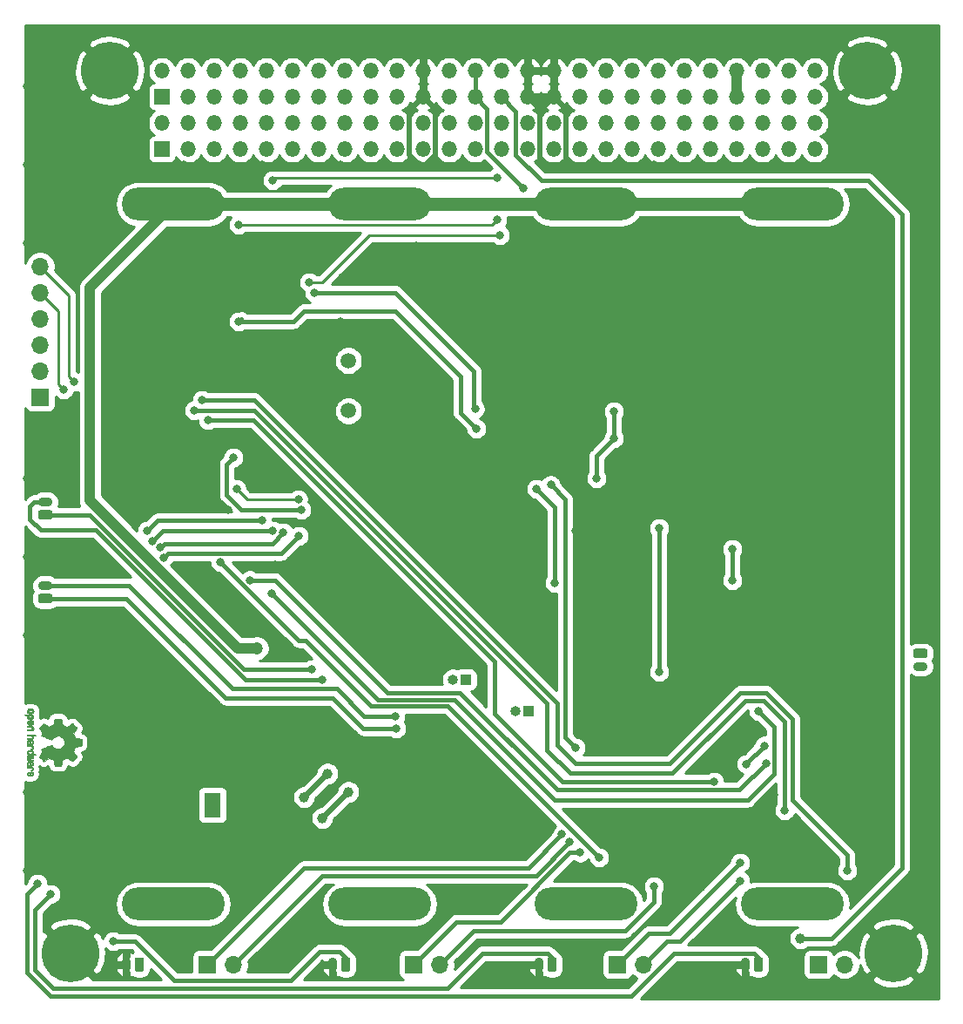
<source format=gbr>
%TF.GenerationSoftware,KiCad,Pcbnew,(5.1.9)-1*%
%TF.CreationDate,2022-01-29T15:00:03-05:00*%
%TF.ProjectId,BatteryMaster,42617474-6572-4794-9d61-737465722e6b,rev?*%
%TF.SameCoordinates,Original*%
%TF.FileFunction,Copper,L1,Top*%
%TF.FilePolarity,Positive*%
%FSLAX46Y46*%
G04 Gerber Fmt 4.6, Leading zero omitted, Abs format (unit mm)*
G04 Created by KiCad (PCBNEW (5.1.9)-1) date 2022-01-29 15:00:03*
%MOMM*%
%LPD*%
G01*
G04 APERTURE LIST*
%TA.AperFunction,EtchedComponent*%
%ADD10C,0.010000*%
%TD*%
%TA.AperFunction,ComponentPad*%
%ADD11O,10.000000X3.200000*%
%TD*%
%TA.AperFunction,ComponentPad*%
%ADD12O,0.900000X1.400000*%
%TD*%
%TA.AperFunction,ComponentPad*%
%ADD13O,1.700000X1.700000*%
%TD*%
%TA.AperFunction,ComponentPad*%
%ADD14R,1.700000X1.700000*%
%TD*%
%TA.AperFunction,ComponentPad*%
%ADD15O,1.500000X1.500000*%
%TD*%
%TA.AperFunction,ComponentPad*%
%ADD16R,1.500000X1.500000*%
%TD*%
%TA.AperFunction,ComponentPad*%
%ADD17O,1.400000X0.900000*%
%TD*%
%TA.AperFunction,ComponentPad*%
%ADD18O,1.000000X1.000000*%
%TD*%
%TA.AperFunction,ComponentPad*%
%ADD19R,1.000000X1.000000*%
%TD*%
%TA.AperFunction,ComponentPad*%
%ADD20C,1.500000*%
%TD*%
%TA.AperFunction,ComponentPad*%
%ADD21C,0.600000*%
%TD*%
%TA.AperFunction,SMDPad,CuDef*%
%ADD22R,1.650000X2.400000*%
%TD*%
%TA.AperFunction,ConnectorPad*%
%ADD23C,5.600000*%
%TD*%
%TA.AperFunction,ComponentPad*%
%ADD24C,3.600000*%
%TD*%
%TA.AperFunction,ViaPad*%
%ADD25C,1.200000*%
%TD*%
%TA.AperFunction,ViaPad*%
%ADD26C,0.800000*%
%TD*%
%TA.AperFunction,ViaPad*%
%ADD27C,1.000000*%
%TD*%
%TA.AperFunction,Conductor*%
%ADD28C,1.270000*%
%TD*%
%TA.AperFunction,Conductor*%
%ADD29C,1.016000*%
%TD*%
%TA.AperFunction,Conductor*%
%ADD30C,0.508000*%
%TD*%
%TA.AperFunction,Conductor*%
%ADD31C,0.381000*%
%TD*%
%TA.AperFunction,Conductor*%
%ADD32C,0.254000*%
%TD*%
%TA.AperFunction,Conductor*%
%ADD33C,0.100000*%
%TD*%
G04 APERTURE END LIST*
D10*
%TO.C,REF\u002A\u002A*%
G36*
X108316082Y-120789744D02*
G01*
X108288432Y-120845201D01*
X108237520Y-120894148D01*
X108218662Y-120907629D01*
X108193985Y-120922314D01*
X108167184Y-120931842D01*
X108131413Y-120937293D01*
X108079831Y-120939747D01*
X108011733Y-120940286D01*
X107918412Y-120937852D01*
X107848343Y-120929394D01*
X107796069Y-120913174D01*
X107756131Y-120887454D01*
X107723071Y-120850497D01*
X107721114Y-120847782D01*
X107701092Y-120811360D01*
X107691185Y-120767502D01*
X107688743Y-120711724D01*
X107688743Y-120621048D01*
X107600717Y-120621010D01*
X107551692Y-120620166D01*
X107522935Y-120615024D01*
X107505689Y-120601587D01*
X107491192Y-120575858D01*
X107488231Y-120569679D01*
X107474352Y-120540764D01*
X107465586Y-120518376D01*
X107464829Y-120501729D01*
X107474977Y-120490036D01*
X107498927Y-120482510D01*
X107539574Y-120478366D01*
X107599814Y-120476815D01*
X107682545Y-120477071D01*
X107790661Y-120478349D01*
X107823000Y-120478748D01*
X107934476Y-120480185D01*
X108007397Y-120481472D01*
X108007397Y-120620971D01*
X107945501Y-120621755D01*
X107905003Y-120625240D01*
X107878292Y-120633124D01*
X107857756Y-120647105D01*
X107847740Y-120656597D01*
X107818433Y-120695404D01*
X107816048Y-120729763D01*
X107840250Y-120765216D01*
X107841143Y-120766114D01*
X107859847Y-120780539D01*
X107885268Y-120789313D01*
X107924416Y-120793739D01*
X107984303Y-120795118D01*
X107997570Y-120795143D01*
X108080099Y-120791812D01*
X108137309Y-120780969D01*
X108172234Y-120761340D01*
X108187906Y-120731650D01*
X108189486Y-120714491D01*
X108182074Y-120673766D01*
X108157670Y-120645832D01*
X108113020Y-120629017D01*
X108044870Y-120621650D01*
X108007397Y-120620971D01*
X108007397Y-120481472D01*
X108020755Y-120481708D01*
X108085667Y-120483677D01*
X108133042Y-120486450D01*
X108166710Y-120490388D01*
X108190502Y-120495849D01*
X108208247Y-120503192D01*
X108223776Y-120512777D01*
X108229619Y-120516887D01*
X108284815Y-120571405D01*
X108316110Y-120640336D01*
X108324835Y-120720072D01*
X108316082Y-120789744D01*
G37*
X108316082Y-120789744D02*
X108288432Y-120845201D01*
X108237520Y-120894148D01*
X108218662Y-120907629D01*
X108193985Y-120922314D01*
X108167184Y-120931842D01*
X108131413Y-120937293D01*
X108079831Y-120939747D01*
X108011733Y-120940286D01*
X107918412Y-120937852D01*
X107848343Y-120929394D01*
X107796069Y-120913174D01*
X107756131Y-120887454D01*
X107723071Y-120850497D01*
X107721114Y-120847782D01*
X107701092Y-120811360D01*
X107691185Y-120767502D01*
X107688743Y-120711724D01*
X107688743Y-120621048D01*
X107600717Y-120621010D01*
X107551692Y-120620166D01*
X107522935Y-120615024D01*
X107505689Y-120601587D01*
X107491192Y-120575858D01*
X107488231Y-120569679D01*
X107474352Y-120540764D01*
X107465586Y-120518376D01*
X107464829Y-120501729D01*
X107474977Y-120490036D01*
X107498927Y-120482510D01*
X107539574Y-120478366D01*
X107599814Y-120476815D01*
X107682545Y-120477071D01*
X107790661Y-120478349D01*
X107823000Y-120478748D01*
X107934476Y-120480185D01*
X108007397Y-120481472D01*
X108007397Y-120620971D01*
X107945501Y-120621755D01*
X107905003Y-120625240D01*
X107878292Y-120633124D01*
X107857756Y-120647105D01*
X107847740Y-120656597D01*
X107818433Y-120695404D01*
X107816048Y-120729763D01*
X107840250Y-120765216D01*
X107841143Y-120766114D01*
X107859847Y-120780539D01*
X107885268Y-120789313D01*
X107924416Y-120793739D01*
X107984303Y-120795118D01*
X107997570Y-120795143D01*
X108080099Y-120791812D01*
X108137309Y-120780969D01*
X108172234Y-120761340D01*
X108187906Y-120731650D01*
X108189486Y-120714491D01*
X108182074Y-120673766D01*
X108157670Y-120645832D01*
X108113020Y-120629017D01*
X108044870Y-120621650D01*
X108007397Y-120620971D01*
X108007397Y-120481472D01*
X108020755Y-120481708D01*
X108085667Y-120483677D01*
X108133042Y-120486450D01*
X108166710Y-120490388D01*
X108190502Y-120495849D01*
X108208247Y-120503192D01*
X108223776Y-120512777D01*
X108229619Y-120516887D01*
X108284815Y-120571405D01*
X108316110Y-120640336D01*
X108324835Y-120720072D01*
X108316082Y-120789744D01*
G36*
X108308220Y-121906093D02*
G01*
X108281277Y-121952672D01*
X108254534Y-121985057D01*
X108226516Y-122008742D01*
X108192252Y-122025059D01*
X108146773Y-122035339D01*
X108085108Y-122040914D01*
X108002289Y-122043116D01*
X107942754Y-122043371D01*
X107723609Y-122043371D01*
X107695956Y-121981686D01*
X107668303Y-121920000D01*
X107908330Y-121912743D01*
X107997972Y-121909744D01*
X108063038Y-121906598D01*
X108107974Y-121902701D01*
X108137230Y-121897447D01*
X108155252Y-121890231D01*
X108166489Y-121880450D01*
X108168921Y-121877312D01*
X108187917Y-121829761D01*
X108180400Y-121781697D01*
X108160457Y-121753086D01*
X108146325Y-121741447D01*
X108127780Y-121733391D01*
X108099666Y-121728271D01*
X108056827Y-121725441D01*
X107994105Y-121724256D01*
X107928739Y-121724057D01*
X107846732Y-121724018D01*
X107788684Y-121722614D01*
X107749535Y-121717914D01*
X107724220Y-121707987D01*
X107707677Y-121690903D01*
X107694844Y-121664732D01*
X107681509Y-121629775D01*
X107666993Y-121591596D01*
X107924611Y-121596141D01*
X108017481Y-121597971D01*
X108086111Y-121600112D01*
X108135289Y-121603181D01*
X108169802Y-121607794D01*
X108194438Y-121614568D01*
X108213984Y-121624119D01*
X108231230Y-121635634D01*
X108286320Y-121691190D01*
X108318178Y-121758980D01*
X108325809Y-121832713D01*
X108308220Y-121906093D01*
G37*
X108308220Y-121906093D02*
X108281277Y-121952672D01*
X108254534Y-121985057D01*
X108226516Y-122008742D01*
X108192252Y-122025059D01*
X108146773Y-122035339D01*
X108085108Y-122040914D01*
X108002289Y-122043116D01*
X107942754Y-122043371D01*
X107723609Y-122043371D01*
X107695956Y-121981686D01*
X107668303Y-121920000D01*
X107908330Y-121912743D01*
X107997972Y-121909744D01*
X108063038Y-121906598D01*
X108107974Y-121902701D01*
X108137230Y-121897447D01*
X108155252Y-121890231D01*
X108166489Y-121880450D01*
X108168921Y-121877312D01*
X108187917Y-121829761D01*
X108180400Y-121781697D01*
X108160457Y-121753086D01*
X108146325Y-121741447D01*
X108127780Y-121733391D01*
X108099666Y-121728271D01*
X108056827Y-121725441D01*
X107994105Y-121724256D01*
X107928739Y-121724057D01*
X107846732Y-121724018D01*
X107788684Y-121722614D01*
X107749535Y-121717914D01*
X107724220Y-121707987D01*
X107707677Y-121690903D01*
X107694844Y-121664732D01*
X107681509Y-121629775D01*
X107666993Y-121591596D01*
X107924611Y-121596141D01*
X108017481Y-121597971D01*
X108086111Y-121600112D01*
X108135289Y-121603181D01*
X108169802Y-121607794D01*
X108194438Y-121614568D01*
X108213984Y-121624119D01*
X108231230Y-121635634D01*
X108286320Y-121691190D01*
X108318178Y-121758980D01*
X108325809Y-121832713D01*
X108308220Y-121906093D01*
G36*
X108314038Y-120231115D02*
G01*
X108278267Y-120299145D01*
X108220699Y-120349351D01*
X108183688Y-120367185D01*
X108128118Y-120381063D01*
X108057904Y-120388167D01*
X107981273Y-120388840D01*
X107906448Y-120383427D01*
X107841658Y-120372270D01*
X107795127Y-120355714D01*
X107787113Y-120350626D01*
X107727293Y-120290355D01*
X107691465Y-120218769D01*
X107680980Y-120141092D01*
X107697190Y-120062548D01*
X107706908Y-120040689D01*
X107736857Y-119998122D01*
X107776567Y-119960763D01*
X107781603Y-119957232D01*
X107805876Y-119942881D01*
X107831822Y-119933394D01*
X107865978Y-119927790D01*
X107914881Y-119925086D01*
X107985065Y-119924299D01*
X108000800Y-119924286D01*
X108005808Y-119924322D01*
X108005808Y-120069429D01*
X107939570Y-120070273D01*
X107895614Y-120073596D01*
X107867221Y-120080583D01*
X107847675Y-120092416D01*
X107841143Y-120098457D01*
X107816320Y-120133186D01*
X107817452Y-120166903D01*
X107838984Y-120200995D01*
X107861971Y-120221329D01*
X107895522Y-120233371D01*
X107948431Y-120240134D01*
X107954601Y-120240598D01*
X108050487Y-120241752D01*
X108121701Y-120229688D01*
X108167806Y-120204570D01*
X108188365Y-120166560D01*
X108189486Y-120152992D01*
X108183848Y-120117364D01*
X108164314Y-120092994D01*
X108126958Y-120078093D01*
X108067850Y-120070875D01*
X108005808Y-120069429D01*
X108005808Y-119924322D01*
X108075587Y-119924826D01*
X108127841Y-119927096D01*
X108164051Y-119932068D01*
X108190701Y-119940713D01*
X108214278Y-119954005D01*
X108218662Y-119956943D01*
X108277751Y-120006313D01*
X108312053Y-120060109D01*
X108325669Y-120125602D01*
X108326335Y-120147842D01*
X108314038Y-120231115D01*
G37*
X108314038Y-120231115D02*
X108278267Y-120299145D01*
X108220699Y-120349351D01*
X108183688Y-120367185D01*
X108128118Y-120381063D01*
X108057904Y-120388167D01*
X107981273Y-120388840D01*
X107906448Y-120383427D01*
X107841658Y-120372270D01*
X107795127Y-120355714D01*
X107787113Y-120350626D01*
X107727293Y-120290355D01*
X107691465Y-120218769D01*
X107680980Y-120141092D01*
X107697190Y-120062548D01*
X107706908Y-120040689D01*
X107736857Y-119998122D01*
X107776567Y-119960763D01*
X107781603Y-119957232D01*
X107805876Y-119942881D01*
X107831822Y-119933394D01*
X107865978Y-119927790D01*
X107914881Y-119925086D01*
X107985065Y-119924299D01*
X108000800Y-119924286D01*
X108005808Y-119924322D01*
X108005808Y-120069429D01*
X107939570Y-120070273D01*
X107895614Y-120073596D01*
X107867221Y-120080583D01*
X107847675Y-120092416D01*
X107841143Y-120098457D01*
X107816320Y-120133186D01*
X107817452Y-120166903D01*
X107838984Y-120200995D01*
X107861971Y-120221329D01*
X107895522Y-120233371D01*
X107948431Y-120240134D01*
X107954601Y-120240598D01*
X108050487Y-120241752D01*
X108121701Y-120229688D01*
X108167806Y-120204570D01*
X108188365Y-120166560D01*
X108189486Y-120152992D01*
X108183848Y-120117364D01*
X108164314Y-120092994D01*
X108126958Y-120078093D01*
X108067850Y-120070875D01*
X108005808Y-120069429D01*
X108005808Y-119924322D01*
X108075587Y-119924826D01*
X108127841Y-119927096D01*
X108164051Y-119932068D01*
X108190701Y-119940713D01*
X108214278Y-119954005D01*
X108218662Y-119956943D01*
X108277751Y-120006313D01*
X108312053Y-120060109D01*
X108325669Y-120125602D01*
X108326335Y-120147842D01*
X108314038Y-120231115D01*
G36*
X108304761Y-121358303D02*
G01*
X108266265Y-121415527D01*
X108210665Y-121459749D01*
X108139914Y-121486167D01*
X108087838Y-121491510D01*
X108066107Y-121490903D01*
X108049469Y-121485822D01*
X108034563Y-121471855D01*
X108018027Y-121444589D01*
X107996502Y-121399612D01*
X107966626Y-121332511D01*
X107966476Y-121332171D01*
X107938187Y-121270407D01*
X107913067Y-121219759D01*
X107893821Y-121185404D01*
X107883152Y-121172518D01*
X107883066Y-121172514D01*
X107859834Y-121183872D01*
X107834226Y-121210431D01*
X107815779Y-121240923D01*
X107812114Y-121256370D01*
X107824788Y-121298515D01*
X107856529Y-121334808D01*
X107891428Y-121352517D01*
X107917155Y-121369552D01*
X107946454Y-121402922D01*
X107971765Y-121442149D01*
X107985529Y-121476756D01*
X107986286Y-121483993D01*
X107973840Y-121492139D01*
X107942028Y-121492630D01*
X107899134Y-121486643D01*
X107853442Y-121475357D01*
X107813239Y-121459950D01*
X107811678Y-121459171D01*
X107746938Y-121412804D01*
X107702903Y-121352711D01*
X107681289Y-121284465D01*
X107683815Y-121213638D01*
X107712196Y-121145804D01*
X107714192Y-121142788D01*
X107762552Y-121089427D01*
X107825648Y-121054340D01*
X107908613Y-121034922D01*
X107931922Y-121032316D01*
X108041945Y-121027701D01*
X108093252Y-121033233D01*
X108093252Y-121172514D01*
X108061247Y-121174324D01*
X108051907Y-121184222D01*
X108058895Y-121208898D01*
X108075413Y-121247795D01*
X108096119Y-121291275D01*
X108096667Y-121292356D01*
X108116051Y-121329209D01*
X108128987Y-121344000D01*
X108142549Y-121340353D01*
X108160368Y-121324995D01*
X108186155Y-121285923D01*
X108188050Y-121243846D01*
X108169283Y-121206103D01*
X108133085Y-121180034D01*
X108093252Y-121172514D01*
X108093252Y-121033233D01*
X108129973Y-121037194D01*
X108199788Y-121061550D01*
X108248698Y-121095456D01*
X108298122Y-121156653D01*
X108322641Y-121224063D01*
X108324203Y-121292880D01*
X108304761Y-121358303D01*
G37*
X108304761Y-121358303D02*
X108266265Y-121415527D01*
X108210665Y-121459749D01*
X108139914Y-121486167D01*
X108087838Y-121491510D01*
X108066107Y-121490903D01*
X108049469Y-121485822D01*
X108034563Y-121471855D01*
X108018027Y-121444589D01*
X107996502Y-121399612D01*
X107966626Y-121332511D01*
X107966476Y-121332171D01*
X107938187Y-121270407D01*
X107913067Y-121219759D01*
X107893821Y-121185404D01*
X107883152Y-121172518D01*
X107883066Y-121172514D01*
X107859834Y-121183872D01*
X107834226Y-121210431D01*
X107815779Y-121240923D01*
X107812114Y-121256370D01*
X107824788Y-121298515D01*
X107856529Y-121334808D01*
X107891428Y-121352517D01*
X107917155Y-121369552D01*
X107946454Y-121402922D01*
X107971765Y-121442149D01*
X107985529Y-121476756D01*
X107986286Y-121483993D01*
X107973840Y-121492139D01*
X107942028Y-121492630D01*
X107899134Y-121486643D01*
X107853442Y-121475357D01*
X107813239Y-121459950D01*
X107811678Y-121459171D01*
X107746938Y-121412804D01*
X107702903Y-121352711D01*
X107681289Y-121284465D01*
X107683815Y-121213638D01*
X107712196Y-121145804D01*
X107714192Y-121142788D01*
X107762552Y-121089427D01*
X107825648Y-121054340D01*
X107908613Y-121034922D01*
X107931922Y-121032316D01*
X108041945Y-121027701D01*
X108093252Y-121033233D01*
X108093252Y-121172514D01*
X108061247Y-121174324D01*
X108051907Y-121184222D01*
X108058895Y-121208898D01*
X108075413Y-121247795D01*
X108096119Y-121291275D01*
X108096667Y-121292356D01*
X108116051Y-121329209D01*
X108128987Y-121344000D01*
X108142549Y-121340353D01*
X108160368Y-121324995D01*
X108186155Y-121285923D01*
X108188050Y-121243846D01*
X108169283Y-121206103D01*
X108133085Y-121180034D01*
X108093252Y-121172514D01*
X108093252Y-121033233D01*
X108129973Y-121037194D01*
X108199788Y-121061550D01*
X108248698Y-121095456D01*
X108298122Y-121156653D01*
X108322641Y-121224063D01*
X108324203Y-121292880D01*
X108304761Y-121358303D01*
G36*
X108384711Y-122565886D02*
G01*
X108325387Y-122570139D01*
X108290428Y-122575025D01*
X108275180Y-122581795D01*
X108274985Y-122591702D01*
X108276805Y-122594914D01*
X108289985Y-122637644D01*
X108289215Y-122693227D01*
X108275667Y-122749737D01*
X108258139Y-122785082D01*
X108230139Y-122821321D01*
X108198451Y-122847813D01*
X108158187Y-122865999D01*
X108104457Y-122877322D01*
X108032374Y-122883222D01*
X107937049Y-122885143D01*
X107918763Y-122885177D01*
X107713354Y-122885200D01*
X107697420Y-122839491D01*
X107686580Y-122807027D01*
X107681532Y-122789215D01*
X107681486Y-122788691D01*
X107695172Y-122786937D01*
X107732924Y-122785444D01*
X107789776Y-122784326D01*
X107860766Y-122783697D01*
X107903927Y-122783600D01*
X107989027Y-122783398D01*
X108050019Y-122782358D01*
X108091823Y-122779831D01*
X108119358Y-122775164D01*
X108137544Y-122767707D01*
X108151302Y-122756811D01*
X108157927Y-122750007D01*
X108184625Y-122703272D01*
X108186625Y-122652272D01*
X108164045Y-122606001D01*
X108155893Y-122597444D01*
X108140564Y-122584893D01*
X108122382Y-122576188D01*
X108096091Y-122570631D01*
X108056438Y-122567526D01*
X107998168Y-122566176D01*
X107917827Y-122565886D01*
X107713354Y-122565886D01*
X107697420Y-122520177D01*
X107686580Y-122487713D01*
X107681532Y-122469901D01*
X107681486Y-122469377D01*
X107695377Y-122468037D01*
X107734561Y-122466828D01*
X107795300Y-122465801D01*
X107873859Y-122465002D01*
X107966502Y-122464481D01*
X108069491Y-122464286D01*
X108466658Y-122464286D01*
X108486556Y-122511457D01*
X108506453Y-122558629D01*
X108384711Y-122565886D01*
G37*
X108384711Y-122565886D02*
X108325387Y-122570139D01*
X108290428Y-122575025D01*
X108275180Y-122581795D01*
X108274985Y-122591702D01*
X108276805Y-122594914D01*
X108289985Y-122637644D01*
X108289215Y-122693227D01*
X108275667Y-122749737D01*
X108258139Y-122785082D01*
X108230139Y-122821321D01*
X108198451Y-122847813D01*
X108158187Y-122865999D01*
X108104457Y-122877322D01*
X108032374Y-122883222D01*
X107937049Y-122885143D01*
X107918763Y-122885177D01*
X107713354Y-122885200D01*
X107697420Y-122839491D01*
X107686580Y-122807027D01*
X107681532Y-122789215D01*
X107681486Y-122788691D01*
X107695172Y-122786937D01*
X107732924Y-122785444D01*
X107789776Y-122784326D01*
X107860766Y-122783697D01*
X107903927Y-122783600D01*
X107989027Y-122783398D01*
X108050019Y-122782358D01*
X108091823Y-122779831D01*
X108119358Y-122775164D01*
X108137544Y-122767707D01*
X108151302Y-122756811D01*
X108157927Y-122750007D01*
X108184625Y-122703272D01*
X108186625Y-122652272D01*
X108164045Y-122606001D01*
X108155893Y-122597444D01*
X108140564Y-122584893D01*
X108122382Y-122576188D01*
X108096091Y-122570631D01*
X108056438Y-122567526D01*
X107998168Y-122566176D01*
X107917827Y-122565886D01*
X107713354Y-122565886D01*
X107697420Y-122520177D01*
X107686580Y-122487713D01*
X107681532Y-122469901D01*
X107681486Y-122469377D01*
X107695377Y-122468037D01*
X107734561Y-122466828D01*
X107795300Y-122465801D01*
X107873859Y-122465002D01*
X107966502Y-122464481D01*
X108069491Y-122464286D01*
X108466658Y-122464286D01*
X108486556Y-122511457D01*
X108506453Y-122558629D01*
X108384711Y-122565886D01*
G36*
X108285032Y-123229744D02*
G01*
X108263913Y-123286616D01*
X108263507Y-123287267D01*
X108237620Y-123322440D01*
X108207367Y-123348407D01*
X108167942Y-123366670D01*
X108114538Y-123378732D01*
X108042349Y-123386096D01*
X107946568Y-123390264D01*
X107932922Y-123390629D01*
X107727158Y-123395876D01*
X107704322Y-123351716D01*
X107688890Y-123319763D01*
X107681577Y-123300470D01*
X107681486Y-123299578D01*
X107694978Y-123296239D01*
X107731374Y-123293587D01*
X107784548Y-123291956D01*
X107827607Y-123291600D01*
X107897359Y-123291592D01*
X107941163Y-123288403D01*
X107962056Y-123277288D01*
X107963075Y-123253501D01*
X107947259Y-123212296D01*
X107918185Y-123150086D01*
X107894037Y-123104341D01*
X107873087Y-123080813D01*
X107850253Y-123073896D01*
X107849123Y-123073886D01*
X107809788Y-123085299D01*
X107788538Y-123119092D01*
X107785461Y-123170809D01*
X107785994Y-123208061D01*
X107775265Y-123227703D01*
X107749495Y-123239952D01*
X107716663Y-123247002D01*
X107698034Y-123236842D01*
X107695368Y-123233017D01*
X107684660Y-123197001D01*
X107683144Y-123146566D01*
X107690241Y-123094626D01*
X107703212Y-123057822D01*
X107746415Y-123006938D01*
X107806554Y-122978014D01*
X107853538Y-122972286D01*
X107895918Y-122976657D01*
X107930512Y-122992475D01*
X107961237Y-123023797D01*
X107992010Y-123074678D01*
X108026748Y-123149176D01*
X108028712Y-123153714D01*
X108059713Y-123220821D01*
X108085138Y-123262232D01*
X108107986Y-123279981D01*
X108131255Y-123276107D01*
X108157944Y-123252643D01*
X108164086Y-123245627D01*
X108187900Y-123198630D01*
X108186897Y-123149933D01*
X108163549Y-123107522D01*
X108120325Y-123079384D01*
X108111840Y-123076769D01*
X108070692Y-123051308D01*
X108050872Y-123019001D01*
X108031230Y-122972286D01*
X108082050Y-122972286D01*
X108155918Y-122986496D01*
X108223673Y-123028675D01*
X108246339Y-123050624D01*
X108275431Y-123100517D01*
X108288600Y-123163967D01*
X108285032Y-123229744D01*
G37*
X108285032Y-123229744D02*
X108263913Y-123286616D01*
X108263507Y-123287267D01*
X108237620Y-123322440D01*
X108207367Y-123348407D01*
X108167942Y-123366670D01*
X108114538Y-123378732D01*
X108042349Y-123386096D01*
X107946568Y-123390264D01*
X107932922Y-123390629D01*
X107727158Y-123395876D01*
X107704322Y-123351716D01*
X107688890Y-123319763D01*
X107681577Y-123300470D01*
X107681486Y-123299578D01*
X107694978Y-123296239D01*
X107731374Y-123293587D01*
X107784548Y-123291956D01*
X107827607Y-123291600D01*
X107897359Y-123291592D01*
X107941163Y-123288403D01*
X107962056Y-123277288D01*
X107963075Y-123253501D01*
X107947259Y-123212296D01*
X107918185Y-123150086D01*
X107894037Y-123104341D01*
X107873087Y-123080813D01*
X107850253Y-123073896D01*
X107849123Y-123073886D01*
X107809788Y-123085299D01*
X107788538Y-123119092D01*
X107785461Y-123170809D01*
X107785994Y-123208061D01*
X107775265Y-123227703D01*
X107749495Y-123239952D01*
X107716663Y-123247002D01*
X107698034Y-123236842D01*
X107695368Y-123233017D01*
X107684660Y-123197001D01*
X107683144Y-123146566D01*
X107690241Y-123094626D01*
X107703212Y-123057822D01*
X107746415Y-123006938D01*
X107806554Y-122978014D01*
X107853538Y-122972286D01*
X107895918Y-122976657D01*
X107930512Y-122992475D01*
X107961237Y-123023797D01*
X107992010Y-123074678D01*
X108026748Y-123149176D01*
X108028712Y-123153714D01*
X108059713Y-123220821D01*
X108085138Y-123262232D01*
X108107986Y-123279981D01*
X108131255Y-123276107D01*
X108157944Y-123252643D01*
X108164086Y-123245627D01*
X108187900Y-123198630D01*
X108186897Y-123149933D01*
X108163549Y-123107522D01*
X108120325Y-123079384D01*
X108111840Y-123076769D01*
X108070692Y-123051308D01*
X108050872Y-123019001D01*
X108031230Y-122972286D01*
X108082050Y-122972286D01*
X108155918Y-122986496D01*
X108223673Y-123028675D01*
X108246339Y-123050624D01*
X108275431Y-123100517D01*
X108288600Y-123163967D01*
X108285032Y-123229744D01*
G36*
X108286245Y-123719926D02*
G01*
X108261916Y-123785858D01*
X108218883Y-123839273D01*
X108188591Y-123860164D01*
X108133006Y-123882939D01*
X108092814Y-123882466D01*
X108065783Y-123858562D01*
X108061187Y-123849717D01*
X108046856Y-123811530D01*
X108050528Y-123792028D01*
X108074593Y-123785422D01*
X108087886Y-123785086D01*
X108136790Y-123772992D01*
X108171001Y-123741471D01*
X108187524Y-123697659D01*
X108183366Y-123648695D01*
X108161773Y-123608894D01*
X108149456Y-123595450D01*
X108134513Y-123585921D01*
X108111925Y-123579485D01*
X108076672Y-123575317D01*
X108023734Y-123572597D01*
X107948093Y-123570502D01*
X107924143Y-123569960D01*
X107842210Y-123567981D01*
X107784545Y-123565731D01*
X107746392Y-123562357D01*
X107722996Y-123557006D01*
X107709602Y-123548824D01*
X107701455Y-123536959D01*
X107697856Y-123529362D01*
X107685548Y-123497102D01*
X107681486Y-123478111D01*
X107695052Y-123471836D01*
X107736066Y-123468006D01*
X107805001Y-123466600D01*
X107902331Y-123467598D01*
X107917343Y-123467908D01*
X108006141Y-123470101D01*
X108070981Y-123472693D01*
X108116933Y-123476382D01*
X108149065Y-123481864D01*
X108172447Y-123489835D01*
X108192148Y-123500993D01*
X108200590Y-123506830D01*
X108237943Y-123540296D01*
X108266997Y-123577727D01*
X108269533Y-123582309D01*
X108289557Y-123649426D01*
X108286245Y-123719926D01*
G37*
X108286245Y-123719926D02*
X108261916Y-123785858D01*
X108218883Y-123839273D01*
X108188591Y-123860164D01*
X108133006Y-123882939D01*
X108092814Y-123882466D01*
X108065783Y-123858562D01*
X108061187Y-123849717D01*
X108046856Y-123811530D01*
X108050528Y-123792028D01*
X108074593Y-123785422D01*
X108087886Y-123785086D01*
X108136790Y-123772992D01*
X108171001Y-123741471D01*
X108187524Y-123697659D01*
X108183366Y-123648695D01*
X108161773Y-123608894D01*
X108149456Y-123595450D01*
X108134513Y-123585921D01*
X108111925Y-123579485D01*
X108076672Y-123575317D01*
X108023734Y-123572597D01*
X107948093Y-123570502D01*
X107924143Y-123569960D01*
X107842210Y-123567981D01*
X107784545Y-123565731D01*
X107746392Y-123562357D01*
X107722996Y-123557006D01*
X107709602Y-123548824D01*
X107701455Y-123536959D01*
X107697856Y-123529362D01*
X107685548Y-123497102D01*
X107681486Y-123478111D01*
X107695052Y-123471836D01*
X107736066Y-123468006D01*
X107805001Y-123466600D01*
X107902331Y-123467598D01*
X107917343Y-123467908D01*
X108006141Y-123470101D01*
X108070981Y-123472693D01*
X108116933Y-123476382D01*
X108149065Y-123481864D01*
X108172447Y-123489835D01*
X108192148Y-123500993D01*
X108200590Y-123506830D01*
X108237943Y-123540296D01*
X108266997Y-123577727D01*
X108269533Y-123582309D01*
X108289557Y-123649426D01*
X108286245Y-123719926D01*
G36*
X108170642Y-124380117D02*
G01*
X108062163Y-124379933D01*
X107978713Y-124379219D01*
X107916296Y-124377675D01*
X107870915Y-124375001D01*
X107838571Y-124370894D01*
X107815267Y-124365055D01*
X107797005Y-124357182D01*
X107786582Y-124351221D01*
X107730055Y-124301855D01*
X107694623Y-124239264D01*
X107681910Y-124170013D01*
X107693537Y-124100668D01*
X107714432Y-124059375D01*
X107750578Y-124016025D01*
X107794724Y-123986481D01*
X107852538Y-123968655D01*
X107929687Y-123960463D01*
X107986286Y-123959302D01*
X107990353Y-123959458D01*
X107990353Y-124060857D01*
X107925450Y-124061476D01*
X107882486Y-124064314D01*
X107854378Y-124070840D01*
X107834047Y-124082523D01*
X107818712Y-124096483D01*
X107789110Y-124143365D01*
X107786581Y-124193701D01*
X107811295Y-124241276D01*
X107814644Y-124244979D01*
X107832065Y-124260783D01*
X107852791Y-124270693D01*
X107883638Y-124276058D01*
X107931423Y-124278228D01*
X107984252Y-124278571D01*
X108050619Y-124277827D01*
X108094894Y-124274748D01*
X108123991Y-124268061D01*
X108144827Y-124256496D01*
X108155893Y-124247013D01*
X108183802Y-124202960D01*
X108187157Y-124152224D01*
X108165841Y-124103796D01*
X108157927Y-124094450D01*
X108140353Y-124078540D01*
X108119413Y-124068610D01*
X108088218Y-124063278D01*
X108039878Y-124061163D01*
X107990353Y-124060857D01*
X107990353Y-123959458D01*
X108077432Y-123962810D01*
X108145914Y-123974726D01*
X108197400Y-123997135D01*
X108237557Y-124032124D01*
X108258139Y-124059375D01*
X108280375Y-124108907D01*
X108290696Y-124166316D01*
X108287933Y-124219682D01*
X108276788Y-124249543D01*
X108273617Y-124261261D01*
X108285443Y-124269037D01*
X108317134Y-124274465D01*
X108365407Y-124278571D01*
X108419171Y-124283067D01*
X108451518Y-124289313D01*
X108470015Y-124300676D01*
X108482230Y-124320528D01*
X108487638Y-124333000D01*
X108507399Y-124380171D01*
X108170642Y-124380117D01*
G37*
X108170642Y-124380117D02*
X108062163Y-124379933D01*
X107978713Y-124379219D01*
X107916296Y-124377675D01*
X107870915Y-124375001D01*
X107838571Y-124370894D01*
X107815267Y-124365055D01*
X107797005Y-124357182D01*
X107786582Y-124351221D01*
X107730055Y-124301855D01*
X107694623Y-124239264D01*
X107681910Y-124170013D01*
X107693537Y-124100668D01*
X107714432Y-124059375D01*
X107750578Y-124016025D01*
X107794724Y-123986481D01*
X107852538Y-123968655D01*
X107929687Y-123960463D01*
X107986286Y-123959302D01*
X107990353Y-123959458D01*
X107990353Y-124060857D01*
X107925450Y-124061476D01*
X107882486Y-124064314D01*
X107854378Y-124070840D01*
X107834047Y-124082523D01*
X107818712Y-124096483D01*
X107789110Y-124143365D01*
X107786581Y-124193701D01*
X107811295Y-124241276D01*
X107814644Y-124244979D01*
X107832065Y-124260783D01*
X107852791Y-124270693D01*
X107883638Y-124276058D01*
X107931423Y-124278228D01*
X107984252Y-124278571D01*
X108050619Y-124277827D01*
X108094894Y-124274748D01*
X108123991Y-124268061D01*
X108144827Y-124256496D01*
X108155893Y-124247013D01*
X108183802Y-124202960D01*
X108187157Y-124152224D01*
X108165841Y-124103796D01*
X108157927Y-124094450D01*
X108140353Y-124078540D01*
X108119413Y-124068610D01*
X108088218Y-124063278D01*
X108039878Y-124061163D01*
X107990353Y-124060857D01*
X107990353Y-123959458D01*
X108077432Y-123962810D01*
X108145914Y-123974726D01*
X108197400Y-123997135D01*
X108237557Y-124032124D01*
X108258139Y-124059375D01*
X108280375Y-124108907D01*
X108290696Y-124166316D01*
X108287933Y-124219682D01*
X108276788Y-124249543D01*
X108273617Y-124261261D01*
X108285443Y-124269037D01*
X108317134Y-124274465D01*
X108365407Y-124278571D01*
X108419171Y-124283067D01*
X108451518Y-124289313D01*
X108470015Y-124300676D01*
X108482230Y-124320528D01*
X108487638Y-124333000D01*
X108507399Y-124380171D01*
X108170642Y-124380117D01*
G36*
X108277337Y-124969833D02*
G01*
X108239150Y-124972048D01*
X108181114Y-124973784D01*
X108107820Y-124974899D01*
X108030945Y-124975257D01*
X107770804Y-124975257D01*
X107724873Y-124929326D01*
X107696571Y-124897675D01*
X107685107Y-124869890D01*
X107685832Y-124831915D01*
X107687679Y-124816840D01*
X107693052Y-124769726D01*
X107696131Y-124730756D01*
X107696415Y-124721257D01*
X107694555Y-124689233D01*
X107689886Y-124643432D01*
X107687679Y-124625674D01*
X107684265Y-124582057D01*
X107691680Y-124552745D01*
X107714573Y-124523680D01*
X107724873Y-124513188D01*
X107770804Y-124467257D01*
X108257398Y-124467257D01*
X108274242Y-124504226D01*
X108286718Y-124536059D01*
X108291086Y-124554683D01*
X108277282Y-124559458D01*
X108238714Y-124563921D01*
X108179644Y-124567775D01*
X108104337Y-124570722D01*
X108040714Y-124572143D01*
X107790343Y-124576114D01*
X107785444Y-124610759D01*
X107788869Y-124642268D01*
X107799959Y-124657708D01*
X107820692Y-124662023D01*
X107864855Y-124665708D01*
X107926854Y-124668469D01*
X108001091Y-124670012D01*
X108039294Y-124670235D01*
X108259217Y-124670457D01*
X108275151Y-124716166D01*
X108285985Y-124748518D01*
X108291038Y-124766115D01*
X108291086Y-124766623D01*
X108277352Y-124768388D01*
X108239270Y-124770329D01*
X108181518Y-124772282D01*
X108108773Y-124774084D01*
X108040714Y-124775343D01*
X107790343Y-124779314D01*
X107790343Y-124866400D01*
X108018760Y-124870396D01*
X108247178Y-124874392D01*
X108269132Y-124916847D01*
X108284207Y-124948192D01*
X108291049Y-124966744D01*
X108291086Y-124967279D01*
X108277337Y-124969833D01*
G37*
X108277337Y-124969833D02*
X108239150Y-124972048D01*
X108181114Y-124973784D01*
X108107820Y-124974899D01*
X108030945Y-124975257D01*
X107770804Y-124975257D01*
X107724873Y-124929326D01*
X107696571Y-124897675D01*
X107685107Y-124869890D01*
X107685832Y-124831915D01*
X107687679Y-124816840D01*
X107693052Y-124769726D01*
X107696131Y-124730756D01*
X107696415Y-124721257D01*
X107694555Y-124689233D01*
X107689886Y-124643432D01*
X107687679Y-124625674D01*
X107684265Y-124582057D01*
X107691680Y-124552745D01*
X107714573Y-124523680D01*
X107724873Y-124513188D01*
X107770804Y-124467257D01*
X108257398Y-124467257D01*
X108274242Y-124504226D01*
X108286718Y-124536059D01*
X108291086Y-124554683D01*
X108277282Y-124559458D01*
X108238714Y-124563921D01*
X108179644Y-124567775D01*
X108104337Y-124570722D01*
X108040714Y-124572143D01*
X107790343Y-124576114D01*
X107785444Y-124610759D01*
X107788869Y-124642268D01*
X107799959Y-124657708D01*
X107820692Y-124662023D01*
X107864855Y-124665708D01*
X107926854Y-124668469D01*
X108001091Y-124670012D01*
X108039294Y-124670235D01*
X108259217Y-124670457D01*
X108275151Y-124716166D01*
X108285985Y-124748518D01*
X108291038Y-124766115D01*
X108291086Y-124766623D01*
X108277352Y-124768388D01*
X108239270Y-124770329D01*
X108181518Y-124772282D01*
X108108773Y-124774084D01*
X108040714Y-124775343D01*
X107790343Y-124779314D01*
X107790343Y-124866400D01*
X108018760Y-124870396D01*
X108247178Y-124874392D01*
X108269132Y-124916847D01*
X108284207Y-124948192D01*
X108291049Y-124966744D01*
X108291086Y-124967279D01*
X108277337Y-124969833D01*
G36*
X108279665Y-125334876D02*
G01*
X108260656Y-125376667D01*
X108237622Y-125409469D01*
X108211867Y-125433503D01*
X108178642Y-125450097D01*
X108133200Y-125460577D01*
X108070793Y-125466271D01*
X107986673Y-125468507D01*
X107931279Y-125468743D01*
X107715174Y-125468743D01*
X107698330Y-125431774D01*
X107686019Y-125402656D01*
X107681486Y-125388231D01*
X107694975Y-125385472D01*
X107731347Y-125383282D01*
X107784458Y-125381942D01*
X107826628Y-125381657D01*
X107887553Y-125380434D01*
X107935885Y-125377136D01*
X107965482Y-125372321D01*
X107971771Y-125368496D01*
X107965348Y-125342783D01*
X107948875Y-125302418D01*
X107926542Y-125255679D01*
X107902543Y-125210845D01*
X107881070Y-125176193D01*
X107866315Y-125160002D01*
X107866155Y-125159938D01*
X107838848Y-125161330D01*
X107812781Y-125173818D01*
X107791608Y-125195743D01*
X107784526Y-125227743D01*
X107785351Y-125255092D01*
X107785958Y-125293826D01*
X107776884Y-125314158D01*
X107752908Y-125326369D01*
X107748387Y-125327909D01*
X107714194Y-125333203D01*
X107693432Y-125319047D01*
X107683538Y-125282148D01*
X107681708Y-125242289D01*
X107695273Y-125170562D01*
X107714645Y-125133432D01*
X107760155Y-125087576D01*
X107816017Y-125063256D01*
X107875043Y-125061073D01*
X107930047Y-125081629D01*
X107964514Y-125112549D01*
X107983811Y-125143420D01*
X108008241Y-125191942D01*
X108033015Y-125248485D01*
X108036801Y-125257910D01*
X108064209Y-125320019D01*
X108088366Y-125355822D01*
X108112381Y-125367337D01*
X108139365Y-125356580D01*
X108160457Y-125338114D01*
X108186428Y-125294469D01*
X108188376Y-125246446D01*
X108168363Y-125202406D01*
X108128449Y-125170709D01*
X108118152Y-125166549D01*
X108080276Y-125142327D01*
X108052158Y-125106965D01*
X108029083Y-125062343D01*
X108094515Y-125062343D01*
X108134494Y-125064969D01*
X108166003Y-125076230D01*
X108199622Y-125101199D01*
X108225516Y-125125169D01*
X108262183Y-125162441D01*
X108281879Y-125191401D01*
X108289780Y-125222505D01*
X108291086Y-125257713D01*
X108279665Y-125334876D01*
G37*
X108279665Y-125334876D02*
X108260656Y-125376667D01*
X108237622Y-125409469D01*
X108211867Y-125433503D01*
X108178642Y-125450097D01*
X108133200Y-125460577D01*
X108070793Y-125466271D01*
X107986673Y-125468507D01*
X107931279Y-125468743D01*
X107715174Y-125468743D01*
X107698330Y-125431774D01*
X107686019Y-125402656D01*
X107681486Y-125388231D01*
X107694975Y-125385472D01*
X107731347Y-125383282D01*
X107784458Y-125381942D01*
X107826628Y-125381657D01*
X107887553Y-125380434D01*
X107935885Y-125377136D01*
X107965482Y-125372321D01*
X107971771Y-125368496D01*
X107965348Y-125342783D01*
X107948875Y-125302418D01*
X107926542Y-125255679D01*
X107902543Y-125210845D01*
X107881070Y-125176193D01*
X107866315Y-125160002D01*
X107866155Y-125159938D01*
X107838848Y-125161330D01*
X107812781Y-125173818D01*
X107791608Y-125195743D01*
X107784526Y-125227743D01*
X107785351Y-125255092D01*
X107785958Y-125293826D01*
X107776884Y-125314158D01*
X107752908Y-125326369D01*
X107748387Y-125327909D01*
X107714194Y-125333203D01*
X107693432Y-125319047D01*
X107683538Y-125282148D01*
X107681708Y-125242289D01*
X107695273Y-125170562D01*
X107714645Y-125133432D01*
X107760155Y-125087576D01*
X107816017Y-125063256D01*
X107875043Y-125061073D01*
X107930047Y-125081629D01*
X107964514Y-125112549D01*
X107983811Y-125143420D01*
X108008241Y-125191942D01*
X108033015Y-125248485D01*
X108036801Y-125257910D01*
X108064209Y-125320019D01*
X108088366Y-125355822D01*
X108112381Y-125367337D01*
X108139365Y-125356580D01*
X108160457Y-125338114D01*
X108186428Y-125294469D01*
X108188376Y-125246446D01*
X108168363Y-125202406D01*
X108128449Y-125170709D01*
X108118152Y-125166549D01*
X108080276Y-125142327D01*
X108052158Y-125106965D01*
X108029083Y-125062343D01*
X108094515Y-125062343D01*
X108134494Y-125064969D01*
X108166003Y-125076230D01*
X108199622Y-125101199D01*
X108225516Y-125125169D01*
X108262183Y-125162441D01*
X108281879Y-125191401D01*
X108289780Y-125222505D01*
X108291086Y-125257713D01*
X108279665Y-125334876D01*
G36*
X108277248Y-125842600D02*
G01*
X108269666Y-125859948D01*
X108236872Y-125901356D01*
X108189453Y-125936765D01*
X108138849Y-125958664D01*
X108113902Y-125962229D01*
X108079073Y-125950279D01*
X108060643Y-125924067D01*
X108049484Y-125895964D01*
X108047428Y-125883095D01*
X108062351Y-125876829D01*
X108094825Y-125864456D01*
X108109498Y-125859028D01*
X108160256Y-125828590D01*
X108185573Y-125784520D01*
X108184794Y-125728010D01*
X108183797Y-125723825D01*
X108169493Y-125693655D01*
X108141607Y-125671476D01*
X108096713Y-125656327D01*
X108031385Y-125647250D01*
X107942196Y-125643286D01*
X107894739Y-125642914D01*
X107819929Y-125642730D01*
X107768931Y-125641522D01*
X107736529Y-125638309D01*
X107717505Y-125632109D01*
X107706644Y-125621940D01*
X107698728Y-125606819D01*
X107698330Y-125605946D01*
X107686019Y-125576828D01*
X107681486Y-125562403D01*
X107695191Y-125560186D01*
X107733075Y-125558289D01*
X107790285Y-125556847D01*
X107861973Y-125555998D01*
X107914435Y-125555829D01*
X108015953Y-125556692D01*
X108092968Y-125560070D01*
X108149977Y-125567142D01*
X108191474Y-125579088D01*
X108221957Y-125597090D01*
X108245920Y-125622327D01*
X108262645Y-125647247D01*
X108284903Y-125707171D01*
X108289924Y-125776911D01*
X108277248Y-125842600D01*
G37*
X108277248Y-125842600D02*
X108269666Y-125859948D01*
X108236872Y-125901356D01*
X108189453Y-125936765D01*
X108138849Y-125958664D01*
X108113902Y-125962229D01*
X108079073Y-125950279D01*
X108060643Y-125924067D01*
X108049484Y-125895964D01*
X108047428Y-125883095D01*
X108062351Y-125876829D01*
X108094825Y-125864456D01*
X108109498Y-125859028D01*
X108160256Y-125828590D01*
X108185573Y-125784520D01*
X108184794Y-125728010D01*
X108183797Y-125723825D01*
X108169493Y-125693655D01*
X108141607Y-125671476D01*
X108096713Y-125656327D01*
X108031385Y-125647250D01*
X107942196Y-125643286D01*
X107894739Y-125642914D01*
X107819929Y-125642730D01*
X107768931Y-125641522D01*
X107736529Y-125638309D01*
X107717505Y-125632109D01*
X107706644Y-125621940D01*
X107698728Y-125606819D01*
X107698330Y-125605946D01*
X107686019Y-125576828D01*
X107681486Y-125562403D01*
X107695191Y-125560186D01*
X107733075Y-125558289D01*
X107790285Y-125556847D01*
X107861973Y-125555998D01*
X107914435Y-125555829D01*
X108015953Y-125556692D01*
X108092968Y-125560070D01*
X108149977Y-125567142D01*
X108191474Y-125579088D01*
X108221957Y-125597090D01*
X108245920Y-125622327D01*
X108262645Y-125647247D01*
X108284903Y-125707171D01*
X108289924Y-125776911D01*
X108277248Y-125842600D01*
G36*
X108269034Y-126343595D02*
G01*
X108231503Y-126401021D01*
X108197904Y-126428719D01*
X108136936Y-126450662D01*
X108088692Y-126452405D01*
X108024184Y-126448457D01*
X107959066Y-126299686D01*
X107925798Y-126227349D01*
X107899036Y-126180084D01*
X107875856Y-126155507D01*
X107853333Y-126151237D01*
X107828545Y-126164889D01*
X107812114Y-126179943D01*
X107785765Y-126223746D01*
X107783919Y-126271389D01*
X107804454Y-126315145D01*
X107845248Y-126347289D01*
X107859653Y-126353038D01*
X107904644Y-126380576D01*
X107923818Y-126412258D01*
X107940221Y-126455714D01*
X107878034Y-126455714D01*
X107835717Y-126451872D01*
X107800031Y-126436823D01*
X107759057Y-126405280D01*
X107753733Y-126400592D01*
X107717280Y-126365506D01*
X107697717Y-126335347D01*
X107688717Y-126297615D01*
X107685770Y-126266335D01*
X107685035Y-126210385D01*
X107694340Y-126170555D01*
X107708154Y-126145708D01*
X107738533Y-126106656D01*
X107771387Y-126079625D01*
X107812706Y-126062517D01*
X107868479Y-126053238D01*
X107944695Y-126049693D01*
X107983378Y-126049410D01*
X108029753Y-126050372D01*
X108029753Y-126138007D01*
X108004874Y-126139023D01*
X108000800Y-126141556D01*
X108006335Y-126158274D01*
X108020983Y-126194249D01*
X108041810Y-126242331D01*
X108046286Y-126252386D01*
X108077186Y-126313152D01*
X108104343Y-126346632D01*
X108129780Y-126353990D01*
X108155519Y-126336391D01*
X108166891Y-126321856D01*
X108189636Y-126269410D01*
X108185878Y-126220322D01*
X108158116Y-126179227D01*
X108108848Y-126150758D01*
X108069743Y-126141631D01*
X108029753Y-126138007D01*
X108029753Y-126050372D01*
X108073751Y-126051285D01*
X108140616Y-126058196D01*
X108189305Y-126071884D01*
X108225151Y-126094096D01*
X108253487Y-126126574D01*
X108262645Y-126140733D01*
X108286493Y-126205053D01*
X108287994Y-126275473D01*
X108269034Y-126343595D01*
G37*
X108269034Y-126343595D02*
X108231503Y-126401021D01*
X108197904Y-126428719D01*
X108136936Y-126450662D01*
X108088692Y-126452405D01*
X108024184Y-126448457D01*
X107959066Y-126299686D01*
X107925798Y-126227349D01*
X107899036Y-126180084D01*
X107875856Y-126155507D01*
X107853333Y-126151237D01*
X107828545Y-126164889D01*
X107812114Y-126179943D01*
X107785765Y-126223746D01*
X107783919Y-126271389D01*
X107804454Y-126315145D01*
X107845248Y-126347289D01*
X107859653Y-126353038D01*
X107904644Y-126380576D01*
X107923818Y-126412258D01*
X107940221Y-126455714D01*
X107878034Y-126455714D01*
X107835717Y-126451872D01*
X107800031Y-126436823D01*
X107759057Y-126405280D01*
X107753733Y-126400592D01*
X107717280Y-126365506D01*
X107697717Y-126335347D01*
X107688717Y-126297615D01*
X107685770Y-126266335D01*
X107685035Y-126210385D01*
X107694340Y-126170555D01*
X107708154Y-126145708D01*
X107738533Y-126106656D01*
X107771387Y-126079625D01*
X107812706Y-126062517D01*
X107868479Y-126053238D01*
X107944695Y-126049693D01*
X107983378Y-126049410D01*
X108029753Y-126050372D01*
X108029753Y-126138007D01*
X108004874Y-126139023D01*
X108000800Y-126141556D01*
X108006335Y-126158274D01*
X108020983Y-126194249D01*
X108041810Y-126242331D01*
X108046286Y-126252386D01*
X108077186Y-126313152D01*
X108104343Y-126346632D01*
X108129780Y-126353990D01*
X108155519Y-126336391D01*
X108166891Y-126321856D01*
X108189636Y-126269410D01*
X108185878Y-126220322D01*
X108158116Y-126179227D01*
X108108848Y-126150758D01*
X108069743Y-126141631D01*
X108029753Y-126138007D01*
X108029753Y-126050372D01*
X108073751Y-126051285D01*
X108140616Y-126058196D01*
X108189305Y-126071884D01*
X108225151Y-126094096D01*
X108253487Y-126126574D01*
X108262645Y-126140733D01*
X108286493Y-126205053D01*
X108287994Y-126275473D01*
X108269034Y-126343595D01*
G36*
X112993652Y-123293910D02*
G01*
X112993222Y-123372454D01*
X112992058Y-123429298D01*
X112989793Y-123468105D01*
X112986060Y-123492538D01*
X112980494Y-123506262D01*
X112972727Y-123512940D01*
X112962395Y-123516236D01*
X112961057Y-123516556D01*
X112936921Y-123521562D01*
X112889299Y-123530829D01*
X112823259Y-123543392D01*
X112743872Y-123558287D01*
X112656204Y-123574551D01*
X112653125Y-123575119D01*
X112567211Y-123591410D01*
X112491304Y-123606652D01*
X112429955Y-123619861D01*
X112387718Y-123630054D01*
X112369145Y-123636248D01*
X112368816Y-123636543D01*
X112359747Y-123654788D01*
X112344633Y-123692405D01*
X112326738Y-123741271D01*
X112326642Y-123741543D01*
X112303507Y-123803093D01*
X112274035Y-123875657D01*
X112244403Y-123944057D01*
X112242938Y-123947294D01*
X112192374Y-124058702D01*
X112360840Y-124305399D01*
X112412197Y-124381077D01*
X112458111Y-124449631D01*
X112495970Y-124507088D01*
X112523163Y-124549476D01*
X112537079Y-124572825D01*
X112538111Y-124575042D01*
X112533516Y-124592010D01*
X112511345Y-124623701D01*
X112470553Y-124671352D01*
X112410095Y-124736198D01*
X112345773Y-124802397D01*
X112282388Y-124866214D01*
X112224549Y-124923329D01*
X112175825Y-124970305D01*
X112139790Y-125003703D01*
X112120016Y-125020085D01*
X112118998Y-125020694D01*
X112105428Y-125022505D01*
X112083267Y-125015683D01*
X112049522Y-124998540D01*
X112001200Y-124969393D01*
X111935308Y-124926555D01*
X111850483Y-124869448D01*
X111775823Y-124818766D01*
X111708860Y-124773461D01*
X111653484Y-124736150D01*
X111613580Y-124709452D01*
X111593038Y-124695985D01*
X111591644Y-124695137D01*
X111571962Y-124696781D01*
X111533707Y-124709245D01*
X111484111Y-124730048D01*
X111468272Y-124737462D01*
X111397710Y-124769814D01*
X111317647Y-124804328D01*
X111248371Y-124832365D01*
X111196955Y-124852568D01*
X111157881Y-124868615D01*
X111137459Y-124877888D01*
X111135886Y-124879041D01*
X111133279Y-124896096D01*
X111126137Y-124936298D01*
X111115477Y-124994302D01*
X111102315Y-125064763D01*
X111087667Y-125142335D01*
X111072551Y-125221672D01*
X111057982Y-125297431D01*
X111044978Y-125364264D01*
X111034555Y-125416828D01*
X111027730Y-125449776D01*
X111025801Y-125457857D01*
X111021038Y-125466205D01*
X111010282Y-125472506D01*
X110989902Y-125477045D01*
X110956266Y-125480104D01*
X110905745Y-125481967D01*
X110834708Y-125482918D01*
X110739524Y-125483240D01*
X110700508Y-125483257D01*
X110383201Y-125483257D01*
X110368161Y-125407057D01*
X110360005Y-125364663D01*
X110348101Y-125301400D01*
X110333884Y-125224962D01*
X110318790Y-125143043D01*
X110314645Y-125120400D01*
X110299947Y-125044806D01*
X110285495Y-124978953D01*
X110272625Y-124928366D01*
X110262678Y-124898574D01*
X110259713Y-124893612D01*
X110238717Y-124881426D01*
X110198033Y-124863953D01*
X110145678Y-124844577D01*
X110134400Y-124840734D01*
X110064477Y-124815339D01*
X109985582Y-124783817D01*
X109914734Y-124752969D01*
X109914405Y-124752817D01*
X109803267Y-124701447D01*
X109554747Y-124870399D01*
X109306228Y-125039352D01*
X109088942Y-124822429D01*
X109024274Y-124756819D01*
X108967267Y-124696979D01*
X108920967Y-124646267D01*
X108888416Y-124608046D01*
X108872657Y-124585675D01*
X108871657Y-124582466D01*
X108879531Y-124563626D01*
X108901422Y-124525180D01*
X108934733Y-124471330D01*
X108976869Y-124406276D01*
X109024057Y-124335940D01*
X109072190Y-124264555D01*
X109114072Y-124200908D01*
X109147129Y-124149041D01*
X109168782Y-124112995D01*
X109176457Y-124096867D01*
X109169963Y-124077189D01*
X109152850Y-124039875D01*
X109128674Y-123992621D01*
X109125987Y-123987612D01*
X109094073Y-123923977D01*
X109078421Y-123880341D01*
X109078255Y-123853202D01*
X109092796Y-123839057D01*
X109093000Y-123838975D01*
X109110221Y-123831905D01*
X109151101Y-123815042D01*
X109212475Y-123789695D01*
X109291181Y-123757171D01*
X109384053Y-123718778D01*
X109487928Y-123675822D01*
X109588498Y-123634222D01*
X109699484Y-123588504D01*
X109802297Y-123546526D01*
X109893785Y-123509548D01*
X109970799Y-123478827D01*
X110030185Y-123455622D01*
X110068791Y-123441190D01*
X110083200Y-123436743D01*
X110099728Y-123447896D01*
X110126070Y-123477069D01*
X110155113Y-123515971D01*
X110246961Y-123626757D01*
X110352241Y-123713351D01*
X110468734Y-123774716D01*
X110594224Y-123809815D01*
X110726493Y-123817608D01*
X110787543Y-123811943D01*
X110914205Y-123781078D01*
X111026059Y-123727920D01*
X111121999Y-123655767D01*
X111200924Y-123567917D01*
X111261730Y-123467665D01*
X111303313Y-123358310D01*
X111324572Y-123243147D01*
X111324401Y-123125475D01*
X111301699Y-123008590D01*
X111255362Y-122895789D01*
X111184287Y-122790369D01*
X111144089Y-122746368D01*
X111040871Y-122661979D01*
X110928075Y-122603222D01*
X110808990Y-122569704D01*
X110686905Y-122561035D01*
X110565107Y-122576823D01*
X110446884Y-122616678D01*
X110335525Y-122680207D01*
X110234316Y-122767021D01*
X110155113Y-122864029D01*
X110124838Y-122904437D01*
X110098781Y-122932982D01*
X110083175Y-122943257D01*
X110066157Y-122937877D01*
X110025500Y-122922575D01*
X109964358Y-122898612D01*
X109885881Y-122867244D01*
X109793220Y-122829732D01*
X109689528Y-122787333D01*
X109588474Y-122745663D01*
X109477393Y-122699690D01*
X109374459Y-122657107D01*
X109282835Y-122619221D01*
X109205684Y-122587340D01*
X109146169Y-122562771D01*
X109107456Y-122546820D01*
X109093000Y-122540910D01*
X109078315Y-122526948D01*
X109078358Y-122499940D01*
X109093901Y-122456413D01*
X109125716Y-122392890D01*
X109125987Y-122392388D01*
X109150677Y-122344560D01*
X109168662Y-122305897D01*
X109176386Y-122284095D01*
X109176457Y-122283133D01*
X109168622Y-122266721D01*
X109146835Y-122230487D01*
X109113672Y-122178474D01*
X109071709Y-122114725D01*
X109024057Y-122044060D01*
X108975809Y-121972116D01*
X108933849Y-121907274D01*
X108900773Y-121853735D01*
X108879179Y-121815697D01*
X108871657Y-121797533D01*
X108881543Y-121780808D01*
X108909174Y-121747180D01*
X108951505Y-121700010D01*
X109005495Y-121642658D01*
X109068101Y-121578484D01*
X109089017Y-121557497D01*
X109306377Y-121340499D01*
X109548780Y-121505668D01*
X109623219Y-121555864D01*
X109690028Y-121599919D01*
X109745335Y-121635362D01*
X109785271Y-121659719D01*
X109805964Y-121670522D01*
X109807437Y-121670838D01*
X109826942Y-121665143D01*
X109866178Y-121649826D01*
X109918570Y-121627537D01*
X109953645Y-121611893D01*
X110020799Y-121582641D01*
X110088642Y-121555094D01*
X110145966Y-121533737D01*
X110163428Y-121527935D01*
X110210062Y-121511452D01*
X110246095Y-121495340D01*
X110259713Y-121486490D01*
X110268048Y-121466960D01*
X110279863Y-121424334D01*
X110293819Y-121364145D01*
X110308578Y-121291922D01*
X110314645Y-121259600D01*
X110329727Y-121177522D01*
X110344331Y-121098795D01*
X110357020Y-121031109D01*
X110366358Y-120982160D01*
X110368161Y-120972943D01*
X110383201Y-120896743D01*
X110700508Y-120896743D01*
X110804846Y-120896914D01*
X110883787Y-120897616D01*
X110940962Y-120899134D01*
X110980001Y-120901749D01*
X111004535Y-120905746D01*
X111018195Y-120911409D01*
X111024611Y-120919020D01*
X111025801Y-120922143D01*
X111030020Y-120940978D01*
X111038438Y-120982588D01*
X111050039Y-121041630D01*
X111063805Y-121112757D01*
X111078720Y-121190625D01*
X111093768Y-121269887D01*
X111107931Y-121345198D01*
X111120194Y-121411213D01*
X111129539Y-121462587D01*
X111134950Y-121493975D01*
X111135886Y-121500959D01*
X111148404Y-121507285D01*
X111181754Y-121521290D01*
X111229623Y-121540355D01*
X111248371Y-121547634D01*
X111320805Y-121576996D01*
X111400830Y-121611571D01*
X111468272Y-121642537D01*
X111519841Y-121665323D01*
X111562215Y-121680482D01*
X111588166Y-121685542D01*
X111591644Y-121684736D01*
X111608064Y-121674041D01*
X111644583Y-121649620D01*
X111697313Y-121614095D01*
X111762365Y-121570087D01*
X111835849Y-121520217D01*
X111850355Y-121510356D01*
X111936296Y-121452492D01*
X112001739Y-121409956D01*
X112049696Y-121381054D01*
X112083180Y-121364090D01*
X112105205Y-121357367D01*
X112118783Y-121359190D01*
X112118869Y-121359236D01*
X112136703Y-121373586D01*
X112171183Y-121405323D01*
X112218732Y-121451010D01*
X112275778Y-121507204D01*
X112338745Y-121570468D01*
X112345773Y-121577602D01*
X112422980Y-121657330D01*
X112479670Y-121718857D01*
X112516890Y-121763421D01*
X112535685Y-121792257D01*
X112538111Y-121804958D01*
X112527529Y-121823494D01*
X112503084Y-121861961D01*
X112467388Y-121916386D01*
X112423053Y-121982798D01*
X112372689Y-122057225D01*
X112360840Y-122074601D01*
X112192374Y-122321297D01*
X112242938Y-122432706D01*
X112272405Y-122500457D01*
X112302041Y-122573183D01*
X112325670Y-122635703D01*
X112326642Y-122638457D01*
X112344543Y-122687360D01*
X112359680Y-122725057D01*
X112368790Y-122743425D01*
X112368816Y-122743456D01*
X112385283Y-122749285D01*
X112425781Y-122759192D01*
X112485758Y-122772195D01*
X112560660Y-122787309D01*
X112645936Y-122803552D01*
X112653125Y-122804881D01*
X112740986Y-122821175D01*
X112820740Y-122836133D01*
X112887319Y-122848791D01*
X112935653Y-122858186D01*
X112960675Y-122863354D01*
X112961057Y-122863444D01*
X112971701Y-122866589D01*
X112979738Y-122872704D01*
X112985533Y-122885453D01*
X112989453Y-122908500D01*
X112991865Y-122945509D01*
X112993135Y-123000144D01*
X112993629Y-123076067D01*
X112993714Y-123176944D01*
X112993714Y-123190000D01*
X112993652Y-123293910D01*
G37*
X112993652Y-123293910D02*
X112993222Y-123372454D01*
X112992058Y-123429298D01*
X112989793Y-123468105D01*
X112986060Y-123492538D01*
X112980494Y-123506262D01*
X112972727Y-123512940D01*
X112962395Y-123516236D01*
X112961057Y-123516556D01*
X112936921Y-123521562D01*
X112889299Y-123530829D01*
X112823259Y-123543392D01*
X112743872Y-123558287D01*
X112656204Y-123574551D01*
X112653125Y-123575119D01*
X112567211Y-123591410D01*
X112491304Y-123606652D01*
X112429955Y-123619861D01*
X112387718Y-123630054D01*
X112369145Y-123636248D01*
X112368816Y-123636543D01*
X112359747Y-123654788D01*
X112344633Y-123692405D01*
X112326738Y-123741271D01*
X112326642Y-123741543D01*
X112303507Y-123803093D01*
X112274035Y-123875657D01*
X112244403Y-123944057D01*
X112242938Y-123947294D01*
X112192374Y-124058702D01*
X112360840Y-124305399D01*
X112412197Y-124381077D01*
X112458111Y-124449631D01*
X112495970Y-124507088D01*
X112523163Y-124549476D01*
X112537079Y-124572825D01*
X112538111Y-124575042D01*
X112533516Y-124592010D01*
X112511345Y-124623701D01*
X112470553Y-124671352D01*
X112410095Y-124736198D01*
X112345773Y-124802397D01*
X112282388Y-124866214D01*
X112224549Y-124923329D01*
X112175825Y-124970305D01*
X112139790Y-125003703D01*
X112120016Y-125020085D01*
X112118998Y-125020694D01*
X112105428Y-125022505D01*
X112083267Y-125015683D01*
X112049522Y-124998540D01*
X112001200Y-124969393D01*
X111935308Y-124926555D01*
X111850483Y-124869448D01*
X111775823Y-124818766D01*
X111708860Y-124773461D01*
X111653484Y-124736150D01*
X111613580Y-124709452D01*
X111593038Y-124695985D01*
X111591644Y-124695137D01*
X111571962Y-124696781D01*
X111533707Y-124709245D01*
X111484111Y-124730048D01*
X111468272Y-124737462D01*
X111397710Y-124769814D01*
X111317647Y-124804328D01*
X111248371Y-124832365D01*
X111196955Y-124852568D01*
X111157881Y-124868615D01*
X111137459Y-124877888D01*
X111135886Y-124879041D01*
X111133279Y-124896096D01*
X111126137Y-124936298D01*
X111115477Y-124994302D01*
X111102315Y-125064763D01*
X111087667Y-125142335D01*
X111072551Y-125221672D01*
X111057982Y-125297431D01*
X111044978Y-125364264D01*
X111034555Y-125416828D01*
X111027730Y-125449776D01*
X111025801Y-125457857D01*
X111021038Y-125466205D01*
X111010282Y-125472506D01*
X110989902Y-125477045D01*
X110956266Y-125480104D01*
X110905745Y-125481967D01*
X110834708Y-125482918D01*
X110739524Y-125483240D01*
X110700508Y-125483257D01*
X110383201Y-125483257D01*
X110368161Y-125407057D01*
X110360005Y-125364663D01*
X110348101Y-125301400D01*
X110333884Y-125224962D01*
X110318790Y-125143043D01*
X110314645Y-125120400D01*
X110299947Y-125044806D01*
X110285495Y-124978953D01*
X110272625Y-124928366D01*
X110262678Y-124898574D01*
X110259713Y-124893612D01*
X110238717Y-124881426D01*
X110198033Y-124863953D01*
X110145678Y-124844577D01*
X110134400Y-124840734D01*
X110064477Y-124815339D01*
X109985582Y-124783817D01*
X109914734Y-124752969D01*
X109914405Y-124752817D01*
X109803267Y-124701447D01*
X109554747Y-124870399D01*
X109306228Y-125039352D01*
X109088942Y-124822429D01*
X109024274Y-124756819D01*
X108967267Y-124696979D01*
X108920967Y-124646267D01*
X108888416Y-124608046D01*
X108872657Y-124585675D01*
X108871657Y-124582466D01*
X108879531Y-124563626D01*
X108901422Y-124525180D01*
X108934733Y-124471330D01*
X108976869Y-124406276D01*
X109024057Y-124335940D01*
X109072190Y-124264555D01*
X109114072Y-124200908D01*
X109147129Y-124149041D01*
X109168782Y-124112995D01*
X109176457Y-124096867D01*
X109169963Y-124077189D01*
X109152850Y-124039875D01*
X109128674Y-123992621D01*
X109125987Y-123987612D01*
X109094073Y-123923977D01*
X109078421Y-123880341D01*
X109078255Y-123853202D01*
X109092796Y-123839057D01*
X109093000Y-123838975D01*
X109110221Y-123831905D01*
X109151101Y-123815042D01*
X109212475Y-123789695D01*
X109291181Y-123757171D01*
X109384053Y-123718778D01*
X109487928Y-123675822D01*
X109588498Y-123634222D01*
X109699484Y-123588504D01*
X109802297Y-123546526D01*
X109893785Y-123509548D01*
X109970799Y-123478827D01*
X110030185Y-123455622D01*
X110068791Y-123441190D01*
X110083200Y-123436743D01*
X110099728Y-123447896D01*
X110126070Y-123477069D01*
X110155113Y-123515971D01*
X110246961Y-123626757D01*
X110352241Y-123713351D01*
X110468734Y-123774716D01*
X110594224Y-123809815D01*
X110726493Y-123817608D01*
X110787543Y-123811943D01*
X110914205Y-123781078D01*
X111026059Y-123727920D01*
X111121999Y-123655767D01*
X111200924Y-123567917D01*
X111261730Y-123467665D01*
X111303313Y-123358310D01*
X111324572Y-123243147D01*
X111324401Y-123125475D01*
X111301699Y-123008590D01*
X111255362Y-122895789D01*
X111184287Y-122790369D01*
X111144089Y-122746368D01*
X111040871Y-122661979D01*
X110928075Y-122603222D01*
X110808990Y-122569704D01*
X110686905Y-122561035D01*
X110565107Y-122576823D01*
X110446884Y-122616678D01*
X110335525Y-122680207D01*
X110234316Y-122767021D01*
X110155113Y-122864029D01*
X110124838Y-122904437D01*
X110098781Y-122932982D01*
X110083175Y-122943257D01*
X110066157Y-122937877D01*
X110025500Y-122922575D01*
X109964358Y-122898612D01*
X109885881Y-122867244D01*
X109793220Y-122829732D01*
X109689528Y-122787333D01*
X109588474Y-122745663D01*
X109477393Y-122699690D01*
X109374459Y-122657107D01*
X109282835Y-122619221D01*
X109205684Y-122587340D01*
X109146169Y-122562771D01*
X109107456Y-122546820D01*
X109093000Y-122540910D01*
X109078315Y-122526948D01*
X109078358Y-122499940D01*
X109093901Y-122456413D01*
X109125716Y-122392890D01*
X109125987Y-122392388D01*
X109150677Y-122344560D01*
X109168662Y-122305897D01*
X109176386Y-122284095D01*
X109176457Y-122283133D01*
X109168622Y-122266721D01*
X109146835Y-122230487D01*
X109113672Y-122178474D01*
X109071709Y-122114725D01*
X109024057Y-122044060D01*
X108975809Y-121972116D01*
X108933849Y-121907274D01*
X108900773Y-121853735D01*
X108879179Y-121815697D01*
X108871657Y-121797533D01*
X108881543Y-121780808D01*
X108909174Y-121747180D01*
X108951505Y-121700010D01*
X109005495Y-121642658D01*
X109068101Y-121578484D01*
X109089017Y-121557497D01*
X109306377Y-121340499D01*
X109548780Y-121505668D01*
X109623219Y-121555864D01*
X109690028Y-121599919D01*
X109745335Y-121635362D01*
X109785271Y-121659719D01*
X109805964Y-121670522D01*
X109807437Y-121670838D01*
X109826942Y-121665143D01*
X109866178Y-121649826D01*
X109918570Y-121627537D01*
X109953645Y-121611893D01*
X110020799Y-121582641D01*
X110088642Y-121555094D01*
X110145966Y-121533737D01*
X110163428Y-121527935D01*
X110210062Y-121511452D01*
X110246095Y-121495340D01*
X110259713Y-121486490D01*
X110268048Y-121466960D01*
X110279863Y-121424334D01*
X110293819Y-121364145D01*
X110308578Y-121291922D01*
X110314645Y-121259600D01*
X110329727Y-121177522D01*
X110344331Y-121098795D01*
X110357020Y-121031109D01*
X110366358Y-120982160D01*
X110368161Y-120972943D01*
X110383201Y-120896743D01*
X110700508Y-120896743D01*
X110804846Y-120896914D01*
X110883787Y-120897616D01*
X110940962Y-120899134D01*
X110980001Y-120901749D01*
X111004535Y-120905746D01*
X111018195Y-120911409D01*
X111024611Y-120919020D01*
X111025801Y-120922143D01*
X111030020Y-120940978D01*
X111038438Y-120982588D01*
X111050039Y-121041630D01*
X111063805Y-121112757D01*
X111078720Y-121190625D01*
X111093768Y-121269887D01*
X111107931Y-121345198D01*
X111120194Y-121411213D01*
X111129539Y-121462587D01*
X111134950Y-121493975D01*
X111135886Y-121500959D01*
X111148404Y-121507285D01*
X111181754Y-121521290D01*
X111229623Y-121540355D01*
X111248371Y-121547634D01*
X111320805Y-121576996D01*
X111400830Y-121611571D01*
X111468272Y-121642537D01*
X111519841Y-121665323D01*
X111562215Y-121680482D01*
X111588166Y-121685542D01*
X111591644Y-121684736D01*
X111608064Y-121674041D01*
X111644583Y-121649620D01*
X111697313Y-121614095D01*
X111762365Y-121570087D01*
X111835849Y-121520217D01*
X111850355Y-121510356D01*
X111936296Y-121452492D01*
X112001739Y-121409956D01*
X112049696Y-121381054D01*
X112083180Y-121364090D01*
X112105205Y-121357367D01*
X112118783Y-121359190D01*
X112118869Y-121359236D01*
X112136703Y-121373586D01*
X112171183Y-121405323D01*
X112218732Y-121451010D01*
X112275778Y-121507204D01*
X112338745Y-121570468D01*
X112345773Y-121577602D01*
X112422980Y-121657330D01*
X112479670Y-121718857D01*
X112516890Y-121763421D01*
X112535685Y-121792257D01*
X112538111Y-121804958D01*
X112527529Y-121823494D01*
X112503084Y-121861961D01*
X112467388Y-121916386D01*
X112423053Y-121982798D01*
X112372689Y-122057225D01*
X112360840Y-122074601D01*
X112192374Y-122321297D01*
X112242938Y-122432706D01*
X112272405Y-122500457D01*
X112302041Y-122573183D01*
X112325670Y-122635703D01*
X112326642Y-122638457D01*
X112344543Y-122687360D01*
X112359680Y-122725057D01*
X112368790Y-122743425D01*
X112368816Y-122743456D01*
X112385283Y-122749285D01*
X112425781Y-122759192D01*
X112485758Y-122772195D01*
X112560660Y-122787309D01*
X112645936Y-122803552D01*
X112653125Y-122804881D01*
X112740986Y-122821175D01*
X112820740Y-122836133D01*
X112887319Y-122848791D01*
X112935653Y-122858186D01*
X112960675Y-122863354D01*
X112961057Y-122863444D01*
X112971701Y-122866589D01*
X112979738Y-122872704D01*
X112985533Y-122885453D01*
X112989453Y-122908500D01*
X112991865Y-122945509D01*
X112993135Y-123000144D01*
X112993629Y-123076067D01*
X112993714Y-123176944D01*
X112993714Y-123190000D01*
X112993652Y-123293910D01*
%TD*%
D11*
%TO.P,BT1,2*%
%TO.N,Net-(BT1-Pad2)*%
X121920000Y-70902000D03*
%TO.P,BT1,1*%
%TO.N,Net-(BT1-Pad1)*%
X121920000Y-138902000D03*
%TD*%
D12*
%TO.P,TH4,2*%
%TO.N,GND*%
X117368000Y-144780000D03*
%TO.P,TH4,1*%
%TO.N,/TBAT1*%
%TA.AperFunction,ComponentPad*%
G36*
G01*
X119068000Y-144305000D02*
X119068000Y-145255000D01*
G75*
G02*
X118843000Y-145480000I-225000J0D01*
G01*
X118393000Y-145480000D01*
G75*
G02*
X118168000Y-145255000I0J225000D01*
G01*
X118168000Y-144305000D01*
G75*
G02*
X118393000Y-144080000I225000J0D01*
G01*
X118843000Y-144080000D01*
G75*
G02*
X119068000Y-144305000I0J-225000D01*
G01*
G37*
%TD.AperFunction*%
%TD*%
%TO.P,TH3,2*%
%TO.N,GND*%
X177566000Y-144780000D03*
%TO.P,TH3,1*%
%TO.N,/TBAT4*%
%TA.AperFunction,ComponentPad*%
G36*
G01*
X179266000Y-144305000D02*
X179266000Y-145255000D01*
G75*
G02*
X179041000Y-145480000I-225000J0D01*
G01*
X178591000Y-145480000D01*
G75*
G02*
X178366000Y-145255000I0J225000D01*
G01*
X178366000Y-144305000D01*
G75*
G02*
X178591000Y-144080000I225000J0D01*
G01*
X179041000Y-144080000D01*
G75*
G02*
X179266000Y-144305000I0J-225000D01*
G01*
G37*
%TD.AperFunction*%
%TD*%
%TO.P,TH2,2*%
%TO.N,GND*%
X157500000Y-144780000D03*
%TO.P,TH2,1*%
%TO.N,/TBAT3*%
%TA.AperFunction,ComponentPad*%
G36*
G01*
X159200000Y-144305000D02*
X159200000Y-145255000D01*
G75*
G02*
X158975000Y-145480000I-225000J0D01*
G01*
X158525000Y-145480000D01*
G75*
G02*
X158300000Y-145255000I0J225000D01*
G01*
X158300000Y-144305000D01*
G75*
G02*
X158525000Y-144080000I225000J0D01*
G01*
X158975000Y-144080000D01*
G75*
G02*
X159200000Y-144305000I0J-225000D01*
G01*
G37*
%TD.AperFunction*%
%TD*%
%TO.P,TH1,2*%
%TO.N,GND*%
X137434000Y-144780000D03*
%TO.P,TH1,1*%
%TO.N,/TBAT2*%
%TA.AperFunction,ComponentPad*%
G36*
G01*
X139134000Y-144305000D02*
X139134000Y-145255000D01*
G75*
G02*
X138909000Y-145480000I-225000J0D01*
G01*
X138459000Y-145480000D01*
G75*
G02*
X138234000Y-145255000I0J225000D01*
G01*
X138234000Y-144305000D01*
G75*
G02*
X138459000Y-144080000I225000J0D01*
G01*
X138909000Y-144080000D01*
G75*
G02*
X139134000Y-144305000I0J-225000D01*
G01*
G37*
%TD.AperFunction*%
%TD*%
D13*
%TO.P,J1,6*%
%TO.N,/D+*%
X108966000Y-76962000D03*
%TO.P,J1,5*%
%TO.N,/D-*%
X108966000Y-79502000D03*
%TO.P,J1,4*%
%TO.N,GND*%
X108966000Y-82042000D03*
%TO.P,J1,3*%
%TO.N,/SWDCLK*%
X108966000Y-84582000D03*
%TO.P,J1,2*%
%TO.N,/SWDIO*%
X108966000Y-87122000D03*
D14*
%TO.P,J1,1*%
%TO.N,VDD*%
X108966000Y-89662000D03*
%TD*%
D15*
%TO.P,H2,52*%
%TO.N,N/C*%
X184306000Y-57939000D03*
%TO.P,H2,51*%
X184306000Y-60479000D03*
%TO.P,H2,50*%
X181766000Y-57939000D03*
%TO.P,H2,49*%
X181766000Y-60479000D03*
%TO.P,H2,48*%
X179226000Y-57939000D03*
%TO.P,H2,47*%
X179226000Y-60479000D03*
%TO.P,H2,46*%
%TO.N,+BATT*%
X176686000Y-57939000D03*
%TO.P,H2,45*%
X176686000Y-60479000D03*
%TO.P,H2,44*%
%TO.N,BCR_OUT*%
X174146000Y-57939000D03*
%TO.P,H2,43*%
X174146000Y-60479000D03*
%TO.P,H2,42*%
X171606000Y-57939000D03*
%TO.P,H2,41*%
X171606000Y-60479000D03*
%TO.P,H2,40*%
%TO.N,N/C*%
X169066000Y-57939000D03*
%TO.P,H2,39*%
X169066000Y-60479000D03*
%TO.P,H2,38*%
X166526000Y-57939000D03*
%TO.P,H2,37*%
X166526000Y-60479000D03*
%TO.P,H2,36*%
%TO.N,PCM_IN*%
X163986000Y-57939000D03*
%TO.P,H2,35*%
X163986000Y-60479000D03*
%TO.P,H2,34*%
%TO.N,N/C*%
X161446000Y-57939000D03*
%TO.P,H2,33*%
X161446000Y-60479000D03*
%TO.P,H2,32*%
%TO.N,GND*%
X158906000Y-57939000D03*
%TO.P,H2,31*%
X158906000Y-60479000D03*
%TO.P,H2,30*%
X156366000Y-57939000D03*
%TO.P,H2,29*%
X156366000Y-60479000D03*
%TO.P,H2,28*%
%TO.N,+3V3*%
X153826000Y-57939000D03*
%TO.P,H2,27*%
X153826000Y-60479000D03*
%TO.P,H2,26*%
%TO.N,+5V*%
X151286000Y-57939000D03*
%TO.P,H2,25*%
X151286000Y-60479000D03*
%TO.P,H2,24*%
%TO.N,N/C*%
X148746000Y-57939000D03*
%TO.P,H2,23*%
X148746000Y-60479000D03*
%TO.P,H2,22*%
%TO.N,GND*%
X146206000Y-57939000D03*
%TO.P,H2,21*%
X146206000Y-60479000D03*
%TO.P,H2,20*%
%TO.N,N/C*%
X143666000Y-57939000D03*
%TO.P,H2,19*%
X143666000Y-60479000D03*
%TO.P,H2,18*%
X141126000Y-57939000D03*
%TO.P,H2,17*%
X141126000Y-60479000D03*
%TO.P,H2,16*%
X138586000Y-57939000D03*
%TO.P,H2,15*%
X138586000Y-60479000D03*
%TO.P,H2,14*%
X136046000Y-57939000D03*
%TO.P,H2,13*%
X136046000Y-60479000D03*
%TO.P,H2,12*%
X133506000Y-57939000D03*
%TO.P,H2,11*%
X133506000Y-60479000D03*
%TO.P,H2,10*%
X130966000Y-57939000D03*
%TO.P,H2,9*%
X130966000Y-60479000D03*
%TO.P,H2,8*%
X128426000Y-57939000D03*
%TO.P,H2,7*%
X128426000Y-60479000D03*
%TO.P,H2,6*%
X125886000Y-57939000D03*
%TO.P,H2,5*%
X125886000Y-60479000D03*
%TO.P,H2,4*%
X123346000Y-57939000D03*
%TO.P,H2,3*%
X123346000Y-60479000D03*
%TO.P,H2,2*%
X120806000Y-57939000D03*
D16*
%TO.P,H2,1*%
X120806000Y-60479000D03*
%TD*%
D15*
%TO.P,H1,52*%
%TO.N,N/C*%
X184306000Y-63019000D03*
%TO.P,H1,51*%
X184306000Y-65559000D03*
%TO.P,H1,50*%
X181766000Y-63019000D03*
%TO.P,H1,49*%
X181766000Y-65559000D03*
%TO.P,H1,48*%
X179226000Y-63019000D03*
%TO.P,H1,47*%
X179226000Y-65559000D03*
%TO.P,H1,46*%
X176686000Y-63019000D03*
%TO.P,H1,45*%
X176686000Y-65559000D03*
%TO.P,H1,44*%
X174146000Y-63019000D03*
%TO.P,H1,43*%
X174146000Y-65559000D03*
%TO.P,H1,42*%
X171606000Y-63019000D03*
%TO.P,H1,41*%
X171606000Y-65559000D03*
%TO.P,H1,40*%
X169066000Y-63019000D03*
%TO.P,H1,39*%
%TO.N,/SS*%
X169066000Y-65559000D03*
%TO.P,H1,38*%
%TO.N,N/C*%
X166526000Y-63019000D03*
%TO.P,H1,37*%
%TO.N,/MOSI*%
X166526000Y-65559000D03*
%TO.P,H1,36*%
%TO.N,N/C*%
X163986000Y-63019000D03*
%TO.P,H1,35*%
%TO.N,/MISO*%
X163986000Y-65559000D03*
%TO.P,H1,34*%
%TO.N,N/C*%
X161446000Y-63019000D03*
%TO.P,H1,33*%
%TO.N,/SCK*%
X161446000Y-65559000D03*
%TO.P,H1,32*%
%TO.N,N/C*%
X158906000Y-63019000D03*
%TO.P,H1,31*%
X158906000Y-65559000D03*
%TO.P,H1,30*%
X156366000Y-63019000D03*
%TO.P,H1,29*%
X156366000Y-65559000D03*
%TO.P,H1,28*%
X153826000Y-63019000D03*
%TO.P,H1,27*%
X153826000Y-65559000D03*
%TO.P,H1,26*%
X151286000Y-63019000D03*
%TO.P,H1,25*%
X151286000Y-65559000D03*
%TO.P,H1,24*%
X148746000Y-63019000D03*
%TO.P,H1,23*%
X148746000Y-65559000D03*
%TO.P,H1,22*%
X146206000Y-63019000D03*
%TO.P,H1,21*%
X146206000Y-65559000D03*
%TO.P,H1,20*%
X143666000Y-63019000D03*
%TO.P,H1,19*%
X143666000Y-65559000D03*
%TO.P,H1,18*%
X141126000Y-63019000D03*
%TO.P,H1,17*%
X141126000Y-65559000D03*
%TO.P,H1,16*%
X138586000Y-63019000D03*
%TO.P,H1,15*%
X138586000Y-65559000D03*
%TO.P,H1,14*%
X136046000Y-63019000D03*
%TO.P,H1,13*%
X136046000Y-65559000D03*
%TO.P,H1,12*%
X133506000Y-63019000D03*
%TO.P,H1,11*%
X133506000Y-65559000D03*
%TO.P,H1,10*%
X130966000Y-63019000D03*
%TO.P,H1,9*%
X130966000Y-65559000D03*
%TO.P,H1,8*%
X128426000Y-63019000D03*
%TO.P,H1,7*%
X128426000Y-65559000D03*
%TO.P,H1,6*%
X125886000Y-63019000D03*
%TO.P,H1,5*%
X125886000Y-65559000D03*
%TO.P,H1,4*%
X123346000Y-63019000D03*
%TO.P,H1,3*%
X123346000Y-65559000D03*
%TO.P,H1,2*%
X120806000Y-63019000D03*
D16*
%TO.P,H1,1*%
X120806000Y-65559000D03*
%TD*%
D17*
%TO.P,SW1,2*%
%TO.N,Net-(R25-Pad2)*%
X194564000Y-115804000D03*
%TO.P,SW1,1*%
%TO.N,Net-(C13-Pad2)*%
%TA.AperFunction,ComponentPad*%
G36*
G01*
X194089000Y-114104000D02*
X195039000Y-114104000D01*
G75*
G02*
X195264000Y-114329000I0J-225000D01*
G01*
X195264000Y-114779000D01*
G75*
G02*
X195039000Y-115004000I-225000J0D01*
G01*
X194089000Y-115004000D01*
G75*
G02*
X193864000Y-114779000I0J225000D01*
G01*
X193864000Y-114329000D01*
G75*
G02*
X194089000Y-114104000I225000J0D01*
G01*
G37*
%TD.AperFunction*%
%TD*%
D18*
%TO.P,JP3,2*%
%TO.N,Net-(C19-Pad1)*%
X155194000Y-120142000D03*
D19*
%TO.P,JP3,1*%
%TO.N,Net-(JP3-Pad1)*%
X156464000Y-120142000D03*
%TD*%
D18*
%TO.P,JP2,2*%
%TO.N,Net-(JP2-Pad2)*%
X149098000Y-117094000D03*
D19*
%TO.P,JP2,1*%
%TO.N,Net-(C16-Pad2)*%
X150368000Y-117094000D03*
%TD*%
D11*
%TO.P,BT4,2*%
%TO.N,-BATT*%
X182118000Y-138902000D03*
%TO.P,BT4,1*%
%TO.N,Net-(BT1-Pad2)*%
X182118000Y-70902000D03*
%TD*%
%TO.P,BT2,2*%
%TO.N,-BATT*%
X162052000Y-138902000D03*
%TO.P,BT2,1*%
%TO.N,Net-(BT1-Pad2)*%
X162052000Y-70902000D03*
%TD*%
%TO.P,BT3,2*%
%TO.N,Net-(BT1-Pad2)*%
X141986000Y-70902000D03*
%TO.P,BT3,1*%
%TO.N,Net-(BT1-Pad1)*%
X141986000Y-138902000D03*
%TD*%
D20*
%TO.P,Y1,2*%
%TO.N,Net-(C12-Pad1)*%
X138938000Y-90986000D03*
%TO.P,Y1,1*%
%TO.N,Net-(C11-Pad1)*%
X138938000Y-86106000D03*
%TD*%
D21*
%TO.P,U3,9*%
%TO.N,-BATT*%
X125230000Y-130036000D03*
X126230000Y-130036000D03*
X125230000Y-128536000D03*
X126230000Y-128536000D03*
X125730000Y-129286000D03*
D22*
X125730000Y-129286000D03*
%TD*%
D17*
%TO.P,SW3,2*%
%TO.N,Net-(R27-Pad1)*%
X109474000Y-107970000D03*
%TO.P,SW3,1*%
%TO.N,Net-(C19-Pad1)*%
%TA.AperFunction,ComponentPad*%
G36*
G01*
X109949000Y-109670000D02*
X108999000Y-109670000D01*
G75*
G02*
X108774000Y-109445000I0J225000D01*
G01*
X108774000Y-108995000D01*
G75*
G02*
X108999000Y-108770000I225000J0D01*
G01*
X109949000Y-108770000D01*
G75*
G02*
X110174000Y-108995000I0J-225000D01*
G01*
X110174000Y-109445000D01*
G75*
G02*
X109949000Y-109670000I-225000J0D01*
G01*
G37*
%TD.AperFunction*%
%TD*%
%TO.P,SW2,2*%
%TO.N,Net-(C16-Pad2)*%
X109474000Y-99842000D03*
%TO.P,SW2,1*%
%TO.N,Net-(R28-Pad2)*%
%TA.AperFunction,ComponentPad*%
G36*
G01*
X109949000Y-101542000D02*
X108999000Y-101542000D01*
G75*
G02*
X108774000Y-101317000I0J225000D01*
G01*
X108774000Y-100867000D01*
G75*
G02*
X108999000Y-100642000I225000J0D01*
G01*
X109949000Y-100642000D01*
G75*
G02*
X110174000Y-100867000I0J-225000D01*
G01*
X110174000Y-101317000D01*
G75*
G02*
X109949000Y-101542000I-225000J0D01*
G01*
G37*
%TD.AperFunction*%
%TD*%
D13*
%TO.P,R56,2*%
%TO.N,Net-(Q25-Pad3)*%
X127762000Y-144780000D03*
D14*
%TO.P,R56,1*%
%TO.N,Net-(Q24-Pad3)*%
X125222000Y-144780000D03*
%TD*%
D13*
%TO.P,R49,2*%
%TO.N,Net-(Q22-Pad3)*%
X187198000Y-144780000D03*
D14*
%TO.P,R49,1*%
%TO.N,Net-(Q21-Pad3)*%
X184658000Y-144780000D03*
%TD*%
D13*
%TO.P,R42,2*%
%TO.N,Net-(Q19-Pad3)*%
X167640000Y-144780000D03*
D14*
%TO.P,R42,1*%
%TO.N,Net-(Q18-Pad3)*%
X165100000Y-144780000D03*
%TD*%
D13*
%TO.P,R35,2*%
%TO.N,Net-(Q16-Pad3)*%
X147828000Y-144780000D03*
D14*
%TO.P,R35,1*%
%TO.N,Net-(Q15-Pad3)*%
X145288000Y-144780000D03*
%TD*%
D23*
%TO.P,MH4,1*%
%TO.N,GND*%
X191926000Y-143664000D03*
D24*
X191926000Y-143664000D03*
%TD*%
D23*
%TO.P,MH3,1*%
%TO.N,GND*%
X111916000Y-143664000D03*
D24*
X111916000Y-143664000D03*
%TD*%
D23*
%TO.P,MH2,1*%
%TO.N,GND*%
X189386000Y-57939000D03*
D24*
X189386000Y-57939000D03*
%TD*%
D23*
%TO.P,MH1,1*%
%TO.N,GND*%
X115726000Y-57939000D03*
D24*
X115726000Y-57939000D03*
%TD*%
D25*
%TO.N,Net-(BT1-Pad2)*%
X130048000Y-114046000D03*
D26*
%TO.N,GND*%
X161036000Y-97536000D03*
X145796000Y-102616000D03*
X138176000Y-102616000D03*
X139192000Y-97282000D03*
D27*
X179070000Y-100584000D03*
X183896000Y-97536000D03*
X181610000Y-91186000D03*
X189230000Y-91440000D03*
X185674000Y-79756000D03*
X167894000Y-75692000D03*
X169418000Y-82042000D03*
X185166000Y-112268000D03*
X177038000Y-111506000D03*
X144272000Y-131572000D03*
X151130000Y-131572000D03*
X133350000Y-80772000D03*
X125730000Y-78486000D03*
X116078000Y-86106000D03*
X122936000Y-98298000D03*
X129794000Y-95504000D03*
X141732000Y-75692000D03*
X151384000Y-80518000D03*
X146304000Y-85852000D03*
X146304000Y-90932000D03*
X135382000Y-91948000D03*
X163576000Y-117348000D03*
X175514000Y-125222000D03*
X173228000Y-137160000D03*
X176022000Y-131318000D03*
X193548000Y-136398000D03*
X195072000Y-127762000D03*
X189484000Y-125730000D03*
X191262000Y-119888000D03*
X173990000Y-118618000D03*
D26*
X122936000Y-82296000D03*
X115316000Y-82296000D03*
X122936000Y-74676000D03*
X115316000Y-74676000D03*
X130556000Y-74676000D03*
X115316000Y-67056000D03*
X107696000Y-74676000D03*
X107696000Y-67056000D03*
X107696000Y-59436000D03*
X115316000Y-89916000D03*
X138176000Y-74676000D03*
X115316000Y-97536000D03*
X107696000Y-97536000D03*
X122936000Y-67056000D03*
X130556000Y-67056000D03*
X138176000Y-67056000D03*
X145796000Y-67056000D03*
X168656000Y-67056000D03*
X145542000Y-74930000D03*
X138176000Y-82296000D03*
X145796000Y-97536000D03*
X138176000Y-107696000D03*
X124460000Y-107696000D03*
X107696000Y-105156000D03*
X115316000Y-105156000D03*
X153416000Y-102616000D03*
X151638000Y-107188000D03*
X161036000Y-102616000D03*
X153416000Y-89916000D03*
X161036000Y-89916000D03*
X166116000Y-102616000D03*
X161036000Y-82296000D03*
X183896000Y-102616000D03*
X175260000Y-67056000D03*
X182880000Y-67056000D03*
X189992000Y-67056000D03*
X189992000Y-61976000D03*
X196088000Y-67056000D03*
X196088000Y-61976000D03*
X189992000Y-74676000D03*
X196088000Y-74676000D03*
X189992000Y-82296000D03*
X196088000Y-82296000D03*
X189992000Y-89916000D03*
X189992000Y-97536000D03*
X196088000Y-89916000D03*
X196088000Y-97536000D03*
X196088000Y-105156000D03*
X196088000Y-112776000D03*
X107696000Y-112776000D03*
X166116000Y-107696000D03*
X196088000Y-120396000D03*
X145796000Y-115316000D03*
X107696000Y-128016000D03*
X107696000Y-135636000D03*
X115316000Y-128016000D03*
X115316000Y-135636000D03*
X176784000Y-122428000D03*
X176784000Y-116840000D03*
X166116000Y-130048000D03*
X142240000Y-123190000D03*
X123190000Y-144272000D03*
X133096000Y-114300000D03*
X136906000Y-120396000D03*
X111252000Y-135636000D03*
X111252000Y-128016000D03*
X111252000Y-119888000D03*
X118364000Y-122936000D03*
X118364000Y-115824000D03*
X122428000Y-135636000D03*
X130556000Y-136652000D03*
X124460000Y-141732000D03*
X134112000Y-141732000D03*
X147320000Y-140716000D03*
X154432000Y-137668000D03*
X163322000Y-146558000D03*
X169164000Y-140462000D03*
X175006000Y-140462000D03*
X175006000Y-146558000D03*
X183134000Y-146558000D03*
X174752000Y-72898000D03*
X180340000Y-128270000D03*
X183388000Y-126492000D03*
X180340000Y-136144000D03*
X184658000Y-117094000D03*
X161544000Y-112776000D03*
X134366000Y-98044000D03*
X132842000Y-86360000D03*
X127254000Y-100584000D03*
X131826000Y-105918000D03*
%TO.N,/TELEM_VBAT*%
X176276000Y-104394000D03*
X176276000Y-107442000D03*
D27*
%TO.N,+3V3*%
X182880000Y-142240000D03*
D26*
%TO.N,/TBAT2*%
X116077998Y-142494000D03*
X132616122Y-102791500D03*
X120655221Y-104273440D03*
%TO.N,/TBAT3*%
X109982000Y-137922000D03*
X131571994Y-102616000D03*
X119888002Y-103632000D03*
%TO.N,/TBAT4*%
X108712000Y-136906000D03*
X130556000Y-101600000D03*
X119380000Y-102616000D03*
%TO.N,/TBAT1*%
X134112000Y-103124000D03*
X120985548Y-105217319D03*
%TO.N,/MOSI*%
X135128000Y-78486000D03*
X153670000Y-73914000D03*
%TO.N,/MISO*%
X153416000Y-72390000D03*
X128270000Y-72898000D03*
%TO.N,/SCK*%
X153416000Y-68326000D03*
X131572000Y-68580000D03*
%TO.N,+5V*%
X155956000Y-69341980D03*
X169164000Y-116332000D03*
X169164000Y-102362000D03*
X179364460Y-123513610D03*
X177620510Y-125296510D03*
%TO.N,/TELEM_IBAT*%
X164762000Y-91016000D03*
X164762000Y-93642000D03*
X127762000Y-95504000D03*
X163068000Y-97536000D03*
X134366000Y-100584000D03*
%TO.N,/HANDSHAKE*%
X128066975Y-98552000D03*
X134065294Y-99568000D03*
%TO.N,/H2TOP*%
X174497988Y-127000000D03*
X125299564Y-91882584D03*
%TO.N,/H2BOT*%
X163322000Y-134366000D03*
X126492000Y-105664000D03*
%TO.N,/H3TOP*%
X131521025Y-108762975D03*
X178816000Y-120142000D03*
%TO.N,/H3BOT*%
X179549490Y-125222000D03*
X129365481Y-107419531D03*
%TO.N,/H4TOP*%
X181356000Y-129794000D03*
X123952000Y-90932000D03*
%TO.N,/H4BOT*%
X187452000Y-135636010D03*
X124714000Y-89916000D03*
%TO.N,/H1TOP*%
X159004006Y-107696000D03*
X128270000Y-82296000D03*
X157226000Y-98552000D03*
X151384000Y-92710000D03*
%TO.N,/H1BOT*%
X135636000Y-79502000D03*
X158623000Y-98171000D03*
X151257000Y-90805000D03*
X161036000Y-123698000D03*
D27*
%TO.N,Net-(C4-Pad2)*%
X136906000Y-126238000D03*
X134619998Y-128524000D03*
%TO.N,Net-(C5-Pad2)*%
X138938000Y-128016000D03*
X136398000Y-130556000D03*
D26*
%TO.N,Net-(C19-Pad1)*%
X143595888Y-121844478D03*
%TO.N,Net-(Q16-Pad3)*%
X168656000Y-137160000D03*
%TO.N,Net-(Q19-Pad3)*%
X177038000Y-136652000D03*
%TO.N,Net-(R27-Pad1)*%
X143510000Y-120650000D03*
%TO.N,Net-(R28-Pad2)*%
X135382000Y-116078000D03*
%TO.N,Net-(Q15-Pad3)*%
X161493025Y-133908975D03*
%TO.N,Net-(Q18-Pad3)*%
X177038000Y-134874000D03*
%TO.N,Net-(Q24-Pad3)*%
X159715025Y-132130975D03*
%TO.N,Net-(C16-Pad2)*%
X136398000Y-117094000D03*
%TO.N,Net-(Q25-Pad3)*%
X160477025Y-132892975D03*
%TO.N,/D+*%
X112268002Y-88172990D03*
%TO.N,/D-*%
X111252000Y-88900000D03*
%TD*%
D28*
%TO.N,Net-(BT1-Pad2)*%
X121920000Y-70902000D02*
X141986000Y-70902000D01*
X141986000Y-70902000D02*
X182118000Y-70902000D01*
D29*
X128162068Y-114046000D02*
X130048000Y-114046000D01*
X113792000Y-99675932D02*
X128162068Y-114046000D01*
X121920000Y-70902000D02*
X113792000Y-79030000D01*
X113792000Y-79030000D02*
X113792000Y-99675932D01*
D30*
%TO.N,GND*%
X144870001Y-66130001D02*
X145796000Y-67056000D01*
X144870001Y-61814999D02*
X144870001Y-66130001D01*
X146206000Y-60479000D02*
X144870001Y-61814999D01*
X147410001Y-61683001D02*
X147410001Y-66136921D01*
X146206000Y-60479000D02*
X147410001Y-61683001D01*
X147410001Y-66136921D02*
X146304000Y-67242922D01*
X160110001Y-61683001D02*
X160110001Y-66892001D01*
X158906000Y-60479000D02*
X160110001Y-61683001D01*
X157570001Y-61683001D02*
X157570001Y-66892001D01*
X156366000Y-60479000D02*
X157570001Y-61683001D01*
X157570001Y-66892001D02*
X157988000Y-67310000D01*
X157701999Y-61683001D02*
X157570001Y-61683001D01*
X158906000Y-60479000D02*
X157701999Y-61683001D01*
X158906000Y-60479000D02*
X158215000Y-60479000D01*
X158215000Y-60479000D02*
X157734000Y-60960000D01*
X157734000Y-60960000D02*
X157480000Y-61214000D01*
X157480000Y-61214000D02*
X157226000Y-60960000D01*
D31*
%TO.N,/TELEM_VBAT*%
X176276000Y-104394000D02*
X176276000Y-107442000D01*
X176276000Y-107442000D02*
X176276000Y-107442000D01*
%TO.N,+3V3*%
X182880000Y-142240000D02*
X182880000Y-142240000D01*
X192786000Y-71882000D02*
X192786000Y-135382000D01*
X189484000Y-68580000D02*
X192786000Y-71882000D01*
X185928000Y-142240000D02*
X182880000Y-142240000D01*
X157699058Y-68580000D02*
X189484000Y-68580000D01*
X155225499Y-66106441D02*
X157699058Y-68580000D01*
X155225499Y-61878499D02*
X155225499Y-66106441D01*
X192786000Y-135382000D02*
X185928000Y-142240000D01*
X153826000Y-60479000D02*
X155225499Y-61878499D01*
%TO.N,/TBAT2*%
X138684000Y-144780000D02*
X138684000Y-144080000D01*
X138684000Y-144080000D02*
X138114000Y-143510000D01*
X138114000Y-143510000D02*
X136144000Y-143510000D01*
X136144000Y-143510000D02*
X133350000Y-146304000D01*
X118167685Y-142494000D02*
X116077998Y-142494000D01*
X133350000Y-146304000D02*
X121977685Y-146304000D01*
X121977685Y-146304000D02*
X118167685Y-142494000D01*
X132616122Y-102791500D02*
X131534181Y-103873441D01*
X121055220Y-103873441D02*
X120655221Y-104273440D01*
X131534181Y-103873441D02*
X121055220Y-103873441D01*
%TO.N,/TBAT3*%
X108458000Y-145288000D02*
X108458000Y-139446000D01*
X110236000Y-147066000D02*
X108458000Y-145288000D01*
X148590000Y-147066000D02*
X110236000Y-147066000D01*
X108458000Y-139446000D02*
X109982000Y-137922000D01*
X151966510Y-143689490D02*
X148590000Y-147066000D01*
X158359490Y-143689490D02*
X151966510Y-143689490D01*
X158750000Y-144080000D02*
X158359490Y-143689490D01*
X158750000Y-144780000D02*
X158750000Y-144080000D01*
X109982000Y-137922000D02*
X109982000Y-137922000D01*
X131571994Y-102616000D02*
X120904002Y-102616000D01*
X120904002Y-102616000D02*
X119888002Y-103632000D01*
%TO.N,/TBAT4*%
X107696000Y-145542000D02*
X107696000Y-137922000D01*
X109982000Y-147828000D02*
X107696000Y-145542000D01*
X166427942Y-147828000D02*
X109982000Y-147828000D01*
X170566452Y-143689490D02*
X166427942Y-147828000D01*
X178425490Y-143689490D02*
X170566452Y-143689490D01*
X107696000Y-137922000D02*
X108712000Y-136906000D01*
X178816000Y-144080000D02*
X178425490Y-143689490D01*
X178816000Y-144780000D02*
X178816000Y-144080000D01*
X108712000Y-136906000D02*
X108712000Y-136906000D01*
X130556000Y-101600000D02*
X120396000Y-101600000D01*
X120396000Y-101600000D02*
X119380000Y-102616000D01*
%TO.N,/TBAT1*%
X134112000Y-103124000D02*
X132418680Y-104817320D01*
X132418680Y-104817320D02*
X121385547Y-104817320D01*
X121385547Y-104817320D02*
X120985548Y-105217319D01*
D32*
%TO.N,/MOSI*%
X135128000Y-78486000D02*
X136398000Y-78486000D01*
X136398000Y-78486000D02*
X137668000Y-77216000D01*
X137668000Y-77216000D02*
X137668000Y-77216000D01*
X153670000Y-73914000D02*
X140970008Y-73914000D01*
X137668000Y-77216000D02*
X140970000Y-73914000D01*
%TO.N,/MISO*%
X152908000Y-72898000D02*
X128270000Y-72898000D01*
X153416000Y-72390000D02*
X152908000Y-72898000D01*
%TO.N,/SCK*%
X153416000Y-68326000D02*
X153416000Y-68326000D01*
X153416000Y-68326000D02*
X131826000Y-68326000D01*
X131826000Y-68326000D02*
X131572000Y-68580000D01*
D31*
%TO.N,+5V*%
X169164000Y-102362000D02*
X169164000Y-102362000D01*
X151286000Y-60479000D02*
X151286000Y-57939000D01*
X151286000Y-60479000D02*
X152426501Y-61619501D01*
X152426501Y-61619501D02*
X152426501Y-65812481D01*
X152426501Y-65812481D02*
X155956000Y-69341980D01*
X169164000Y-116332000D02*
X169164000Y-102362000D01*
X179364460Y-123513610D02*
X177620510Y-125257560D01*
X177620510Y-125257560D02*
X177620510Y-125296510D01*
D29*
%TO.N,+BATT*%
X176686000Y-57939000D02*
X176686000Y-60479000D01*
D30*
%TO.N,/TELEM_IBAT*%
X164762000Y-93642000D02*
X164762000Y-93642000D01*
D31*
X164762000Y-91016000D02*
X164762000Y-93642000D01*
X163068000Y-95336000D02*
X163068000Y-97536000D01*
X164762000Y-93642000D02*
X163068000Y-95336000D01*
X127108001Y-99168001D02*
X128524000Y-100584000D01*
X127762000Y-95504000D02*
X127108001Y-96157999D01*
X128524000Y-100584000D02*
X134366000Y-100584000D01*
X127108001Y-96157999D02*
X127108001Y-99168001D01*
D32*
%TO.N,/HANDSHAKE*%
X129082975Y-99568000D02*
X134065294Y-99568000D01*
X128066975Y-98552000D02*
X129082975Y-99568000D01*
D31*
%TO.N,/H2TOP*%
X153162000Y-120396000D02*
X153162000Y-115316000D01*
X153162000Y-115316000D02*
X129728584Y-91882584D01*
X159766000Y-127000000D02*
X153162000Y-120396000D01*
X129728584Y-91882584D02*
X125299564Y-91882584D01*
X174497988Y-127000000D02*
X159766000Y-127000000D01*
%TO.N,/H2BOT*%
X134112000Y-113284000D02*
X126492000Y-105664000D01*
X134747000Y-113284000D02*
X134112000Y-113284000D01*
X141097000Y-119634000D02*
X134747000Y-113284000D01*
X148590000Y-119634000D02*
X141097000Y-119634000D01*
X163322000Y-134366000D02*
X148590000Y-119634000D01*
%TO.N,/H3TOP*%
X180340000Y-121666000D02*
X178816000Y-120142000D01*
X180340000Y-126238000D02*
X180340000Y-121666000D01*
X177800000Y-128778000D02*
X180340000Y-126238000D01*
X159004000Y-128778000D02*
X177800000Y-128778000D01*
X149278989Y-119052989D02*
X159004000Y-128778000D01*
X131521025Y-108762975D02*
X141811039Y-119052989D01*
X141811039Y-119052989D02*
X149278989Y-119052989D01*
%TO.N,/H3BOT*%
X131803531Y-107419531D02*
X129365481Y-107419531D01*
X142748000Y-118364000D02*
X131803531Y-107419531D01*
X149802998Y-118364000D02*
X142748000Y-118364000D01*
X159229499Y-127790501D02*
X149802998Y-118364000D01*
X176980989Y-127790501D02*
X159229499Y-127790501D01*
X179549490Y-125222000D02*
X176980989Y-127790501D01*
%TO.N,/H4TOP*%
X179324000Y-119126000D02*
X181356000Y-121158000D01*
X177546000Y-119126000D02*
X179324000Y-119126000D01*
X181356000Y-121158000D02*
X181356000Y-129794000D01*
X170462501Y-126209499D02*
X177546000Y-119126000D01*
X160499499Y-126209499D02*
X170462501Y-126209499D01*
X158242000Y-123952000D02*
X160499499Y-126209499D01*
X158242000Y-119380000D02*
X158242000Y-123952000D01*
X129794000Y-90932000D02*
X158242000Y-119380000D01*
X123952000Y-90932000D02*
X129794000Y-90932000D01*
%TO.N,/H4BOT*%
X182118000Y-120904000D02*
X182118000Y-128778000D01*
X179578000Y-118364000D02*
X182118000Y-120904000D01*
X177038000Y-118364000D02*
X179578000Y-118364000D01*
X161064501Y-125250501D02*
X170151499Y-125250501D01*
X187452000Y-135070325D02*
X187452000Y-135636010D01*
X159258000Y-123444000D02*
X161064501Y-125250501D01*
X187452000Y-134112000D02*
X187452000Y-135070325D01*
X159258000Y-119380000D02*
X159258000Y-123444000D01*
X129794000Y-89916000D02*
X159258000Y-119380000D01*
X182118000Y-128778000D02*
X187452000Y-134112000D01*
X170151499Y-125250501D02*
X177038000Y-118364000D01*
X124714000Y-89916000D02*
X129794000Y-89916000D01*
%TO.N,/H1TOP*%
X128524000Y-82042000D02*
X128524000Y-82042000D01*
X149860000Y-91186000D02*
X151384000Y-92710000D01*
X159004006Y-100330006D02*
X159004006Y-107696000D01*
X149860000Y-87630000D02*
X149860000Y-91186000D01*
X143510000Y-81280000D02*
X149860000Y-87630000D01*
X134620000Y-81280000D02*
X143510000Y-81280000D01*
X133604000Y-82296000D02*
X134620000Y-81280000D01*
X128270000Y-82296000D02*
X133604000Y-82296000D01*
X157226000Y-98552000D02*
X159004006Y-100330006D01*
%TO.N,/H1BOT*%
X143510000Y-79502000D02*
X135636000Y-79502000D01*
X151130000Y-87122000D02*
X143510000Y-79502000D01*
X151130000Y-90678000D02*
X151130000Y-87122000D01*
X151257000Y-90805000D02*
X151130000Y-90678000D01*
X160020000Y-122682000D02*
X161036000Y-123698000D01*
X160020000Y-99568000D02*
X160020000Y-122682000D01*
X158623000Y-98171000D02*
X160020000Y-99568000D01*
D30*
%TO.N,Net-(C4-Pad2)*%
X136906000Y-126238000D02*
X134619998Y-128524002D01*
%TO.N,Net-(C5-Pad2)*%
X138938000Y-128016000D02*
X136398000Y-130556000D01*
X136398000Y-130556000D02*
X136398000Y-130556000D01*
D31*
%TO.N,Net-(C19-Pad1)*%
X140386478Y-121844478D02*
X143595888Y-121844478D01*
X137414000Y-118872000D02*
X140386478Y-121844478D01*
X127000000Y-118872000D02*
X137414000Y-118872000D01*
X117348000Y-109220000D02*
X127000000Y-118872000D01*
X109474000Y-109220000D02*
X117348000Y-109220000D01*
%TO.N,Net-(Q16-Pad3)*%
X168656000Y-138678691D02*
X165856691Y-141478000D01*
X168656000Y-137160000D02*
X168656000Y-138678691D01*
X151130000Y-141478000D02*
X147828000Y-144780000D01*
X165856691Y-141478000D02*
X151130000Y-141478000D01*
%TO.N,Net-(Q19-Pad3)*%
X169926000Y-142494000D02*
X167640000Y-144780000D01*
X171196000Y-142494000D02*
X169926000Y-142494000D01*
X177038000Y-136652000D02*
X171196000Y-142494000D01*
%TO.N,Net-(R27-Pad1)*%
X117622000Y-107970000D02*
X109474000Y-107970000D01*
X127635000Y-117983000D02*
X117622000Y-107970000D01*
X137795000Y-117983000D02*
X127635000Y-117983000D01*
X140462000Y-120650000D02*
X137795000Y-117983000D01*
X143510000Y-120650000D02*
X140462000Y-120650000D01*
%TO.N,Net-(R28-Pad2)*%
X113792000Y-101092000D02*
X109474000Y-101092000D01*
X128778000Y-116078000D02*
X113792000Y-101092000D01*
X135382000Y-116078000D02*
X128778000Y-116078000D01*
%TO.N,Net-(Q15-Pad3)*%
X160477025Y-133908975D02*
X161493025Y-133908975D01*
X153777500Y-140608500D02*
X160477025Y-133908975D01*
X149459500Y-140608500D02*
X153777500Y-140608500D01*
X145288000Y-144780000D02*
X149459500Y-140608500D01*
%TO.N,Net-(Q18-Pad3)*%
X168148000Y-141732000D02*
X170180000Y-141732000D01*
X165100000Y-144780000D02*
X168148000Y-141732000D01*
X170180000Y-141732000D02*
X177038000Y-134874000D01*
%TO.N,Net-(Q24-Pad3)*%
X156464000Y-135382000D02*
X159715025Y-132130975D01*
X134620000Y-135382000D02*
X156464000Y-135382000D01*
X125222000Y-144780000D02*
X134620000Y-135382000D01*
%TO.N,Net-(C16-Pad2)*%
X107950000Y-100285000D02*
X108393000Y-99842000D01*
X109017884Y-102564116D02*
X107950000Y-101496232D01*
X114375116Y-102564116D02*
X109017884Y-102564116D01*
X107950000Y-101496232D02*
X107950000Y-100285000D01*
X128905000Y-117094000D02*
X114375116Y-102564116D01*
X108393000Y-99842000D02*
X109474000Y-99842000D01*
X136398000Y-117094000D02*
X128905000Y-117094000D01*
%TO.N,Net-(Q25-Pad3)*%
X157226000Y-136144000D02*
X160477025Y-132892975D01*
X136398000Y-136144000D02*
X157226000Y-136144000D01*
X127762000Y-144780000D02*
X136398000Y-136144000D01*
D32*
%TO.N,/D+*%
X111760000Y-79756000D02*
X111760000Y-87664988D01*
X111760000Y-87664988D02*
X112268002Y-88172990D01*
X108966000Y-76962000D02*
X111760000Y-79756000D01*
%TO.N,/D-*%
X110744000Y-88392000D02*
X111252000Y-88900000D01*
X110744000Y-81280000D02*
X110744000Y-88392000D01*
X108966000Y-79502000D02*
X110744000Y-81280000D01*
%TD*%
%TO.N,GND*%
X196321001Y-148059000D02*
X167364374Y-148059000D01*
X170219765Y-145203609D01*
X176495446Y-145203609D01*
X176549886Y-145409128D01*
X176643375Y-145600077D01*
X176772319Y-145769118D01*
X176931764Y-145909756D01*
X177115583Y-146016585D01*
X177150112Y-146032129D01*
X177312000Y-145920743D01*
X177312000Y-145034000D01*
X176640218Y-145034000D01*
X176495446Y-145203609D01*
X170219765Y-145203609D01*
X170908385Y-144514990D01*
X176630820Y-144514990D01*
X176640218Y-144526000D01*
X177312000Y-144526000D01*
X177312000Y-144514990D01*
X177727928Y-144514990D01*
X177727928Y-145255000D01*
X177744512Y-145423377D01*
X177793625Y-145585283D01*
X177820000Y-145634627D01*
X177820000Y-145920743D01*
X177981888Y-146032129D01*
X178016417Y-146016585D01*
X178103447Y-145966006D01*
X178111503Y-145972618D01*
X178260717Y-146052375D01*
X178422623Y-146101488D01*
X178591000Y-146118072D01*
X179041000Y-146118072D01*
X179209377Y-146101488D01*
X179371283Y-146052375D01*
X179520497Y-145972618D01*
X179651284Y-145865284D01*
X179758618Y-145734497D01*
X179838375Y-145585283D01*
X179887488Y-145423377D01*
X179904072Y-145255000D01*
X179904072Y-144305000D01*
X179887488Y-144136623D01*
X179838375Y-143974717D01*
X179814474Y-143930000D01*
X183169928Y-143930000D01*
X183169928Y-145630000D01*
X183182188Y-145754482D01*
X183218498Y-145874180D01*
X183277463Y-145984494D01*
X183356815Y-146081185D01*
X183453506Y-146160537D01*
X183563820Y-146219502D01*
X183683518Y-146255812D01*
X183808000Y-146268072D01*
X185508000Y-146268072D01*
X185632482Y-146255812D01*
X185752180Y-146219502D01*
X185862494Y-146160537D01*
X185959185Y-146081185D01*
X186038537Y-145984494D01*
X186097502Y-145874180D01*
X186119513Y-145801620D01*
X186251368Y-145933475D01*
X186494589Y-146095990D01*
X186764842Y-146207932D01*
X187051740Y-146265000D01*
X187344260Y-146265000D01*
X187631158Y-146207932D01*
X187734617Y-146165078D01*
X189784132Y-146165078D01*
X190108179Y-146598146D01*
X190715531Y-146896406D01*
X191369401Y-147070447D01*
X192044661Y-147113581D01*
X192715361Y-147024148D01*
X193355725Y-146805587D01*
X193743821Y-146598146D01*
X194067868Y-146165078D01*
X191926000Y-144023210D01*
X189784132Y-146165078D01*
X187734617Y-146165078D01*
X187901411Y-146095990D01*
X188144632Y-145933475D01*
X188351475Y-145726632D01*
X188513990Y-145483411D01*
X188625932Y-145213158D01*
X188683000Y-144926260D01*
X188683000Y-144796594D01*
X188784413Y-145093725D01*
X188991854Y-145481821D01*
X189424922Y-145805868D01*
X191566790Y-143664000D01*
X192285210Y-143664000D01*
X194427078Y-145805868D01*
X194860146Y-145481821D01*
X195158406Y-144874469D01*
X195332447Y-144220599D01*
X195375581Y-143545339D01*
X195286148Y-142874639D01*
X195067587Y-142234275D01*
X194860146Y-141846179D01*
X194427078Y-141522132D01*
X192285210Y-143664000D01*
X191566790Y-143664000D01*
X189424922Y-141522132D01*
X188991854Y-141846179D01*
X188693594Y-142453531D01*
X188519553Y-143107401D01*
X188476419Y-143782661D01*
X188516382Y-144082365D01*
X188513990Y-144076589D01*
X188351475Y-143833368D01*
X188144632Y-143626525D01*
X187901411Y-143464010D01*
X187631158Y-143352068D01*
X187344260Y-143295000D01*
X187051740Y-143295000D01*
X186764842Y-143352068D01*
X186494589Y-143464010D01*
X186251368Y-143626525D01*
X186119513Y-143758380D01*
X186097502Y-143685820D01*
X186038537Y-143575506D01*
X185959185Y-143478815D01*
X185862494Y-143399463D01*
X185752180Y-143340498D01*
X185632482Y-143304188D01*
X185508000Y-143291928D01*
X183808000Y-143291928D01*
X183683518Y-143304188D01*
X183563820Y-143340498D01*
X183453506Y-143399463D01*
X183356815Y-143478815D01*
X183277463Y-143575506D01*
X183218498Y-143685820D01*
X183182188Y-143805518D01*
X183169928Y-143930000D01*
X179814474Y-143930000D01*
X179758618Y-143825503D01*
X179651284Y-143694716D01*
X179520497Y-143587382D01*
X179447679Y-143548459D01*
X179402541Y-143493459D01*
X179371039Y-143467606D01*
X179037887Y-143134455D01*
X179012031Y-143102949D01*
X178886332Y-142999791D01*
X178742924Y-142923137D01*
X178587316Y-142875934D01*
X178466043Y-142863990D01*
X178466040Y-142863990D01*
X178425490Y-142859996D01*
X178384940Y-142863990D01*
X171993442Y-142863990D01*
X176568361Y-138289073D01*
X176515339Y-138463863D01*
X176472186Y-138902000D01*
X176515339Y-139340137D01*
X176643138Y-139761436D01*
X176850674Y-140149707D01*
X177129970Y-140490030D01*
X177470293Y-140769326D01*
X177858564Y-140976862D01*
X178279863Y-141104661D01*
X178608204Y-141137000D01*
X182607336Y-141137000D01*
X182548933Y-141148617D01*
X182342376Y-141234176D01*
X182156480Y-141358388D01*
X181998388Y-141516480D01*
X181874176Y-141702376D01*
X181788617Y-141908933D01*
X181745000Y-142128212D01*
X181745000Y-142351788D01*
X181788617Y-142571067D01*
X181874176Y-142777624D01*
X181998388Y-142963520D01*
X182156480Y-143121612D01*
X182342376Y-143245824D01*
X182548933Y-143331383D01*
X182768212Y-143375000D01*
X182991788Y-143375000D01*
X183211067Y-143331383D01*
X183417624Y-143245824D01*
X183603520Y-143121612D01*
X183659632Y-143065500D01*
X185887450Y-143065500D01*
X185928000Y-143069494D01*
X185968550Y-143065500D01*
X185968553Y-143065500D01*
X186089826Y-143053556D01*
X186245434Y-143006353D01*
X186388842Y-142929699D01*
X186514541Y-142826541D01*
X186540398Y-142795034D01*
X188172510Y-141162922D01*
X189784132Y-141162922D01*
X191926000Y-143304790D01*
X194067868Y-141162922D01*
X193743821Y-140729854D01*
X193136469Y-140431594D01*
X192482599Y-140257553D01*
X191807339Y-140214419D01*
X191136639Y-140303852D01*
X190496275Y-140522413D01*
X190108179Y-140729854D01*
X189784132Y-141162922D01*
X188172510Y-141162922D01*
X193341045Y-135994389D01*
X193372541Y-135968541D01*
X193398389Y-135937045D01*
X193398392Y-135937042D01*
X193475699Y-135842843D01*
X193552353Y-135699434D01*
X193595420Y-135557459D01*
X193599556Y-135543826D01*
X193611500Y-135422553D01*
X193611500Y-135422551D01*
X193615494Y-135382000D01*
X193611500Y-135341450D01*
X193611500Y-116631075D01*
X193708290Y-116710509D01*
X193896780Y-116811259D01*
X194101303Y-116873300D01*
X194260706Y-116889000D01*
X194867294Y-116889000D01*
X195026697Y-116873300D01*
X195231220Y-116811259D01*
X195419710Y-116710509D01*
X195584922Y-116574922D01*
X195720509Y-116409710D01*
X195821259Y-116221220D01*
X195883300Y-116016697D01*
X195904249Y-115804000D01*
X195883300Y-115591303D01*
X195821259Y-115386780D01*
X195754239Y-115261395D01*
X195756618Y-115258497D01*
X195836375Y-115109283D01*
X195885488Y-114947377D01*
X195902072Y-114779000D01*
X195902072Y-114329000D01*
X195885488Y-114160623D01*
X195836375Y-113998717D01*
X195756618Y-113849503D01*
X195649284Y-113718716D01*
X195518497Y-113611382D01*
X195369283Y-113531625D01*
X195207377Y-113482512D01*
X195039000Y-113465928D01*
X194089000Y-113465928D01*
X193920623Y-113482512D01*
X193758717Y-113531625D01*
X193611500Y-113610315D01*
X193611500Y-71922550D01*
X193615494Y-71881999D01*
X193611500Y-71841447D01*
X193599556Y-71720174D01*
X193552353Y-71564566D01*
X193475700Y-71421159D01*
X193475699Y-71421157D01*
X193398391Y-71326958D01*
X193372541Y-71295459D01*
X193341041Y-71269608D01*
X190096398Y-68024966D01*
X190070541Y-67993459D01*
X189944842Y-67890301D01*
X189801434Y-67813647D01*
X189645826Y-67766444D01*
X189524553Y-67754500D01*
X189524550Y-67754500D01*
X189484000Y-67750506D01*
X189443450Y-67754500D01*
X158040992Y-67754500D01*
X157052507Y-66766016D01*
X157248886Y-66634799D01*
X157441799Y-66441886D01*
X157593371Y-66215043D01*
X157636000Y-66112127D01*
X157678629Y-66215043D01*
X157830201Y-66441886D01*
X158023114Y-66634799D01*
X158249957Y-66786371D01*
X158502011Y-66890775D01*
X158769589Y-66944000D01*
X159042411Y-66944000D01*
X159309989Y-66890775D01*
X159562043Y-66786371D01*
X159788886Y-66634799D01*
X159981799Y-66441886D01*
X160133371Y-66215043D01*
X160176000Y-66112127D01*
X160218629Y-66215043D01*
X160370201Y-66441886D01*
X160563114Y-66634799D01*
X160789957Y-66786371D01*
X161042011Y-66890775D01*
X161309589Y-66944000D01*
X161582411Y-66944000D01*
X161849989Y-66890775D01*
X162102043Y-66786371D01*
X162328886Y-66634799D01*
X162521799Y-66441886D01*
X162673371Y-66215043D01*
X162716000Y-66112127D01*
X162758629Y-66215043D01*
X162910201Y-66441886D01*
X163103114Y-66634799D01*
X163329957Y-66786371D01*
X163582011Y-66890775D01*
X163849589Y-66944000D01*
X164122411Y-66944000D01*
X164389989Y-66890775D01*
X164642043Y-66786371D01*
X164868886Y-66634799D01*
X165061799Y-66441886D01*
X165213371Y-66215043D01*
X165256000Y-66112127D01*
X165298629Y-66215043D01*
X165450201Y-66441886D01*
X165643114Y-66634799D01*
X165869957Y-66786371D01*
X166122011Y-66890775D01*
X166389589Y-66944000D01*
X166662411Y-66944000D01*
X166929989Y-66890775D01*
X167182043Y-66786371D01*
X167408886Y-66634799D01*
X167601799Y-66441886D01*
X167753371Y-66215043D01*
X167796000Y-66112127D01*
X167838629Y-66215043D01*
X167990201Y-66441886D01*
X168183114Y-66634799D01*
X168409957Y-66786371D01*
X168662011Y-66890775D01*
X168929589Y-66944000D01*
X169202411Y-66944000D01*
X169469989Y-66890775D01*
X169722043Y-66786371D01*
X169948886Y-66634799D01*
X170141799Y-66441886D01*
X170293371Y-66215043D01*
X170336000Y-66112127D01*
X170378629Y-66215043D01*
X170530201Y-66441886D01*
X170723114Y-66634799D01*
X170949957Y-66786371D01*
X171202011Y-66890775D01*
X171469589Y-66944000D01*
X171742411Y-66944000D01*
X172009989Y-66890775D01*
X172262043Y-66786371D01*
X172488886Y-66634799D01*
X172681799Y-66441886D01*
X172833371Y-66215043D01*
X172876000Y-66112127D01*
X172918629Y-66215043D01*
X173070201Y-66441886D01*
X173263114Y-66634799D01*
X173489957Y-66786371D01*
X173742011Y-66890775D01*
X174009589Y-66944000D01*
X174282411Y-66944000D01*
X174549989Y-66890775D01*
X174802043Y-66786371D01*
X175028886Y-66634799D01*
X175221799Y-66441886D01*
X175373371Y-66215043D01*
X175416000Y-66112127D01*
X175458629Y-66215043D01*
X175610201Y-66441886D01*
X175803114Y-66634799D01*
X176029957Y-66786371D01*
X176282011Y-66890775D01*
X176549589Y-66944000D01*
X176822411Y-66944000D01*
X177089989Y-66890775D01*
X177342043Y-66786371D01*
X177568886Y-66634799D01*
X177761799Y-66441886D01*
X177913371Y-66215043D01*
X177956000Y-66112127D01*
X177998629Y-66215043D01*
X178150201Y-66441886D01*
X178343114Y-66634799D01*
X178569957Y-66786371D01*
X178822011Y-66890775D01*
X179089589Y-66944000D01*
X179362411Y-66944000D01*
X179629989Y-66890775D01*
X179882043Y-66786371D01*
X180108886Y-66634799D01*
X180301799Y-66441886D01*
X180453371Y-66215043D01*
X180496000Y-66112127D01*
X180538629Y-66215043D01*
X180690201Y-66441886D01*
X180883114Y-66634799D01*
X181109957Y-66786371D01*
X181362011Y-66890775D01*
X181629589Y-66944000D01*
X181902411Y-66944000D01*
X182169989Y-66890775D01*
X182422043Y-66786371D01*
X182648886Y-66634799D01*
X182841799Y-66441886D01*
X182993371Y-66215043D01*
X183036000Y-66112127D01*
X183078629Y-66215043D01*
X183230201Y-66441886D01*
X183423114Y-66634799D01*
X183649957Y-66786371D01*
X183902011Y-66890775D01*
X184169589Y-66944000D01*
X184442411Y-66944000D01*
X184709989Y-66890775D01*
X184962043Y-66786371D01*
X185188886Y-66634799D01*
X185381799Y-66441886D01*
X185533371Y-66215043D01*
X185637775Y-65962989D01*
X185691000Y-65695411D01*
X185691000Y-65422589D01*
X185637775Y-65155011D01*
X185533371Y-64902957D01*
X185381799Y-64676114D01*
X185188886Y-64483201D01*
X184962043Y-64331629D01*
X184859127Y-64289000D01*
X184962043Y-64246371D01*
X185188886Y-64094799D01*
X185381799Y-63901886D01*
X185533371Y-63675043D01*
X185637775Y-63422989D01*
X185691000Y-63155411D01*
X185691000Y-62882589D01*
X185637775Y-62615011D01*
X185533371Y-62362957D01*
X185381799Y-62136114D01*
X185188886Y-61943201D01*
X184962043Y-61791629D01*
X184859127Y-61749000D01*
X184962043Y-61706371D01*
X185188886Y-61554799D01*
X185381799Y-61361886D01*
X185533371Y-61135043D01*
X185637775Y-60882989D01*
X185691000Y-60615411D01*
X185691000Y-60440078D01*
X187244132Y-60440078D01*
X187568179Y-60873146D01*
X188175531Y-61171406D01*
X188829401Y-61345447D01*
X189504661Y-61388581D01*
X190175361Y-61299148D01*
X190815725Y-61080587D01*
X191203821Y-60873146D01*
X191527868Y-60440078D01*
X189386000Y-58298210D01*
X187244132Y-60440078D01*
X185691000Y-60440078D01*
X185691000Y-60342589D01*
X185637775Y-60075011D01*
X185533371Y-59822957D01*
X185381799Y-59596114D01*
X185188886Y-59403201D01*
X184962043Y-59251629D01*
X184859127Y-59209000D01*
X184962043Y-59166371D01*
X185188886Y-59014799D01*
X185381799Y-58821886D01*
X185533371Y-58595043D01*
X185637775Y-58342989D01*
X185691000Y-58075411D01*
X185691000Y-58057661D01*
X185936419Y-58057661D01*
X186025852Y-58728361D01*
X186244413Y-59368725D01*
X186451854Y-59756821D01*
X186884922Y-60080868D01*
X189026790Y-57939000D01*
X189745210Y-57939000D01*
X191887078Y-60080868D01*
X192320146Y-59756821D01*
X192618406Y-59149469D01*
X192792447Y-58495599D01*
X192835581Y-57820339D01*
X192746148Y-57149639D01*
X192527587Y-56509275D01*
X192320146Y-56121179D01*
X191887078Y-55797132D01*
X189745210Y-57939000D01*
X189026790Y-57939000D01*
X186884922Y-55797132D01*
X186451854Y-56121179D01*
X186153594Y-56728531D01*
X185979553Y-57382401D01*
X185936419Y-58057661D01*
X185691000Y-58057661D01*
X185691000Y-57802589D01*
X185637775Y-57535011D01*
X185533371Y-57282957D01*
X185381799Y-57056114D01*
X185188886Y-56863201D01*
X184962043Y-56711629D01*
X184709989Y-56607225D01*
X184442411Y-56554000D01*
X184169589Y-56554000D01*
X183902011Y-56607225D01*
X183649957Y-56711629D01*
X183423114Y-56863201D01*
X183230201Y-57056114D01*
X183078629Y-57282957D01*
X183036000Y-57385873D01*
X182993371Y-57282957D01*
X182841799Y-57056114D01*
X182648886Y-56863201D01*
X182422043Y-56711629D01*
X182169989Y-56607225D01*
X181902411Y-56554000D01*
X181629589Y-56554000D01*
X181362011Y-56607225D01*
X181109957Y-56711629D01*
X180883114Y-56863201D01*
X180690201Y-57056114D01*
X180538629Y-57282957D01*
X180496000Y-57385873D01*
X180453371Y-57282957D01*
X180301799Y-57056114D01*
X180108886Y-56863201D01*
X179882043Y-56711629D01*
X179629989Y-56607225D01*
X179362411Y-56554000D01*
X179089589Y-56554000D01*
X178822011Y-56607225D01*
X178569957Y-56711629D01*
X178343114Y-56863201D01*
X178150201Y-57056114D01*
X177998629Y-57282957D01*
X177956000Y-57385873D01*
X177913371Y-57282957D01*
X177761799Y-57056114D01*
X177568886Y-56863201D01*
X177342043Y-56711629D01*
X177089989Y-56607225D01*
X176822411Y-56554000D01*
X176549589Y-56554000D01*
X176282011Y-56607225D01*
X176029957Y-56711629D01*
X175803114Y-56863201D01*
X175610201Y-57056114D01*
X175458629Y-57282957D01*
X175416000Y-57385873D01*
X175373371Y-57282957D01*
X175221799Y-57056114D01*
X175028886Y-56863201D01*
X174802043Y-56711629D01*
X174549989Y-56607225D01*
X174282411Y-56554000D01*
X174009589Y-56554000D01*
X173742011Y-56607225D01*
X173489957Y-56711629D01*
X173263114Y-56863201D01*
X173070201Y-57056114D01*
X172918629Y-57282957D01*
X172876000Y-57385873D01*
X172833371Y-57282957D01*
X172681799Y-57056114D01*
X172488886Y-56863201D01*
X172262043Y-56711629D01*
X172009989Y-56607225D01*
X171742411Y-56554000D01*
X171469589Y-56554000D01*
X171202011Y-56607225D01*
X170949957Y-56711629D01*
X170723114Y-56863201D01*
X170530201Y-57056114D01*
X170378629Y-57282957D01*
X170336000Y-57385873D01*
X170293371Y-57282957D01*
X170141799Y-57056114D01*
X169948886Y-56863201D01*
X169722043Y-56711629D01*
X169469989Y-56607225D01*
X169202411Y-56554000D01*
X168929589Y-56554000D01*
X168662011Y-56607225D01*
X168409957Y-56711629D01*
X168183114Y-56863201D01*
X167990201Y-57056114D01*
X167838629Y-57282957D01*
X167796000Y-57385873D01*
X167753371Y-57282957D01*
X167601799Y-57056114D01*
X167408886Y-56863201D01*
X167182043Y-56711629D01*
X166929989Y-56607225D01*
X166662411Y-56554000D01*
X166389589Y-56554000D01*
X166122011Y-56607225D01*
X165869957Y-56711629D01*
X165643114Y-56863201D01*
X165450201Y-57056114D01*
X165298629Y-57282957D01*
X165256000Y-57385873D01*
X165213371Y-57282957D01*
X165061799Y-57056114D01*
X164868886Y-56863201D01*
X164642043Y-56711629D01*
X164389989Y-56607225D01*
X164122411Y-56554000D01*
X163849589Y-56554000D01*
X163582011Y-56607225D01*
X163329957Y-56711629D01*
X163103114Y-56863201D01*
X162910201Y-57056114D01*
X162758629Y-57282957D01*
X162716000Y-57385873D01*
X162673371Y-57282957D01*
X162521799Y-57056114D01*
X162328886Y-56863201D01*
X162102043Y-56711629D01*
X161849989Y-56607225D01*
X161582411Y-56554000D01*
X161309589Y-56554000D01*
X161042011Y-56607225D01*
X160789957Y-56711629D01*
X160563114Y-56863201D01*
X160370201Y-57056114D01*
X160218629Y-57282957D01*
X160172737Y-57393750D01*
X160095453Y-57229455D01*
X159934173Y-57011038D01*
X159733381Y-56828282D01*
X159500793Y-56688210D01*
X159369860Y-56633987D01*
X159160000Y-56739345D01*
X159160000Y-57685000D01*
X159180000Y-57685000D01*
X159180000Y-58193000D01*
X159160000Y-58193000D01*
X159160000Y-59138655D01*
X159300118Y-59209000D01*
X159160000Y-59279345D01*
X159160000Y-60225000D01*
X159180000Y-60225000D01*
X159180000Y-60733000D01*
X159160000Y-60733000D01*
X159160000Y-60753000D01*
X158652000Y-60753000D01*
X158652000Y-60733000D01*
X157703230Y-60733000D01*
X157636000Y-60870981D01*
X157568770Y-60733000D01*
X156620000Y-60733000D01*
X156620000Y-60753000D01*
X156112000Y-60753000D01*
X156112000Y-60733000D01*
X156092000Y-60733000D01*
X156092000Y-60225000D01*
X156112000Y-60225000D01*
X156112000Y-59279345D01*
X155971882Y-59209000D01*
X156112000Y-59138655D01*
X156112000Y-58193000D01*
X156620000Y-58193000D01*
X156620000Y-59138655D01*
X156760118Y-59209000D01*
X156620000Y-59279345D01*
X156620000Y-60225000D01*
X157568770Y-60225000D01*
X157636000Y-60087019D01*
X157703230Y-60225000D01*
X158652000Y-60225000D01*
X158652000Y-59279345D01*
X158511882Y-59209000D01*
X158652000Y-59138655D01*
X158652000Y-58193000D01*
X157703230Y-58193000D01*
X157636000Y-58330981D01*
X157568770Y-58193000D01*
X156620000Y-58193000D01*
X156112000Y-58193000D01*
X156092000Y-58193000D01*
X156092000Y-57685000D01*
X156112000Y-57685000D01*
X156112000Y-56739345D01*
X156620000Y-56739345D01*
X156620000Y-57685000D01*
X157568770Y-57685000D01*
X157636000Y-57547019D01*
X157703230Y-57685000D01*
X158652000Y-57685000D01*
X158652000Y-56739345D01*
X158442140Y-56633987D01*
X158311207Y-56688210D01*
X158078619Y-56828282D01*
X157877827Y-57011038D01*
X157716547Y-57229455D01*
X157636000Y-57400686D01*
X157555453Y-57229455D01*
X157394173Y-57011038D01*
X157193381Y-56828282D01*
X156960793Y-56688210D01*
X156829860Y-56633987D01*
X156620000Y-56739345D01*
X156112000Y-56739345D01*
X155902140Y-56633987D01*
X155771207Y-56688210D01*
X155538619Y-56828282D01*
X155337827Y-57011038D01*
X155176547Y-57229455D01*
X155099263Y-57393750D01*
X155053371Y-57282957D01*
X154901799Y-57056114D01*
X154708886Y-56863201D01*
X154482043Y-56711629D01*
X154229989Y-56607225D01*
X153962411Y-56554000D01*
X153689589Y-56554000D01*
X153422011Y-56607225D01*
X153169957Y-56711629D01*
X152943114Y-56863201D01*
X152750201Y-57056114D01*
X152598629Y-57282957D01*
X152556000Y-57385873D01*
X152513371Y-57282957D01*
X152361799Y-57056114D01*
X152168886Y-56863201D01*
X151942043Y-56711629D01*
X151689989Y-56607225D01*
X151422411Y-56554000D01*
X151149589Y-56554000D01*
X150882011Y-56607225D01*
X150629957Y-56711629D01*
X150403114Y-56863201D01*
X150210201Y-57056114D01*
X150058629Y-57282957D01*
X150016000Y-57385873D01*
X149973371Y-57282957D01*
X149821799Y-57056114D01*
X149628886Y-56863201D01*
X149402043Y-56711629D01*
X149149989Y-56607225D01*
X148882411Y-56554000D01*
X148609589Y-56554000D01*
X148342011Y-56607225D01*
X148089957Y-56711629D01*
X147863114Y-56863201D01*
X147670201Y-57056114D01*
X147518629Y-57282957D01*
X147472737Y-57393750D01*
X147395453Y-57229455D01*
X147234173Y-57011038D01*
X147033381Y-56828282D01*
X146800793Y-56688210D01*
X146669860Y-56633987D01*
X146460000Y-56739345D01*
X146460000Y-57685000D01*
X146480000Y-57685000D01*
X146480000Y-58193000D01*
X146460000Y-58193000D01*
X146460000Y-59138655D01*
X146600118Y-59209000D01*
X146460000Y-59279345D01*
X146460000Y-60225000D01*
X146480000Y-60225000D01*
X146480000Y-60733000D01*
X146460000Y-60733000D01*
X146460000Y-60753000D01*
X145952000Y-60753000D01*
X145952000Y-60733000D01*
X145932000Y-60733000D01*
X145932000Y-60225000D01*
X145952000Y-60225000D01*
X145952000Y-59279345D01*
X145811882Y-59209000D01*
X145952000Y-59138655D01*
X145952000Y-58193000D01*
X145932000Y-58193000D01*
X145932000Y-57685000D01*
X145952000Y-57685000D01*
X145952000Y-56739345D01*
X145742140Y-56633987D01*
X145611207Y-56688210D01*
X145378619Y-56828282D01*
X145177827Y-57011038D01*
X145016547Y-57229455D01*
X144939263Y-57393750D01*
X144893371Y-57282957D01*
X144741799Y-57056114D01*
X144548886Y-56863201D01*
X144322043Y-56711629D01*
X144069989Y-56607225D01*
X143802411Y-56554000D01*
X143529589Y-56554000D01*
X143262011Y-56607225D01*
X143009957Y-56711629D01*
X142783114Y-56863201D01*
X142590201Y-57056114D01*
X142438629Y-57282957D01*
X142396000Y-57385873D01*
X142353371Y-57282957D01*
X142201799Y-57056114D01*
X142008886Y-56863201D01*
X141782043Y-56711629D01*
X141529989Y-56607225D01*
X141262411Y-56554000D01*
X140989589Y-56554000D01*
X140722011Y-56607225D01*
X140469957Y-56711629D01*
X140243114Y-56863201D01*
X140050201Y-57056114D01*
X139898629Y-57282957D01*
X139856000Y-57385873D01*
X139813371Y-57282957D01*
X139661799Y-57056114D01*
X139468886Y-56863201D01*
X139242043Y-56711629D01*
X138989989Y-56607225D01*
X138722411Y-56554000D01*
X138449589Y-56554000D01*
X138182011Y-56607225D01*
X137929957Y-56711629D01*
X137703114Y-56863201D01*
X137510201Y-57056114D01*
X137358629Y-57282957D01*
X137316000Y-57385873D01*
X137273371Y-57282957D01*
X137121799Y-57056114D01*
X136928886Y-56863201D01*
X136702043Y-56711629D01*
X136449989Y-56607225D01*
X136182411Y-56554000D01*
X135909589Y-56554000D01*
X135642011Y-56607225D01*
X135389957Y-56711629D01*
X135163114Y-56863201D01*
X134970201Y-57056114D01*
X134818629Y-57282957D01*
X134776000Y-57385873D01*
X134733371Y-57282957D01*
X134581799Y-57056114D01*
X134388886Y-56863201D01*
X134162043Y-56711629D01*
X133909989Y-56607225D01*
X133642411Y-56554000D01*
X133369589Y-56554000D01*
X133102011Y-56607225D01*
X132849957Y-56711629D01*
X132623114Y-56863201D01*
X132430201Y-57056114D01*
X132278629Y-57282957D01*
X132236000Y-57385873D01*
X132193371Y-57282957D01*
X132041799Y-57056114D01*
X131848886Y-56863201D01*
X131622043Y-56711629D01*
X131369989Y-56607225D01*
X131102411Y-56554000D01*
X130829589Y-56554000D01*
X130562011Y-56607225D01*
X130309957Y-56711629D01*
X130083114Y-56863201D01*
X129890201Y-57056114D01*
X129738629Y-57282957D01*
X129696000Y-57385873D01*
X129653371Y-57282957D01*
X129501799Y-57056114D01*
X129308886Y-56863201D01*
X129082043Y-56711629D01*
X128829989Y-56607225D01*
X128562411Y-56554000D01*
X128289589Y-56554000D01*
X128022011Y-56607225D01*
X127769957Y-56711629D01*
X127543114Y-56863201D01*
X127350201Y-57056114D01*
X127198629Y-57282957D01*
X127156000Y-57385873D01*
X127113371Y-57282957D01*
X126961799Y-57056114D01*
X126768886Y-56863201D01*
X126542043Y-56711629D01*
X126289989Y-56607225D01*
X126022411Y-56554000D01*
X125749589Y-56554000D01*
X125482011Y-56607225D01*
X125229957Y-56711629D01*
X125003114Y-56863201D01*
X124810201Y-57056114D01*
X124658629Y-57282957D01*
X124616000Y-57385873D01*
X124573371Y-57282957D01*
X124421799Y-57056114D01*
X124228886Y-56863201D01*
X124002043Y-56711629D01*
X123749989Y-56607225D01*
X123482411Y-56554000D01*
X123209589Y-56554000D01*
X122942011Y-56607225D01*
X122689957Y-56711629D01*
X122463114Y-56863201D01*
X122270201Y-57056114D01*
X122118629Y-57282957D01*
X122076000Y-57385873D01*
X122033371Y-57282957D01*
X121881799Y-57056114D01*
X121688886Y-56863201D01*
X121462043Y-56711629D01*
X121209989Y-56607225D01*
X120942411Y-56554000D01*
X120669589Y-56554000D01*
X120402011Y-56607225D01*
X120149957Y-56711629D01*
X119923114Y-56863201D01*
X119730201Y-57056114D01*
X119578629Y-57282957D01*
X119474225Y-57535011D01*
X119421000Y-57802589D01*
X119421000Y-58075411D01*
X119474225Y-58342989D01*
X119578629Y-58595043D01*
X119730201Y-58821886D01*
X119923114Y-59014799D01*
X120039483Y-59092555D01*
X119931518Y-59103188D01*
X119811820Y-59139498D01*
X119701506Y-59198463D01*
X119604815Y-59277815D01*
X119525463Y-59374506D01*
X119466498Y-59484820D01*
X119430188Y-59604518D01*
X119417928Y-59729000D01*
X119417928Y-61229000D01*
X119430188Y-61353482D01*
X119466498Y-61473180D01*
X119525463Y-61583494D01*
X119604815Y-61680185D01*
X119701506Y-61759537D01*
X119811820Y-61818502D01*
X119931518Y-61854812D01*
X120039483Y-61865445D01*
X119923114Y-61943201D01*
X119730201Y-62136114D01*
X119578629Y-62362957D01*
X119474225Y-62615011D01*
X119421000Y-62882589D01*
X119421000Y-63155411D01*
X119474225Y-63422989D01*
X119578629Y-63675043D01*
X119730201Y-63901886D01*
X119923114Y-64094799D01*
X120039483Y-64172555D01*
X119931518Y-64183188D01*
X119811820Y-64219498D01*
X119701506Y-64278463D01*
X119604815Y-64357815D01*
X119525463Y-64454506D01*
X119466498Y-64564820D01*
X119430188Y-64684518D01*
X119417928Y-64809000D01*
X119417928Y-66309000D01*
X119430188Y-66433482D01*
X119466498Y-66553180D01*
X119525463Y-66663494D01*
X119604815Y-66760185D01*
X119701506Y-66839537D01*
X119811820Y-66898502D01*
X119931518Y-66934812D01*
X120056000Y-66947072D01*
X121556000Y-66947072D01*
X121680482Y-66934812D01*
X121800180Y-66898502D01*
X121910494Y-66839537D01*
X122007185Y-66760185D01*
X122086537Y-66663494D01*
X122145502Y-66553180D01*
X122181812Y-66433482D01*
X122192445Y-66325517D01*
X122270201Y-66441886D01*
X122463114Y-66634799D01*
X122689957Y-66786371D01*
X122942011Y-66890775D01*
X123209589Y-66944000D01*
X123482411Y-66944000D01*
X123749989Y-66890775D01*
X124002043Y-66786371D01*
X124228886Y-66634799D01*
X124421799Y-66441886D01*
X124573371Y-66215043D01*
X124616000Y-66112127D01*
X124658629Y-66215043D01*
X124810201Y-66441886D01*
X125003114Y-66634799D01*
X125229957Y-66786371D01*
X125482011Y-66890775D01*
X125749589Y-66944000D01*
X126022411Y-66944000D01*
X126289989Y-66890775D01*
X126542043Y-66786371D01*
X126768886Y-66634799D01*
X126961799Y-66441886D01*
X127113371Y-66215043D01*
X127156000Y-66112127D01*
X127198629Y-66215043D01*
X127350201Y-66441886D01*
X127543114Y-66634799D01*
X127769957Y-66786371D01*
X128022011Y-66890775D01*
X128289589Y-66944000D01*
X128562411Y-66944000D01*
X128829989Y-66890775D01*
X129082043Y-66786371D01*
X129308886Y-66634799D01*
X129501799Y-66441886D01*
X129653371Y-66215043D01*
X129696000Y-66112127D01*
X129738629Y-66215043D01*
X129890201Y-66441886D01*
X130083114Y-66634799D01*
X130309957Y-66786371D01*
X130562011Y-66890775D01*
X130829589Y-66944000D01*
X131102411Y-66944000D01*
X131369989Y-66890775D01*
X131622043Y-66786371D01*
X131848886Y-66634799D01*
X132041799Y-66441886D01*
X132193371Y-66215043D01*
X132236000Y-66112127D01*
X132278629Y-66215043D01*
X132430201Y-66441886D01*
X132623114Y-66634799D01*
X132849957Y-66786371D01*
X133102011Y-66890775D01*
X133369589Y-66944000D01*
X133642411Y-66944000D01*
X133909989Y-66890775D01*
X134162043Y-66786371D01*
X134388886Y-66634799D01*
X134581799Y-66441886D01*
X134733371Y-66215043D01*
X134776000Y-66112127D01*
X134818629Y-66215043D01*
X134970201Y-66441886D01*
X135163114Y-66634799D01*
X135389957Y-66786371D01*
X135642011Y-66890775D01*
X135909589Y-66944000D01*
X136182411Y-66944000D01*
X136449989Y-66890775D01*
X136702043Y-66786371D01*
X136928886Y-66634799D01*
X137121799Y-66441886D01*
X137273371Y-66215043D01*
X137316000Y-66112127D01*
X137358629Y-66215043D01*
X137510201Y-66441886D01*
X137703114Y-66634799D01*
X137929957Y-66786371D01*
X138182011Y-66890775D01*
X138449589Y-66944000D01*
X138722411Y-66944000D01*
X138989989Y-66890775D01*
X139242043Y-66786371D01*
X139468886Y-66634799D01*
X139661799Y-66441886D01*
X139813371Y-66215043D01*
X139856000Y-66112127D01*
X139898629Y-66215043D01*
X140050201Y-66441886D01*
X140243114Y-66634799D01*
X140469957Y-66786371D01*
X140722011Y-66890775D01*
X140989589Y-66944000D01*
X141262411Y-66944000D01*
X141529989Y-66890775D01*
X141782043Y-66786371D01*
X142008886Y-66634799D01*
X142201799Y-66441886D01*
X142353371Y-66215043D01*
X142396000Y-66112127D01*
X142438629Y-66215043D01*
X142590201Y-66441886D01*
X142783114Y-66634799D01*
X143009957Y-66786371D01*
X143262011Y-66890775D01*
X143529589Y-66944000D01*
X143802411Y-66944000D01*
X144069989Y-66890775D01*
X144322043Y-66786371D01*
X144548886Y-66634799D01*
X144741799Y-66441886D01*
X144893371Y-66215043D01*
X144936000Y-66112127D01*
X144978629Y-66215043D01*
X145130201Y-66441886D01*
X145323114Y-66634799D01*
X145549957Y-66786371D01*
X145802011Y-66890775D01*
X146069589Y-66944000D01*
X146342411Y-66944000D01*
X146609989Y-66890775D01*
X146862043Y-66786371D01*
X147088886Y-66634799D01*
X147281799Y-66441886D01*
X147433371Y-66215043D01*
X147476000Y-66112127D01*
X147518629Y-66215043D01*
X147670201Y-66441886D01*
X147863114Y-66634799D01*
X148089957Y-66786371D01*
X148342011Y-66890775D01*
X148609589Y-66944000D01*
X148882411Y-66944000D01*
X149149989Y-66890775D01*
X149402043Y-66786371D01*
X149628886Y-66634799D01*
X149821799Y-66441886D01*
X149973371Y-66215043D01*
X150016000Y-66112127D01*
X150058629Y-66215043D01*
X150210201Y-66441886D01*
X150403114Y-66634799D01*
X150629957Y-66786371D01*
X150882011Y-66890775D01*
X151149589Y-66944000D01*
X151422411Y-66944000D01*
X151689989Y-66890775D01*
X151942043Y-66786371D01*
X152116434Y-66669846D01*
X152883565Y-67436978D01*
X152756226Y-67522063D01*
X152714289Y-67564000D01*
X131863422Y-67564000D01*
X131825999Y-67560314D01*
X131788576Y-67564000D01*
X131788574Y-67564000D01*
X131775789Y-67565259D01*
X131673939Y-67545000D01*
X131470061Y-67545000D01*
X131270102Y-67584774D01*
X131081744Y-67662795D01*
X130912226Y-67776063D01*
X130768063Y-67920226D01*
X130654795Y-68089744D01*
X130576774Y-68278102D01*
X130537000Y-68478061D01*
X130537000Y-68681939D01*
X130576774Y-68881898D01*
X130654795Y-69070256D01*
X130768063Y-69239774D01*
X130912226Y-69383937D01*
X131081744Y-69497205D01*
X131270102Y-69575226D01*
X131470061Y-69615000D01*
X131673939Y-69615000D01*
X131873898Y-69575226D01*
X132062256Y-69497205D01*
X132231774Y-69383937D01*
X132375937Y-69239774D01*
X132477349Y-69088000D01*
X137273315Y-69088000D01*
X136997970Y-69313970D01*
X136736969Y-69632000D01*
X127169031Y-69632000D01*
X126908030Y-69313970D01*
X126567707Y-69034674D01*
X126179436Y-68827138D01*
X125758137Y-68699339D01*
X125429796Y-68667000D01*
X118410204Y-68667000D01*
X118081863Y-68699339D01*
X117660564Y-68827138D01*
X117272293Y-69034674D01*
X116931970Y-69313970D01*
X116652674Y-69654293D01*
X116445138Y-70042564D01*
X116317339Y-70463863D01*
X116274186Y-70902000D01*
X116317339Y-71340137D01*
X116445138Y-71761436D01*
X116652674Y-72149707D01*
X116931970Y-72490030D01*
X117272293Y-72769326D01*
X117660564Y-72976862D01*
X118081863Y-73104661D01*
X118099187Y-73106367D01*
X113023483Y-78182072D01*
X112979867Y-78217867D01*
X112837032Y-78391912D01*
X112730897Y-78590478D01*
X112665539Y-78805934D01*
X112649000Y-78973855D01*
X112649000Y-78973861D01*
X112643471Y-79030000D01*
X112649000Y-79086139D01*
X112649000Y-87210529D01*
X112569900Y-87177764D01*
X112522000Y-87168236D01*
X112522000Y-79793423D01*
X112525686Y-79756000D01*
X112522000Y-79718574D01*
X112510974Y-79606622D01*
X112467402Y-79462985D01*
X112433768Y-79400061D01*
X112396645Y-79330607D01*
X112361857Y-79288219D01*
X112301422Y-79214578D01*
X112272347Y-79190717D01*
X110407679Y-77326049D01*
X110451000Y-77108260D01*
X110451000Y-76815740D01*
X110393932Y-76528842D01*
X110281990Y-76258589D01*
X110119475Y-76015368D01*
X109912632Y-75808525D01*
X109669411Y-75646010D01*
X109399158Y-75534068D01*
X109112260Y-75477000D01*
X108819740Y-75477000D01*
X108532842Y-75534068D01*
X108262589Y-75646010D01*
X108019368Y-75808525D01*
X107812525Y-76015368D01*
X107650010Y-76258589D01*
X107538068Y-76528842D01*
X107521000Y-76614648D01*
X107521000Y-60440078D01*
X113584132Y-60440078D01*
X113908179Y-60873146D01*
X114515531Y-61171406D01*
X115169401Y-61345447D01*
X115844661Y-61388581D01*
X116515361Y-61299148D01*
X117155725Y-61080587D01*
X117543821Y-60873146D01*
X117867868Y-60440078D01*
X115726000Y-58298210D01*
X113584132Y-60440078D01*
X107521000Y-60440078D01*
X107521000Y-58057661D01*
X112276419Y-58057661D01*
X112365852Y-58728361D01*
X112584413Y-59368725D01*
X112791854Y-59756821D01*
X113224922Y-60080868D01*
X115366790Y-57939000D01*
X116085210Y-57939000D01*
X118227078Y-60080868D01*
X118660146Y-59756821D01*
X118958406Y-59149469D01*
X119132447Y-58495599D01*
X119175581Y-57820339D01*
X119086148Y-57149639D01*
X118867587Y-56509275D01*
X118660146Y-56121179D01*
X118227078Y-55797132D01*
X116085210Y-57939000D01*
X115366790Y-57939000D01*
X113224922Y-55797132D01*
X112791854Y-56121179D01*
X112493594Y-56728531D01*
X112319553Y-57382401D01*
X112276419Y-58057661D01*
X107521000Y-58057661D01*
X107521000Y-55437922D01*
X113584132Y-55437922D01*
X115726000Y-57579790D01*
X117867868Y-55437922D01*
X187244132Y-55437922D01*
X189386000Y-57579790D01*
X191527868Y-55437922D01*
X191203821Y-55004854D01*
X190596469Y-54706594D01*
X189942599Y-54532553D01*
X189267339Y-54489419D01*
X188596639Y-54578852D01*
X187956275Y-54797413D01*
X187568179Y-55004854D01*
X187244132Y-55437922D01*
X117867868Y-55437922D01*
X117543821Y-55004854D01*
X116936469Y-54706594D01*
X116282599Y-54532553D01*
X115607339Y-54489419D01*
X114936639Y-54578852D01*
X114296275Y-54797413D01*
X113908179Y-55004854D01*
X113584132Y-55437922D01*
X107521000Y-55437922D01*
X107521000Y-53544000D01*
X196321000Y-53544000D01*
X196321001Y-148059000D01*
%TA.AperFunction,Conductor*%
D33*
G36*
X196321001Y-148059000D02*
G01*
X167364374Y-148059000D01*
X170219765Y-145203609D01*
X176495446Y-145203609D01*
X176549886Y-145409128D01*
X176643375Y-145600077D01*
X176772319Y-145769118D01*
X176931764Y-145909756D01*
X177115583Y-146016585D01*
X177150112Y-146032129D01*
X177312000Y-145920743D01*
X177312000Y-145034000D01*
X176640218Y-145034000D01*
X176495446Y-145203609D01*
X170219765Y-145203609D01*
X170908385Y-144514990D01*
X176630820Y-144514990D01*
X176640218Y-144526000D01*
X177312000Y-144526000D01*
X177312000Y-144514990D01*
X177727928Y-144514990D01*
X177727928Y-145255000D01*
X177744512Y-145423377D01*
X177793625Y-145585283D01*
X177820000Y-145634627D01*
X177820000Y-145920743D01*
X177981888Y-146032129D01*
X178016417Y-146016585D01*
X178103447Y-145966006D01*
X178111503Y-145972618D01*
X178260717Y-146052375D01*
X178422623Y-146101488D01*
X178591000Y-146118072D01*
X179041000Y-146118072D01*
X179209377Y-146101488D01*
X179371283Y-146052375D01*
X179520497Y-145972618D01*
X179651284Y-145865284D01*
X179758618Y-145734497D01*
X179838375Y-145585283D01*
X179887488Y-145423377D01*
X179904072Y-145255000D01*
X179904072Y-144305000D01*
X179887488Y-144136623D01*
X179838375Y-143974717D01*
X179814474Y-143930000D01*
X183169928Y-143930000D01*
X183169928Y-145630000D01*
X183182188Y-145754482D01*
X183218498Y-145874180D01*
X183277463Y-145984494D01*
X183356815Y-146081185D01*
X183453506Y-146160537D01*
X183563820Y-146219502D01*
X183683518Y-146255812D01*
X183808000Y-146268072D01*
X185508000Y-146268072D01*
X185632482Y-146255812D01*
X185752180Y-146219502D01*
X185862494Y-146160537D01*
X185959185Y-146081185D01*
X186038537Y-145984494D01*
X186097502Y-145874180D01*
X186119513Y-145801620D01*
X186251368Y-145933475D01*
X186494589Y-146095990D01*
X186764842Y-146207932D01*
X187051740Y-146265000D01*
X187344260Y-146265000D01*
X187631158Y-146207932D01*
X187734617Y-146165078D01*
X189784132Y-146165078D01*
X190108179Y-146598146D01*
X190715531Y-146896406D01*
X191369401Y-147070447D01*
X192044661Y-147113581D01*
X192715361Y-147024148D01*
X193355725Y-146805587D01*
X193743821Y-146598146D01*
X194067868Y-146165078D01*
X191926000Y-144023210D01*
X189784132Y-146165078D01*
X187734617Y-146165078D01*
X187901411Y-146095990D01*
X188144632Y-145933475D01*
X188351475Y-145726632D01*
X188513990Y-145483411D01*
X188625932Y-145213158D01*
X188683000Y-144926260D01*
X188683000Y-144796594D01*
X188784413Y-145093725D01*
X188991854Y-145481821D01*
X189424922Y-145805868D01*
X191566790Y-143664000D01*
X192285210Y-143664000D01*
X194427078Y-145805868D01*
X194860146Y-145481821D01*
X195158406Y-144874469D01*
X195332447Y-144220599D01*
X195375581Y-143545339D01*
X195286148Y-142874639D01*
X195067587Y-142234275D01*
X194860146Y-141846179D01*
X194427078Y-141522132D01*
X192285210Y-143664000D01*
X191566790Y-143664000D01*
X189424922Y-141522132D01*
X188991854Y-141846179D01*
X188693594Y-142453531D01*
X188519553Y-143107401D01*
X188476419Y-143782661D01*
X188516382Y-144082365D01*
X188513990Y-144076589D01*
X188351475Y-143833368D01*
X188144632Y-143626525D01*
X187901411Y-143464010D01*
X187631158Y-143352068D01*
X187344260Y-143295000D01*
X187051740Y-143295000D01*
X186764842Y-143352068D01*
X186494589Y-143464010D01*
X186251368Y-143626525D01*
X186119513Y-143758380D01*
X186097502Y-143685820D01*
X186038537Y-143575506D01*
X185959185Y-143478815D01*
X185862494Y-143399463D01*
X185752180Y-143340498D01*
X185632482Y-143304188D01*
X185508000Y-143291928D01*
X183808000Y-143291928D01*
X183683518Y-143304188D01*
X183563820Y-143340498D01*
X183453506Y-143399463D01*
X183356815Y-143478815D01*
X183277463Y-143575506D01*
X183218498Y-143685820D01*
X183182188Y-143805518D01*
X183169928Y-143930000D01*
X179814474Y-143930000D01*
X179758618Y-143825503D01*
X179651284Y-143694716D01*
X179520497Y-143587382D01*
X179447679Y-143548459D01*
X179402541Y-143493459D01*
X179371039Y-143467606D01*
X179037887Y-143134455D01*
X179012031Y-143102949D01*
X178886332Y-142999791D01*
X178742924Y-142923137D01*
X178587316Y-142875934D01*
X178466043Y-142863990D01*
X178466040Y-142863990D01*
X178425490Y-142859996D01*
X178384940Y-142863990D01*
X171993442Y-142863990D01*
X176568361Y-138289073D01*
X176515339Y-138463863D01*
X176472186Y-138902000D01*
X176515339Y-139340137D01*
X176643138Y-139761436D01*
X176850674Y-140149707D01*
X177129970Y-140490030D01*
X177470293Y-140769326D01*
X177858564Y-140976862D01*
X178279863Y-141104661D01*
X178608204Y-141137000D01*
X182607336Y-141137000D01*
X182548933Y-141148617D01*
X182342376Y-141234176D01*
X182156480Y-141358388D01*
X181998388Y-141516480D01*
X181874176Y-141702376D01*
X181788617Y-141908933D01*
X181745000Y-142128212D01*
X181745000Y-142351788D01*
X181788617Y-142571067D01*
X181874176Y-142777624D01*
X181998388Y-142963520D01*
X182156480Y-143121612D01*
X182342376Y-143245824D01*
X182548933Y-143331383D01*
X182768212Y-143375000D01*
X182991788Y-143375000D01*
X183211067Y-143331383D01*
X183417624Y-143245824D01*
X183603520Y-143121612D01*
X183659632Y-143065500D01*
X185887450Y-143065500D01*
X185928000Y-143069494D01*
X185968550Y-143065500D01*
X185968553Y-143065500D01*
X186089826Y-143053556D01*
X186245434Y-143006353D01*
X186388842Y-142929699D01*
X186514541Y-142826541D01*
X186540398Y-142795034D01*
X188172510Y-141162922D01*
X189784132Y-141162922D01*
X191926000Y-143304790D01*
X194067868Y-141162922D01*
X193743821Y-140729854D01*
X193136469Y-140431594D01*
X192482599Y-140257553D01*
X191807339Y-140214419D01*
X191136639Y-140303852D01*
X190496275Y-140522413D01*
X190108179Y-140729854D01*
X189784132Y-141162922D01*
X188172510Y-141162922D01*
X193341045Y-135994389D01*
X193372541Y-135968541D01*
X193398389Y-135937045D01*
X193398392Y-135937042D01*
X193475699Y-135842843D01*
X193552353Y-135699434D01*
X193595420Y-135557459D01*
X193599556Y-135543826D01*
X193611500Y-135422553D01*
X193611500Y-135422551D01*
X193615494Y-135382000D01*
X193611500Y-135341450D01*
X193611500Y-116631075D01*
X193708290Y-116710509D01*
X193896780Y-116811259D01*
X194101303Y-116873300D01*
X194260706Y-116889000D01*
X194867294Y-116889000D01*
X195026697Y-116873300D01*
X195231220Y-116811259D01*
X195419710Y-116710509D01*
X195584922Y-116574922D01*
X195720509Y-116409710D01*
X195821259Y-116221220D01*
X195883300Y-116016697D01*
X195904249Y-115804000D01*
X195883300Y-115591303D01*
X195821259Y-115386780D01*
X195754239Y-115261395D01*
X195756618Y-115258497D01*
X195836375Y-115109283D01*
X195885488Y-114947377D01*
X195902072Y-114779000D01*
X195902072Y-114329000D01*
X195885488Y-114160623D01*
X195836375Y-113998717D01*
X195756618Y-113849503D01*
X195649284Y-113718716D01*
X195518497Y-113611382D01*
X195369283Y-113531625D01*
X195207377Y-113482512D01*
X195039000Y-113465928D01*
X194089000Y-113465928D01*
X193920623Y-113482512D01*
X193758717Y-113531625D01*
X193611500Y-113610315D01*
X193611500Y-71922550D01*
X193615494Y-71881999D01*
X193611500Y-71841447D01*
X193599556Y-71720174D01*
X193552353Y-71564566D01*
X193475700Y-71421159D01*
X193475699Y-71421157D01*
X193398391Y-71326958D01*
X193372541Y-71295459D01*
X193341041Y-71269608D01*
X190096398Y-68024966D01*
X190070541Y-67993459D01*
X189944842Y-67890301D01*
X189801434Y-67813647D01*
X189645826Y-67766444D01*
X189524553Y-67754500D01*
X189524550Y-67754500D01*
X189484000Y-67750506D01*
X189443450Y-67754500D01*
X158040992Y-67754500D01*
X157052507Y-66766016D01*
X157248886Y-66634799D01*
X157441799Y-66441886D01*
X157593371Y-66215043D01*
X157636000Y-66112127D01*
X157678629Y-66215043D01*
X157830201Y-66441886D01*
X158023114Y-66634799D01*
X158249957Y-66786371D01*
X158502011Y-66890775D01*
X158769589Y-66944000D01*
X159042411Y-66944000D01*
X159309989Y-66890775D01*
X159562043Y-66786371D01*
X159788886Y-66634799D01*
X159981799Y-66441886D01*
X160133371Y-66215043D01*
X160176000Y-66112127D01*
X160218629Y-66215043D01*
X160370201Y-66441886D01*
X160563114Y-66634799D01*
X160789957Y-66786371D01*
X161042011Y-66890775D01*
X161309589Y-66944000D01*
X161582411Y-66944000D01*
X161849989Y-66890775D01*
X162102043Y-66786371D01*
X162328886Y-66634799D01*
X162521799Y-66441886D01*
X162673371Y-66215043D01*
X162716000Y-66112127D01*
X162758629Y-66215043D01*
X162910201Y-66441886D01*
X163103114Y-66634799D01*
X163329957Y-66786371D01*
X163582011Y-66890775D01*
X163849589Y-66944000D01*
X164122411Y-66944000D01*
X164389989Y-66890775D01*
X164642043Y-66786371D01*
X164868886Y-66634799D01*
X165061799Y-66441886D01*
X165213371Y-66215043D01*
X165256000Y-66112127D01*
X165298629Y-66215043D01*
X165450201Y-66441886D01*
X165643114Y-66634799D01*
X165869957Y-66786371D01*
X166122011Y-66890775D01*
X166389589Y-66944000D01*
X166662411Y-66944000D01*
X166929989Y-66890775D01*
X167182043Y-66786371D01*
X167408886Y-66634799D01*
X167601799Y-66441886D01*
X167753371Y-66215043D01*
X167796000Y-66112127D01*
X167838629Y-66215043D01*
X167990201Y-66441886D01*
X168183114Y-66634799D01*
X168409957Y-66786371D01*
X168662011Y-66890775D01*
X168929589Y-66944000D01*
X169202411Y-66944000D01*
X169469989Y-66890775D01*
X169722043Y-66786371D01*
X169948886Y-66634799D01*
X170141799Y-66441886D01*
X170293371Y-66215043D01*
X170336000Y-66112127D01*
X170378629Y-66215043D01*
X170530201Y-66441886D01*
X170723114Y-66634799D01*
X170949957Y-66786371D01*
X171202011Y-66890775D01*
X171469589Y-66944000D01*
X171742411Y-66944000D01*
X172009989Y-66890775D01*
X172262043Y-66786371D01*
X172488886Y-66634799D01*
X172681799Y-66441886D01*
X172833371Y-66215043D01*
X172876000Y-66112127D01*
X172918629Y-66215043D01*
X173070201Y-66441886D01*
X173263114Y-66634799D01*
X173489957Y-66786371D01*
X173742011Y-66890775D01*
X174009589Y-66944000D01*
X174282411Y-66944000D01*
X174549989Y-66890775D01*
X174802043Y-66786371D01*
X175028886Y-66634799D01*
X175221799Y-66441886D01*
X175373371Y-66215043D01*
X175416000Y-66112127D01*
X175458629Y-66215043D01*
X175610201Y-66441886D01*
X175803114Y-66634799D01*
X176029957Y-66786371D01*
X176282011Y-66890775D01*
X176549589Y-66944000D01*
X176822411Y-66944000D01*
X177089989Y-66890775D01*
X177342043Y-66786371D01*
X177568886Y-66634799D01*
X177761799Y-66441886D01*
X177913371Y-66215043D01*
X177956000Y-66112127D01*
X177998629Y-66215043D01*
X178150201Y-66441886D01*
X178343114Y-66634799D01*
X178569957Y-66786371D01*
X178822011Y-66890775D01*
X179089589Y-66944000D01*
X179362411Y-66944000D01*
X179629989Y-66890775D01*
X179882043Y-66786371D01*
X180108886Y-66634799D01*
X180301799Y-66441886D01*
X180453371Y-66215043D01*
X180496000Y-66112127D01*
X180538629Y-66215043D01*
X180690201Y-66441886D01*
X180883114Y-66634799D01*
X181109957Y-66786371D01*
X181362011Y-66890775D01*
X181629589Y-66944000D01*
X181902411Y-66944000D01*
X182169989Y-66890775D01*
X182422043Y-66786371D01*
X182648886Y-66634799D01*
X182841799Y-66441886D01*
X182993371Y-66215043D01*
X183036000Y-66112127D01*
X183078629Y-66215043D01*
X183230201Y-66441886D01*
X183423114Y-66634799D01*
X183649957Y-66786371D01*
X183902011Y-66890775D01*
X184169589Y-66944000D01*
X184442411Y-66944000D01*
X184709989Y-66890775D01*
X184962043Y-66786371D01*
X185188886Y-66634799D01*
X185381799Y-66441886D01*
X185533371Y-66215043D01*
X185637775Y-65962989D01*
X185691000Y-65695411D01*
X185691000Y-65422589D01*
X185637775Y-65155011D01*
X185533371Y-64902957D01*
X185381799Y-64676114D01*
X185188886Y-64483201D01*
X184962043Y-64331629D01*
X184859127Y-64289000D01*
X184962043Y-64246371D01*
X185188886Y-64094799D01*
X185381799Y-63901886D01*
X185533371Y-63675043D01*
X185637775Y-63422989D01*
X185691000Y-63155411D01*
X185691000Y-62882589D01*
X185637775Y-62615011D01*
X185533371Y-62362957D01*
X185381799Y-62136114D01*
X185188886Y-61943201D01*
X184962043Y-61791629D01*
X184859127Y-61749000D01*
X184962043Y-61706371D01*
X185188886Y-61554799D01*
X185381799Y-61361886D01*
X185533371Y-61135043D01*
X185637775Y-60882989D01*
X185691000Y-60615411D01*
X185691000Y-60440078D01*
X187244132Y-60440078D01*
X187568179Y-60873146D01*
X188175531Y-61171406D01*
X188829401Y-61345447D01*
X189504661Y-61388581D01*
X190175361Y-61299148D01*
X190815725Y-61080587D01*
X191203821Y-60873146D01*
X191527868Y-60440078D01*
X189386000Y-58298210D01*
X187244132Y-60440078D01*
X185691000Y-60440078D01*
X185691000Y-60342589D01*
X185637775Y-60075011D01*
X185533371Y-59822957D01*
X185381799Y-59596114D01*
X185188886Y-59403201D01*
X184962043Y-59251629D01*
X184859127Y-59209000D01*
X184962043Y-59166371D01*
X185188886Y-59014799D01*
X185381799Y-58821886D01*
X185533371Y-58595043D01*
X185637775Y-58342989D01*
X185691000Y-58075411D01*
X185691000Y-58057661D01*
X185936419Y-58057661D01*
X186025852Y-58728361D01*
X186244413Y-59368725D01*
X186451854Y-59756821D01*
X186884922Y-60080868D01*
X189026790Y-57939000D01*
X189745210Y-57939000D01*
X191887078Y-60080868D01*
X192320146Y-59756821D01*
X192618406Y-59149469D01*
X192792447Y-58495599D01*
X192835581Y-57820339D01*
X192746148Y-57149639D01*
X192527587Y-56509275D01*
X192320146Y-56121179D01*
X191887078Y-55797132D01*
X189745210Y-57939000D01*
X189026790Y-57939000D01*
X186884922Y-55797132D01*
X186451854Y-56121179D01*
X186153594Y-56728531D01*
X185979553Y-57382401D01*
X185936419Y-58057661D01*
X185691000Y-58057661D01*
X185691000Y-57802589D01*
X185637775Y-57535011D01*
X185533371Y-57282957D01*
X185381799Y-57056114D01*
X185188886Y-56863201D01*
X184962043Y-56711629D01*
X184709989Y-56607225D01*
X184442411Y-56554000D01*
X184169589Y-56554000D01*
X183902011Y-56607225D01*
X183649957Y-56711629D01*
X183423114Y-56863201D01*
X183230201Y-57056114D01*
X183078629Y-57282957D01*
X183036000Y-57385873D01*
X182993371Y-57282957D01*
X182841799Y-57056114D01*
X182648886Y-56863201D01*
X182422043Y-56711629D01*
X182169989Y-56607225D01*
X181902411Y-56554000D01*
X181629589Y-56554000D01*
X181362011Y-56607225D01*
X181109957Y-56711629D01*
X180883114Y-56863201D01*
X180690201Y-57056114D01*
X180538629Y-57282957D01*
X180496000Y-57385873D01*
X180453371Y-57282957D01*
X180301799Y-57056114D01*
X180108886Y-56863201D01*
X179882043Y-56711629D01*
X179629989Y-56607225D01*
X179362411Y-56554000D01*
X179089589Y-56554000D01*
X178822011Y-56607225D01*
X178569957Y-56711629D01*
X178343114Y-56863201D01*
X178150201Y-57056114D01*
X177998629Y-57282957D01*
X177956000Y-57385873D01*
X177913371Y-57282957D01*
X177761799Y-57056114D01*
X177568886Y-56863201D01*
X177342043Y-56711629D01*
X177089989Y-56607225D01*
X176822411Y-56554000D01*
X176549589Y-56554000D01*
X176282011Y-56607225D01*
X176029957Y-56711629D01*
X175803114Y-56863201D01*
X175610201Y-57056114D01*
X175458629Y-57282957D01*
X175416000Y-57385873D01*
X175373371Y-57282957D01*
X175221799Y-57056114D01*
X175028886Y-56863201D01*
X174802043Y-56711629D01*
X174549989Y-56607225D01*
X174282411Y-56554000D01*
X174009589Y-56554000D01*
X173742011Y-56607225D01*
X173489957Y-56711629D01*
X173263114Y-56863201D01*
X173070201Y-57056114D01*
X172918629Y-57282957D01*
X172876000Y-57385873D01*
X172833371Y-57282957D01*
X172681799Y-57056114D01*
X172488886Y-56863201D01*
X172262043Y-56711629D01*
X172009989Y-56607225D01*
X171742411Y-56554000D01*
X171469589Y-56554000D01*
X171202011Y-56607225D01*
X170949957Y-56711629D01*
X170723114Y-56863201D01*
X170530201Y-57056114D01*
X170378629Y-57282957D01*
X170336000Y-57385873D01*
X170293371Y-57282957D01*
X170141799Y-57056114D01*
X169948886Y-56863201D01*
X169722043Y-56711629D01*
X169469989Y-56607225D01*
X169202411Y-56554000D01*
X168929589Y-56554000D01*
X168662011Y-56607225D01*
X168409957Y-56711629D01*
X168183114Y-56863201D01*
X167990201Y-57056114D01*
X167838629Y-57282957D01*
X167796000Y-57385873D01*
X167753371Y-57282957D01*
X167601799Y-57056114D01*
X167408886Y-56863201D01*
X167182043Y-56711629D01*
X166929989Y-56607225D01*
X166662411Y-56554000D01*
X166389589Y-56554000D01*
X166122011Y-56607225D01*
X165869957Y-56711629D01*
X165643114Y-56863201D01*
X165450201Y-57056114D01*
X165298629Y-57282957D01*
X165256000Y-57385873D01*
X165213371Y-57282957D01*
X165061799Y-57056114D01*
X164868886Y-56863201D01*
X164642043Y-56711629D01*
X164389989Y-56607225D01*
X164122411Y-56554000D01*
X163849589Y-56554000D01*
X163582011Y-56607225D01*
X163329957Y-56711629D01*
X163103114Y-56863201D01*
X162910201Y-57056114D01*
X162758629Y-57282957D01*
X162716000Y-57385873D01*
X162673371Y-57282957D01*
X162521799Y-57056114D01*
X162328886Y-56863201D01*
X162102043Y-56711629D01*
X161849989Y-56607225D01*
X161582411Y-56554000D01*
X161309589Y-56554000D01*
X161042011Y-56607225D01*
X160789957Y-56711629D01*
X160563114Y-56863201D01*
X160370201Y-57056114D01*
X160218629Y-57282957D01*
X160172737Y-57393750D01*
X160095453Y-57229455D01*
X159934173Y-57011038D01*
X159733381Y-56828282D01*
X159500793Y-56688210D01*
X159369860Y-56633987D01*
X159160000Y-56739345D01*
X159160000Y-57685000D01*
X159180000Y-57685000D01*
X159180000Y-58193000D01*
X159160000Y-58193000D01*
X159160000Y-59138655D01*
X159300118Y-59209000D01*
X159160000Y-59279345D01*
X159160000Y-60225000D01*
X159180000Y-60225000D01*
X159180000Y-60733000D01*
X159160000Y-60733000D01*
X159160000Y-60753000D01*
X158652000Y-60753000D01*
X158652000Y-60733000D01*
X157703230Y-60733000D01*
X157636000Y-60870981D01*
X157568770Y-60733000D01*
X156620000Y-60733000D01*
X156620000Y-60753000D01*
X156112000Y-60753000D01*
X156112000Y-60733000D01*
X156092000Y-60733000D01*
X156092000Y-60225000D01*
X156112000Y-60225000D01*
X156112000Y-59279345D01*
X155971882Y-59209000D01*
X156112000Y-59138655D01*
X156112000Y-58193000D01*
X156620000Y-58193000D01*
X156620000Y-59138655D01*
X156760118Y-59209000D01*
X156620000Y-59279345D01*
X156620000Y-60225000D01*
X157568770Y-60225000D01*
X157636000Y-60087019D01*
X157703230Y-60225000D01*
X158652000Y-60225000D01*
X158652000Y-59279345D01*
X158511882Y-59209000D01*
X158652000Y-59138655D01*
X158652000Y-58193000D01*
X157703230Y-58193000D01*
X157636000Y-58330981D01*
X157568770Y-58193000D01*
X156620000Y-58193000D01*
X156112000Y-58193000D01*
X156092000Y-58193000D01*
X156092000Y-57685000D01*
X156112000Y-57685000D01*
X156112000Y-56739345D01*
X156620000Y-56739345D01*
X156620000Y-57685000D01*
X157568770Y-57685000D01*
X157636000Y-57547019D01*
X157703230Y-57685000D01*
X158652000Y-57685000D01*
X158652000Y-56739345D01*
X158442140Y-56633987D01*
X158311207Y-56688210D01*
X158078619Y-56828282D01*
X157877827Y-57011038D01*
X157716547Y-57229455D01*
X157636000Y-57400686D01*
X157555453Y-57229455D01*
X157394173Y-57011038D01*
X157193381Y-56828282D01*
X156960793Y-56688210D01*
X156829860Y-56633987D01*
X156620000Y-56739345D01*
X156112000Y-56739345D01*
X155902140Y-56633987D01*
X155771207Y-56688210D01*
X155538619Y-56828282D01*
X155337827Y-57011038D01*
X155176547Y-57229455D01*
X155099263Y-57393750D01*
X155053371Y-57282957D01*
X154901799Y-57056114D01*
X154708886Y-56863201D01*
X154482043Y-56711629D01*
X154229989Y-56607225D01*
X153962411Y-56554000D01*
X153689589Y-56554000D01*
X153422011Y-56607225D01*
X153169957Y-56711629D01*
X152943114Y-56863201D01*
X152750201Y-57056114D01*
X152598629Y-57282957D01*
X152556000Y-57385873D01*
X152513371Y-57282957D01*
X152361799Y-57056114D01*
X152168886Y-56863201D01*
X151942043Y-56711629D01*
X151689989Y-56607225D01*
X151422411Y-56554000D01*
X151149589Y-56554000D01*
X150882011Y-56607225D01*
X150629957Y-56711629D01*
X150403114Y-56863201D01*
X150210201Y-57056114D01*
X150058629Y-57282957D01*
X150016000Y-57385873D01*
X149973371Y-57282957D01*
X149821799Y-57056114D01*
X149628886Y-56863201D01*
X149402043Y-56711629D01*
X149149989Y-56607225D01*
X148882411Y-56554000D01*
X148609589Y-56554000D01*
X148342011Y-56607225D01*
X148089957Y-56711629D01*
X147863114Y-56863201D01*
X147670201Y-57056114D01*
X147518629Y-57282957D01*
X147472737Y-57393750D01*
X147395453Y-57229455D01*
X147234173Y-57011038D01*
X147033381Y-56828282D01*
X146800793Y-56688210D01*
X146669860Y-56633987D01*
X146460000Y-56739345D01*
X146460000Y-57685000D01*
X146480000Y-57685000D01*
X146480000Y-58193000D01*
X146460000Y-58193000D01*
X146460000Y-59138655D01*
X146600118Y-59209000D01*
X146460000Y-59279345D01*
X146460000Y-60225000D01*
X146480000Y-60225000D01*
X146480000Y-60733000D01*
X146460000Y-60733000D01*
X146460000Y-60753000D01*
X145952000Y-60753000D01*
X145952000Y-60733000D01*
X145932000Y-60733000D01*
X145932000Y-60225000D01*
X145952000Y-60225000D01*
X145952000Y-59279345D01*
X145811882Y-59209000D01*
X145952000Y-59138655D01*
X145952000Y-58193000D01*
X145932000Y-58193000D01*
X145932000Y-57685000D01*
X145952000Y-57685000D01*
X145952000Y-56739345D01*
X145742140Y-56633987D01*
X145611207Y-56688210D01*
X145378619Y-56828282D01*
X145177827Y-57011038D01*
X145016547Y-57229455D01*
X144939263Y-57393750D01*
X144893371Y-57282957D01*
X144741799Y-57056114D01*
X144548886Y-56863201D01*
X144322043Y-56711629D01*
X144069989Y-56607225D01*
X143802411Y-56554000D01*
X143529589Y-56554000D01*
X143262011Y-56607225D01*
X143009957Y-56711629D01*
X142783114Y-56863201D01*
X142590201Y-57056114D01*
X142438629Y-57282957D01*
X142396000Y-57385873D01*
X142353371Y-57282957D01*
X142201799Y-57056114D01*
X142008886Y-56863201D01*
X141782043Y-56711629D01*
X141529989Y-56607225D01*
X141262411Y-56554000D01*
X140989589Y-56554000D01*
X140722011Y-56607225D01*
X140469957Y-56711629D01*
X140243114Y-56863201D01*
X140050201Y-57056114D01*
X139898629Y-57282957D01*
X139856000Y-57385873D01*
X139813371Y-57282957D01*
X139661799Y-57056114D01*
X139468886Y-56863201D01*
X139242043Y-56711629D01*
X138989989Y-56607225D01*
X138722411Y-56554000D01*
X138449589Y-56554000D01*
X138182011Y-56607225D01*
X137929957Y-56711629D01*
X137703114Y-56863201D01*
X137510201Y-57056114D01*
X137358629Y-57282957D01*
X137316000Y-57385873D01*
X137273371Y-57282957D01*
X137121799Y-57056114D01*
X136928886Y-56863201D01*
X136702043Y-56711629D01*
X136449989Y-56607225D01*
X136182411Y-56554000D01*
X135909589Y-56554000D01*
X135642011Y-56607225D01*
X135389957Y-56711629D01*
X135163114Y-56863201D01*
X134970201Y-57056114D01*
X134818629Y-57282957D01*
X134776000Y-57385873D01*
X134733371Y-57282957D01*
X134581799Y-57056114D01*
X134388886Y-56863201D01*
X134162043Y-56711629D01*
X133909989Y-56607225D01*
X133642411Y-56554000D01*
X133369589Y-56554000D01*
X133102011Y-56607225D01*
X132849957Y-56711629D01*
X132623114Y-56863201D01*
X132430201Y-57056114D01*
X132278629Y-57282957D01*
X132236000Y-57385873D01*
X132193371Y-57282957D01*
X132041799Y-57056114D01*
X131848886Y-56863201D01*
X131622043Y-56711629D01*
X131369989Y-56607225D01*
X131102411Y-56554000D01*
X130829589Y-56554000D01*
X130562011Y-56607225D01*
X130309957Y-56711629D01*
X130083114Y-56863201D01*
X129890201Y-57056114D01*
X129738629Y-57282957D01*
X129696000Y-57385873D01*
X129653371Y-57282957D01*
X129501799Y-57056114D01*
X129308886Y-56863201D01*
X129082043Y-56711629D01*
X128829989Y-56607225D01*
X128562411Y-56554000D01*
X128289589Y-56554000D01*
X128022011Y-56607225D01*
X127769957Y-56711629D01*
X127543114Y-56863201D01*
X127350201Y-57056114D01*
X127198629Y-57282957D01*
X127156000Y-57385873D01*
X127113371Y-57282957D01*
X126961799Y-57056114D01*
X126768886Y-56863201D01*
X126542043Y-56711629D01*
X126289989Y-56607225D01*
X126022411Y-56554000D01*
X125749589Y-56554000D01*
X125482011Y-56607225D01*
X125229957Y-56711629D01*
X125003114Y-56863201D01*
X124810201Y-57056114D01*
X124658629Y-57282957D01*
X124616000Y-57385873D01*
X124573371Y-57282957D01*
X124421799Y-57056114D01*
X124228886Y-56863201D01*
X124002043Y-56711629D01*
X123749989Y-56607225D01*
X123482411Y-56554000D01*
X123209589Y-56554000D01*
X122942011Y-56607225D01*
X122689957Y-56711629D01*
X122463114Y-56863201D01*
X122270201Y-57056114D01*
X122118629Y-57282957D01*
X122076000Y-57385873D01*
X122033371Y-57282957D01*
X121881799Y-57056114D01*
X121688886Y-56863201D01*
X121462043Y-56711629D01*
X121209989Y-56607225D01*
X120942411Y-56554000D01*
X120669589Y-56554000D01*
X120402011Y-56607225D01*
X120149957Y-56711629D01*
X119923114Y-56863201D01*
X119730201Y-57056114D01*
X119578629Y-57282957D01*
X119474225Y-57535011D01*
X119421000Y-57802589D01*
X119421000Y-58075411D01*
X119474225Y-58342989D01*
X119578629Y-58595043D01*
X119730201Y-58821886D01*
X119923114Y-59014799D01*
X120039483Y-59092555D01*
X119931518Y-59103188D01*
X119811820Y-59139498D01*
X119701506Y-59198463D01*
X119604815Y-59277815D01*
X119525463Y-59374506D01*
X119466498Y-59484820D01*
X119430188Y-59604518D01*
X119417928Y-59729000D01*
X119417928Y-61229000D01*
X119430188Y-61353482D01*
X119466498Y-61473180D01*
X119525463Y-61583494D01*
X119604815Y-61680185D01*
X119701506Y-61759537D01*
X119811820Y-61818502D01*
X119931518Y-61854812D01*
X120039483Y-61865445D01*
X119923114Y-61943201D01*
X119730201Y-62136114D01*
X119578629Y-62362957D01*
X119474225Y-62615011D01*
X119421000Y-62882589D01*
X119421000Y-63155411D01*
X119474225Y-63422989D01*
X119578629Y-63675043D01*
X119730201Y-63901886D01*
X119923114Y-64094799D01*
X120039483Y-64172555D01*
X119931518Y-64183188D01*
X119811820Y-64219498D01*
X119701506Y-64278463D01*
X119604815Y-64357815D01*
X119525463Y-64454506D01*
X119466498Y-64564820D01*
X119430188Y-64684518D01*
X119417928Y-64809000D01*
X119417928Y-66309000D01*
X119430188Y-66433482D01*
X119466498Y-66553180D01*
X119525463Y-66663494D01*
X119604815Y-66760185D01*
X119701506Y-66839537D01*
X119811820Y-66898502D01*
X119931518Y-66934812D01*
X120056000Y-66947072D01*
X121556000Y-66947072D01*
X121680482Y-66934812D01*
X121800180Y-66898502D01*
X121910494Y-66839537D01*
X122007185Y-66760185D01*
X122086537Y-66663494D01*
X122145502Y-66553180D01*
X122181812Y-66433482D01*
X122192445Y-66325517D01*
X122270201Y-66441886D01*
X122463114Y-66634799D01*
X122689957Y-66786371D01*
X122942011Y-66890775D01*
X123209589Y-66944000D01*
X123482411Y-66944000D01*
X123749989Y-66890775D01*
X124002043Y-66786371D01*
X124228886Y-66634799D01*
X124421799Y-66441886D01*
X124573371Y-66215043D01*
X124616000Y-66112127D01*
X124658629Y-66215043D01*
X124810201Y-66441886D01*
X125003114Y-66634799D01*
X125229957Y-66786371D01*
X125482011Y-66890775D01*
X125749589Y-66944000D01*
X126022411Y-66944000D01*
X126289989Y-66890775D01*
X126542043Y-66786371D01*
X126768886Y-66634799D01*
X126961799Y-66441886D01*
X127113371Y-66215043D01*
X127156000Y-66112127D01*
X127198629Y-66215043D01*
X127350201Y-66441886D01*
X127543114Y-66634799D01*
X127769957Y-66786371D01*
X128022011Y-66890775D01*
X128289589Y-66944000D01*
X128562411Y-66944000D01*
X128829989Y-66890775D01*
X129082043Y-66786371D01*
X129308886Y-66634799D01*
X129501799Y-66441886D01*
X129653371Y-66215043D01*
X129696000Y-66112127D01*
X129738629Y-66215043D01*
X129890201Y-66441886D01*
X130083114Y-66634799D01*
X130309957Y-66786371D01*
X130562011Y-66890775D01*
X130829589Y-66944000D01*
X131102411Y-66944000D01*
X131369989Y-66890775D01*
X131622043Y-66786371D01*
X131848886Y-66634799D01*
X132041799Y-66441886D01*
X132193371Y-66215043D01*
X132236000Y-66112127D01*
X132278629Y-66215043D01*
X132430201Y-66441886D01*
X132623114Y-66634799D01*
X132849957Y-66786371D01*
X133102011Y-66890775D01*
X133369589Y-66944000D01*
X133642411Y-66944000D01*
X133909989Y-66890775D01*
X134162043Y-66786371D01*
X134388886Y-66634799D01*
X134581799Y-66441886D01*
X134733371Y-66215043D01*
X134776000Y-66112127D01*
X134818629Y-66215043D01*
X134970201Y-66441886D01*
X135163114Y-66634799D01*
X135389957Y-66786371D01*
X135642011Y-66890775D01*
X135909589Y-66944000D01*
X136182411Y-66944000D01*
X136449989Y-66890775D01*
X136702043Y-66786371D01*
X136928886Y-66634799D01*
X137121799Y-66441886D01*
X137273371Y-66215043D01*
X137316000Y-66112127D01*
X137358629Y-66215043D01*
X137510201Y-66441886D01*
X137703114Y-66634799D01*
X137929957Y-66786371D01*
X138182011Y-66890775D01*
X138449589Y-66944000D01*
X138722411Y-66944000D01*
X138989989Y-66890775D01*
X139242043Y-66786371D01*
X139468886Y-66634799D01*
X139661799Y-66441886D01*
X139813371Y-66215043D01*
X139856000Y-66112127D01*
X139898629Y-66215043D01*
X140050201Y-66441886D01*
X140243114Y-66634799D01*
X140469957Y-66786371D01*
X140722011Y-66890775D01*
X140989589Y-66944000D01*
X141262411Y-66944000D01*
X141529989Y-66890775D01*
X141782043Y-66786371D01*
X142008886Y-66634799D01*
X142201799Y-66441886D01*
X142353371Y-66215043D01*
X142396000Y-66112127D01*
X142438629Y-66215043D01*
X142590201Y-66441886D01*
X142783114Y-66634799D01*
X143009957Y-66786371D01*
X143262011Y-66890775D01*
X143529589Y-66944000D01*
X143802411Y-66944000D01*
X144069989Y-66890775D01*
X144322043Y-66786371D01*
X144548886Y-66634799D01*
X144741799Y-66441886D01*
X144893371Y-66215043D01*
X144936000Y-66112127D01*
X144978629Y-66215043D01*
X145130201Y-66441886D01*
X145323114Y-66634799D01*
X145549957Y-66786371D01*
X145802011Y-66890775D01*
X146069589Y-66944000D01*
X146342411Y-66944000D01*
X146609989Y-66890775D01*
X146862043Y-66786371D01*
X147088886Y-66634799D01*
X147281799Y-66441886D01*
X147433371Y-66215043D01*
X147476000Y-66112127D01*
X147518629Y-66215043D01*
X147670201Y-66441886D01*
X147863114Y-66634799D01*
X148089957Y-66786371D01*
X148342011Y-66890775D01*
X148609589Y-66944000D01*
X148882411Y-66944000D01*
X149149989Y-66890775D01*
X149402043Y-66786371D01*
X149628886Y-66634799D01*
X149821799Y-66441886D01*
X149973371Y-66215043D01*
X150016000Y-66112127D01*
X150058629Y-66215043D01*
X150210201Y-66441886D01*
X150403114Y-66634799D01*
X150629957Y-66786371D01*
X150882011Y-66890775D01*
X151149589Y-66944000D01*
X151422411Y-66944000D01*
X151689989Y-66890775D01*
X151942043Y-66786371D01*
X152116434Y-66669846D01*
X152883565Y-67436978D01*
X152756226Y-67522063D01*
X152714289Y-67564000D01*
X131863422Y-67564000D01*
X131825999Y-67560314D01*
X131788576Y-67564000D01*
X131788574Y-67564000D01*
X131775789Y-67565259D01*
X131673939Y-67545000D01*
X131470061Y-67545000D01*
X131270102Y-67584774D01*
X131081744Y-67662795D01*
X130912226Y-67776063D01*
X130768063Y-67920226D01*
X130654795Y-68089744D01*
X130576774Y-68278102D01*
X130537000Y-68478061D01*
X130537000Y-68681939D01*
X130576774Y-68881898D01*
X130654795Y-69070256D01*
X130768063Y-69239774D01*
X130912226Y-69383937D01*
X131081744Y-69497205D01*
X131270102Y-69575226D01*
X131470061Y-69615000D01*
X131673939Y-69615000D01*
X131873898Y-69575226D01*
X132062256Y-69497205D01*
X132231774Y-69383937D01*
X132375937Y-69239774D01*
X132477349Y-69088000D01*
X137273315Y-69088000D01*
X136997970Y-69313970D01*
X136736969Y-69632000D01*
X127169031Y-69632000D01*
X126908030Y-69313970D01*
X126567707Y-69034674D01*
X126179436Y-68827138D01*
X125758137Y-68699339D01*
X125429796Y-68667000D01*
X118410204Y-68667000D01*
X118081863Y-68699339D01*
X117660564Y-68827138D01*
X117272293Y-69034674D01*
X116931970Y-69313970D01*
X116652674Y-69654293D01*
X116445138Y-70042564D01*
X116317339Y-70463863D01*
X116274186Y-70902000D01*
X116317339Y-71340137D01*
X116445138Y-71761436D01*
X116652674Y-72149707D01*
X116931970Y-72490030D01*
X117272293Y-72769326D01*
X117660564Y-72976862D01*
X118081863Y-73104661D01*
X118099187Y-73106367D01*
X113023483Y-78182072D01*
X112979867Y-78217867D01*
X112837032Y-78391912D01*
X112730897Y-78590478D01*
X112665539Y-78805934D01*
X112649000Y-78973855D01*
X112649000Y-78973861D01*
X112643471Y-79030000D01*
X112649000Y-79086139D01*
X112649000Y-87210529D01*
X112569900Y-87177764D01*
X112522000Y-87168236D01*
X112522000Y-79793423D01*
X112525686Y-79756000D01*
X112522000Y-79718574D01*
X112510974Y-79606622D01*
X112467402Y-79462985D01*
X112433768Y-79400061D01*
X112396645Y-79330607D01*
X112361857Y-79288219D01*
X112301422Y-79214578D01*
X112272347Y-79190717D01*
X110407679Y-77326049D01*
X110451000Y-77108260D01*
X110451000Y-76815740D01*
X110393932Y-76528842D01*
X110281990Y-76258589D01*
X110119475Y-76015368D01*
X109912632Y-75808525D01*
X109669411Y-75646010D01*
X109399158Y-75534068D01*
X109112260Y-75477000D01*
X108819740Y-75477000D01*
X108532842Y-75534068D01*
X108262589Y-75646010D01*
X108019368Y-75808525D01*
X107812525Y-76015368D01*
X107650010Y-76258589D01*
X107538068Y-76528842D01*
X107521000Y-76614648D01*
X107521000Y-60440078D01*
X113584132Y-60440078D01*
X113908179Y-60873146D01*
X114515531Y-61171406D01*
X115169401Y-61345447D01*
X115844661Y-61388581D01*
X116515361Y-61299148D01*
X117155725Y-61080587D01*
X117543821Y-60873146D01*
X117867868Y-60440078D01*
X115726000Y-58298210D01*
X113584132Y-60440078D01*
X107521000Y-60440078D01*
X107521000Y-58057661D01*
X112276419Y-58057661D01*
X112365852Y-58728361D01*
X112584413Y-59368725D01*
X112791854Y-59756821D01*
X113224922Y-60080868D01*
X115366790Y-57939000D01*
X116085210Y-57939000D01*
X118227078Y-60080868D01*
X118660146Y-59756821D01*
X118958406Y-59149469D01*
X119132447Y-58495599D01*
X119175581Y-57820339D01*
X119086148Y-57149639D01*
X118867587Y-56509275D01*
X118660146Y-56121179D01*
X118227078Y-55797132D01*
X116085210Y-57939000D01*
X115366790Y-57939000D01*
X113224922Y-55797132D01*
X112791854Y-56121179D01*
X112493594Y-56728531D01*
X112319553Y-57382401D01*
X112276419Y-58057661D01*
X107521000Y-58057661D01*
X107521000Y-55437922D01*
X113584132Y-55437922D01*
X115726000Y-57579790D01*
X117867868Y-55437922D01*
X187244132Y-55437922D01*
X189386000Y-57579790D01*
X191527868Y-55437922D01*
X191203821Y-55004854D01*
X190596469Y-54706594D01*
X189942599Y-54532553D01*
X189267339Y-54489419D01*
X188596639Y-54578852D01*
X187956275Y-54797413D01*
X187568179Y-55004854D01*
X187244132Y-55437922D01*
X117867868Y-55437922D01*
X117543821Y-55004854D01*
X116936469Y-54706594D01*
X116282599Y-54532553D01*
X115607339Y-54489419D01*
X114936639Y-54578852D01*
X114296275Y-54797413D01*
X113908179Y-55004854D01*
X113584132Y-55437922D01*
X107521000Y-55437922D01*
X107521000Y-53544000D01*
X196321000Y-53544000D01*
X196321001Y-148059000D01*
G37*
%TD.AperFunction*%
D32*
X191960500Y-72223933D02*
X191960501Y-135040065D01*
X187727241Y-139273326D01*
X187763814Y-138902000D01*
X187720661Y-138463863D01*
X187592862Y-138042564D01*
X187385326Y-137654293D01*
X187106030Y-137313970D01*
X186765707Y-137034674D01*
X186377436Y-136827138D01*
X185956137Y-136699339D01*
X185627796Y-136667000D01*
X178608204Y-136667000D01*
X178279863Y-136699339D01*
X178071275Y-136762613D01*
X178073000Y-136753939D01*
X178073000Y-136550061D01*
X178033226Y-136350102D01*
X177955205Y-136161744D01*
X177841937Y-135992226D01*
X177697774Y-135848063D01*
X177570468Y-135763000D01*
X177697774Y-135677937D01*
X177841937Y-135533774D01*
X177955205Y-135364256D01*
X178033226Y-135175898D01*
X178073000Y-134975939D01*
X178073000Y-134772061D01*
X178033226Y-134572102D01*
X177955205Y-134383744D01*
X177841937Y-134214226D01*
X177697774Y-134070063D01*
X177528256Y-133956795D01*
X177339898Y-133878774D01*
X177139939Y-133839000D01*
X176936061Y-133839000D01*
X176736102Y-133878774D01*
X176547744Y-133956795D01*
X176378226Y-134070063D01*
X176234063Y-134214226D01*
X176120795Y-134383744D01*
X176042774Y-134572102D01*
X176010572Y-134733994D01*
X169838068Y-140906500D01*
X168188550Y-140906500D01*
X168148000Y-140902506D01*
X168107449Y-140906500D01*
X168107447Y-140906500D01*
X167986174Y-140918444D01*
X167830566Y-140965647D01*
X167687157Y-141042301D01*
X167654208Y-141069342D01*
X167561459Y-141145459D01*
X167535608Y-141176959D01*
X165420640Y-143291928D01*
X164250000Y-143291928D01*
X164125518Y-143304188D01*
X164005820Y-143340498D01*
X163895506Y-143399463D01*
X163798815Y-143478815D01*
X163719463Y-143575506D01*
X163660498Y-143685820D01*
X163624188Y-143805518D01*
X163611928Y-143930000D01*
X163611928Y-145630000D01*
X163624188Y-145754482D01*
X163660498Y-145874180D01*
X163719463Y-145984494D01*
X163798815Y-146081185D01*
X163895506Y-146160537D01*
X164005820Y-146219502D01*
X164125518Y-146255812D01*
X164250000Y-146268072D01*
X165950000Y-146268072D01*
X166074482Y-146255812D01*
X166194180Y-146219502D01*
X166304494Y-146160537D01*
X166401185Y-146081185D01*
X166480537Y-145984494D01*
X166539502Y-145874180D01*
X166561513Y-145801620D01*
X166693368Y-145933475D01*
X166936589Y-146095990D01*
X166976138Y-146112372D01*
X166086010Y-147002500D01*
X149820932Y-147002500D01*
X151619823Y-145203609D01*
X156429446Y-145203609D01*
X156483886Y-145409128D01*
X156577375Y-145600077D01*
X156706319Y-145769118D01*
X156865764Y-145909756D01*
X157049583Y-146016585D01*
X157084112Y-146032129D01*
X157246000Y-145920743D01*
X157246000Y-145034000D01*
X156574218Y-145034000D01*
X156429446Y-145203609D01*
X151619823Y-145203609D01*
X152308443Y-144514990D01*
X156564820Y-144514990D01*
X156574218Y-144526000D01*
X157246000Y-144526000D01*
X157246000Y-144514990D01*
X157661928Y-144514990D01*
X157661928Y-145255000D01*
X157678512Y-145423377D01*
X157727625Y-145585283D01*
X157754000Y-145634627D01*
X157754000Y-145920743D01*
X157915888Y-146032129D01*
X157950417Y-146016585D01*
X158037447Y-145966006D01*
X158045503Y-145972618D01*
X158194717Y-146052375D01*
X158356623Y-146101488D01*
X158525000Y-146118072D01*
X158975000Y-146118072D01*
X159143377Y-146101488D01*
X159305283Y-146052375D01*
X159454497Y-145972618D01*
X159585284Y-145865284D01*
X159692618Y-145734497D01*
X159772375Y-145585283D01*
X159821488Y-145423377D01*
X159838072Y-145255000D01*
X159838072Y-144305000D01*
X159821488Y-144136623D01*
X159772375Y-143974717D01*
X159692618Y-143825503D01*
X159585284Y-143694716D01*
X159454497Y-143587382D01*
X159381679Y-143548459D01*
X159336541Y-143493459D01*
X159305039Y-143467606D01*
X158971887Y-143134455D01*
X158946031Y-143102949D01*
X158820332Y-142999791D01*
X158676924Y-142923137D01*
X158521316Y-142875934D01*
X158400043Y-142863990D01*
X158400040Y-142863990D01*
X158359490Y-142859996D01*
X158318940Y-142863990D01*
X152007060Y-142863990D01*
X151966509Y-142859996D01*
X151925959Y-142863990D01*
X151925957Y-142863990D01*
X151804684Y-142875934D01*
X151649076Y-142923137D01*
X151573526Y-142963520D01*
X151505667Y-142999791D01*
X151465891Y-143032435D01*
X151379969Y-143102949D01*
X151354116Y-143134451D01*
X149242159Y-145246408D01*
X149255932Y-145213158D01*
X149313000Y-144926260D01*
X149313000Y-144633740D01*
X149284578Y-144490854D01*
X151471933Y-142303500D01*
X165816141Y-142303500D01*
X165856691Y-142307494D01*
X165897241Y-142303500D01*
X165897244Y-142303500D01*
X166018517Y-142291556D01*
X166174125Y-142244353D01*
X166317533Y-142167699D01*
X166443232Y-142064541D01*
X166469089Y-142033034D01*
X169211045Y-139291080D01*
X169242541Y-139265232D01*
X169268389Y-139233736D01*
X169268392Y-139233733D01*
X169345699Y-139139534D01*
X169422353Y-138996125D01*
X169434221Y-138957000D01*
X169469556Y-138840517D01*
X169481500Y-138719244D01*
X169481500Y-138719242D01*
X169485494Y-138678691D01*
X169481500Y-138638141D01*
X169481500Y-137787503D01*
X169573205Y-137650256D01*
X169651226Y-137461898D01*
X169691000Y-137261939D01*
X169691000Y-137058061D01*
X169651226Y-136858102D01*
X169573205Y-136669744D01*
X169459937Y-136500226D01*
X169315774Y-136356063D01*
X169146256Y-136242795D01*
X168957898Y-136164774D01*
X168757939Y-136125000D01*
X168554061Y-136125000D01*
X168354102Y-136164774D01*
X168165744Y-136242795D01*
X167996226Y-136356063D01*
X167852063Y-136500226D01*
X167738795Y-136669744D01*
X167660774Y-136858102D01*
X167621000Y-137058061D01*
X167621000Y-137261939D01*
X167660774Y-137461898D01*
X167738795Y-137650256D01*
X167830500Y-137787503D01*
X167830501Y-138336756D01*
X167659030Y-138508227D01*
X167654661Y-138463863D01*
X167526862Y-138042564D01*
X167319326Y-137654293D01*
X167040030Y-137313970D01*
X166699707Y-137034674D01*
X166311436Y-136827138D01*
X165890137Y-136699339D01*
X165561796Y-136667000D01*
X158886433Y-136667000D01*
X160818958Y-134734475D01*
X160865522Y-134734475D01*
X161002769Y-134826180D01*
X161191127Y-134904201D01*
X161391086Y-134943975D01*
X161594964Y-134943975D01*
X161794923Y-134904201D01*
X161983281Y-134826180D01*
X162152799Y-134712912D01*
X162296962Y-134568749D01*
X162304737Y-134557112D01*
X162326774Y-134667898D01*
X162404795Y-134856256D01*
X162518063Y-135025774D01*
X162662226Y-135169937D01*
X162831744Y-135283205D01*
X163020102Y-135361226D01*
X163220061Y-135401000D01*
X163423939Y-135401000D01*
X163623898Y-135361226D01*
X163812256Y-135283205D01*
X163981774Y-135169937D01*
X164125937Y-135025774D01*
X164239205Y-134856256D01*
X164317226Y-134667898D01*
X164357000Y-134467939D01*
X164357000Y-134264061D01*
X164317226Y-134064102D01*
X164239205Y-133875744D01*
X164125937Y-133706226D01*
X163981774Y-133562063D01*
X163812256Y-133448795D01*
X163623898Y-133370774D01*
X163462005Y-133338572D01*
X159726933Y-129603500D01*
X177759450Y-129603500D01*
X177800000Y-129607494D01*
X177840550Y-129603500D01*
X177840553Y-129603500D01*
X177961826Y-129591556D01*
X178117434Y-129544353D01*
X178260842Y-129467699D01*
X178386541Y-129364541D01*
X178412398Y-129333034D01*
X180530501Y-127214932D01*
X180530501Y-129166496D01*
X180438795Y-129303744D01*
X180360774Y-129492102D01*
X180321000Y-129692061D01*
X180321000Y-129895939D01*
X180360774Y-130095898D01*
X180438795Y-130284256D01*
X180552063Y-130453774D01*
X180696226Y-130597937D01*
X180865744Y-130711205D01*
X181054102Y-130789226D01*
X181254061Y-130829000D01*
X181457939Y-130829000D01*
X181657898Y-130789226D01*
X181846256Y-130711205D01*
X182015774Y-130597937D01*
X182159937Y-130453774D01*
X182273205Y-130284256D01*
X182326986Y-130154418D01*
X186626500Y-134453933D01*
X186626501Y-135008506D01*
X186534795Y-135145754D01*
X186456774Y-135334112D01*
X186417000Y-135534071D01*
X186417000Y-135737949D01*
X186456774Y-135937908D01*
X186534795Y-136126266D01*
X186648063Y-136295784D01*
X186792226Y-136439947D01*
X186961744Y-136553215D01*
X187150102Y-136631236D01*
X187350061Y-136671010D01*
X187553939Y-136671010D01*
X187753898Y-136631236D01*
X187942256Y-136553215D01*
X188111774Y-136439947D01*
X188255937Y-136295784D01*
X188369205Y-136126266D01*
X188447226Y-135937908D01*
X188487000Y-135737949D01*
X188487000Y-135534071D01*
X188447226Y-135334112D01*
X188369205Y-135145754D01*
X188277500Y-135008507D01*
X188277500Y-134152550D01*
X188281494Y-134111999D01*
X188277364Y-134070063D01*
X188265556Y-133950174D01*
X188218353Y-133794566D01*
X188171134Y-133706226D01*
X188141699Y-133651157D01*
X188064391Y-133556958D01*
X188038541Y-133525459D01*
X188007041Y-133499608D01*
X182943500Y-128436068D01*
X182943500Y-120944542D01*
X182947493Y-120903999D01*
X182943500Y-120863456D01*
X182943500Y-120863447D01*
X182931556Y-120742174D01*
X182884353Y-120586566D01*
X182811293Y-120449881D01*
X182807698Y-120443156D01*
X182759270Y-120384147D01*
X182704541Y-120317459D01*
X182673041Y-120291608D01*
X180190398Y-117808966D01*
X180164541Y-117777459D01*
X180038842Y-117674301D01*
X179895434Y-117597647D01*
X179739826Y-117550444D01*
X179618553Y-117538500D01*
X179618550Y-117538500D01*
X179578000Y-117534506D01*
X179537450Y-117538500D01*
X177078550Y-117538500D01*
X177037999Y-117534506D01*
X176997449Y-117538500D01*
X176997447Y-117538500D01*
X176876174Y-117550444D01*
X176732589Y-117594000D01*
X176720566Y-117597647D01*
X176577157Y-117674301D01*
X176538056Y-117706391D01*
X176451459Y-117777459D01*
X176425609Y-117808958D01*
X169809567Y-124425001D01*
X161772710Y-124425001D01*
X161839937Y-124357774D01*
X161953205Y-124188256D01*
X162031226Y-123999898D01*
X162071000Y-123799939D01*
X162071000Y-123596061D01*
X162031226Y-123396102D01*
X161953205Y-123207744D01*
X161839937Y-123038226D01*
X161695774Y-122894063D01*
X161526256Y-122780795D01*
X161337898Y-122702774D01*
X161176004Y-122670572D01*
X160845500Y-122340068D01*
X160845500Y-102260061D01*
X168129000Y-102260061D01*
X168129000Y-102463939D01*
X168168774Y-102663898D01*
X168246795Y-102852256D01*
X168338501Y-102989504D01*
X168338500Y-115704497D01*
X168246795Y-115841744D01*
X168168774Y-116030102D01*
X168129000Y-116230061D01*
X168129000Y-116433939D01*
X168168774Y-116633898D01*
X168246795Y-116822256D01*
X168360063Y-116991774D01*
X168504226Y-117135937D01*
X168673744Y-117249205D01*
X168862102Y-117327226D01*
X169062061Y-117367000D01*
X169265939Y-117367000D01*
X169465898Y-117327226D01*
X169654256Y-117249205D01*
X169823774Y-117135937D01*
X169967937Y-116991774D01*
X170081205Y-116822256D01*
X170159226Y-116633898D01*
X170199000Y-116433939D01*
X170199000Y-116230061D01*
X170159226Y-116030102D01*
X170081205Y-115841744D01*
X169989500Y-115704497D01*
X169989500Y-104292061D01*
X175241000Y-104292061D01*
X175241000Y-104495939D01*
X175280774Y-104695898D01*
X175358795Y-104884256D01*
X175450500Y-105021503D01*
X175450501Y-106814496D01*
X175358795Y-106951744D01*
X175280774Y-107140102D01*
X175241000Y-107340061D01*
X175241000Y-107543939D01*
X175280774Y-107743898D01*
X175358795Y-107932256D01*
X175472063Y-108101774D01*
X175616226Y-108245937D01*
X175785744Y-108359205D01*
X175974102Y-108437226D01*
X176174061Y-108477000D01*
X176377939Y-108477000D01*
X176577898Y-108437226D01*
X176766256Y-108359205D01*
X176935774Y-108245937D01*
X177079937Y-108101774D01*
X177193205Y-107932256D01*
X177271226Y-107743898D01*
X177311000Y-107543939D01*
X177311000Y-107340061D01*
X177271226Y-107140102D01*
X177193205Y-106951744D01*
X177101500Y-106814497D01*
X177101500Y-105021503D01*
X177193205Y-104884256D01*
X177271226Y-104695898D01*
X177311000Y-104495939D01*
X177311000Y-104292061D01*
X177271226Y-104092102D01*
X177193205Y-103903744D01*
X177079937Y-103734226D01*
X176935774Y-103590063D01*
X176766256Y-103476795D01*
X176577898Y-103398774D01*
X176377939Y-103359000D01*
X176174061Y-103359000D01*
X175974102Y-103398774D01*
X175785744Y-103476795D01*
X175616226Y-103590063D01*
X175472063Y-103734226D01*
X175358795Y-103903744D01*
X175280774Y-104092102D01*
X175241000Y-104292061D01*
X169989500Y-104292061D01*
X169989500Y-102989503D01*
X170081205Y-102852256D01*
X170159226Y-102663898D01*
X170199000Y-102463939D01*
X170199000Y-102260061D01*
X170159226Y-102060102D01*
X170081205Y-101871744D01*
X169967937Y-101702226D01*
X169823774Y-101558063D01*
X169654256Y-101444795D01*
X169465898Y-101366774D01*
X169265939Y-101327000D01*
X169062061Y-101327000D01*
X168862102Y-101366774D01*
X168673744Y-101444795D01*
X168504226Y-101558063D01*
X168360063Y-101702226D01*
X168246795Y-101871744D01*
X168168774Y-102060102D01*
X168129000Y-102260061D01*
X160845500Y-102260061D01*
X160845500Y-99608542D01*
X160849493Y-99567999D01*
X160845500Y-99527456D01*
X160845500Y-99527447D01*
X160833556Y-99406174D01*
X160786353Y-99250566D01*
X160709699Y-99107158D01*
X160606541Y-98981459D01*
X160575041Y-98955608D01*
X159650428Y-98030996D01*
X159618226Y-97869102D01*
X159540205Y-97680744D01*
X159426937Y-97511226D01*
X159349772Y-97434061D01*
X162033000Y-97434061D01*
X162033000Y-97637939D01*
X162072774Y-97837898D01*
X162150795Y-98026256D01*
X162264063Y-98195774D01*
X162408226Y-98339937D01*
X162577744Y-98453205D01*
X162766102Y-98531226D01*
X162966061Y-98571000D01*
X163169939Y-98571000D01*
X163369898Y-98531226D01*
X163558256Y-98453205D01*
X163727774Y-98339937D01*
X163871937Y-98195774D01*
X163985205Y-98026256D01*
X164063226Y-97837898D01*
X164103000Y-97637939D01*
X164103000Y-97434061D01*
X164063226Y-97234102D01*
X163985205Y-97045744D01*
X163893500Y-96908497D01*
X163893500Y-95677932D01*
X164902005Y-94669428D01*
X165063898Y-94637226D01*
X165252256Y-94559205D01*
X165421774Y-94445937D01*
X165565937Y-94301774D01*
X165679205Y-94132256D01*
X165757226Y-93943898D01*
X165797000Y-93743939D01*
X165797000Y-93540061D01*
X165757226Y-93340102D01*
X165679205Y-93151744D01*
X165587500Y-93014497D01*
X165587500Y-91643503D01*
X165679205Y-91506256D01*
X165757226Y-91317898D01*
X165797000Y-91117939D01*
X165797000Y-90914061D01*
X165757226Y-90714102D01*
X165679205Y-90525744D01*
X165565937Y-90356226D01*
X165421774Y-90212063D01*
X165252256Y-90098795D01*
X165063898Y-90020774D01*
X164863939Y-89981000D01*
X164660061Y-89981000D01*
X164460102Y-90020774D01*
X164271744Y-90098795D01*
X164102226Y-90212063D01*
X163958063Y-90356226D01*
X163844795Y-90525744D01*
X163766774Y-90714102D01*
X163727000Y-90914061D01*
X163727000Y-91117939D01*
X163766774Y-91317898D01*
X163844795Y-91506256D01*
X163936500Y-91643503D01*
X163936501Y-93014496D01*
X163844795Y-93151744D01*
X163766774Y-93340102D01*
X163734572Y-93501995D01*
X162512966Y-94723602D01*
X162481459Y-94749459D01*
X162412214Y-94833835D01*
X162378301Y-94875158D01*
X162369508Y-94891609D01*
X162301647Y-95018567D01*
X162254444Y-95174175D01*
X162253224Y-95186567D01*
X162238506Y-95336000D01*
X162242500Y-95376551D01*
X162242501Y-96908496D01*
X162150795Y-97045744D01*
X162072774Y-97234102D01*
X162033000Y-97434061D01*
X159349772Y-97434061D01*
X159282774Y-97367063D01*
X159113256Y-97253795D01*
X158924898Y-97175774D01*
X158724939Y-97136000D01*
X158521061Y-97136000D01*
X158321102Y-97175774D01*
X158132744Y-97253795D01*
X157963226Y-97367063D01*
X157819063Y-97511226D01*
X157730250Y-97644145D01*
X157716256Y-97634795D01*
X157527898Y-97556774D01*
X157327939Y-97517000D01*
X157124061Y-97517000D01*
X156924102Y-97556774D01*
X156735744Y-97634795D01*
X156566226Y-97748063D01*
X156422063Y-97892226D01*
X156308795Y-98061744D01*
X156230774Y-98250102D01*
X156191000Y-98450061D01*
X156191000Y-98653939D01*
X156230774Y-98853898D01*
X156308795Y-99042256D01*
X156422063Y-99211774D01*
X156566226Y-99355937D01*
X156735744Y-99469205D01*
X156924102Y-99547226D01*
X157085996Y-99579429D01*
X158178506Y-100671939D01*
X158178507Y-107068496D01*
X158086801Y-107205744D01*
X158008780Y-107394102D01*
X157969006Y-107594061D01*
X157969006Y-107797939D01*
X158008780Y-107997898D01*
X158086801Y-108186256D01*
X158200069Y-108355774D01*
X158344232Y-108499937D01*
X158513750Y-108613205D01*
X158702108Y-108691226D01*
X158902067Y-108731000D01*
X159105945Y-108731000D01*
X159194500Y-108713385D01*
X159194501Y-118149068D01*
X131895022Y-90849589D01*
X137553000Y-90849589D01*
X137553000Y-91122411D01*
X137606225Y-91389989D01*
X137710629Y-91642043D01*
X137862201Y-91868886D01*
X138055114Y-92061799D01*
X138281957Y-92213371D01*
X138534011Y-92317775D01*
X138801589Y-92371000D01*
X139074411Y-92371000D01*
X139341989Y-92317775D01*
X139594043Y-92213371D01*
X139820886Y-92061799D01*
X140013799Y-91868886D01*
X140165371Y-91642043D01*
X140269775Y-91389989D01*
X140323000Y-91122411D01*
X140323000Y-90849589D01*
X140269775Y-90582011D01*
X140165371Y-90329957D01*
X140013799Y-90103114D01*
X139820886Y-89910201D01*
X139594043Y-89758629D01*
X139341989Y-89654225D01*
X139074411Y-89601000D01*
X138801589Y-89601000D01*
X138534011Y-89654225D01*
X138281957Y-89758629D01*
X138055114Y-89910201D01*
X137862201Y-90103114D01*
X137710629Y-90329957D01*
X137606225Y-90582011D01*
X137553000Y-90849589D01*
X131895022Y-90849589D01*
X130406398Y-89360966D01*
X130380541Y-89329459D01*
X130254842Y-89226301D01*
X130111434Y-89149647D01*
X129955826Y-89102444D01*
X129834553Y-89090500D01*
X129834550Y-89090500D01*
X129794000Y-89086506D01*
X129753450Y-89090500D01*
X125341503Y-89090500D01*
X125204256Y-88998795D01*
X125015898Y-88920774D01*
X124815939Y-88881000D01*
X124612061Y-88881000D01*
X124412102Y-88920774D01*
X124223744Y-88998795D01*
X124054226Y-89112063D01*
X123910063Y-89256226D01*
X123796795Y-89425744D01*
X123718774Y-89614102D01*
X123679000Y-89814061D01*
X123679000Y-89931026D01*
X123650102Y-89936774D01*
X123461744Y-90014795D01*
X123292226Y-90128063D01*
X123148063Y-90272226D01*
X123034795Y-90441744D01*
X122956774Y-90630102D01*
X122917000Y-90830061D01*
X122917000Y-91033939D01*
X122956774Y-91233898D01*
X123034795Y-91422256D01*
X123148063Y-91591774D01*
X123292226Y-91735937D01*
X123461744Y-91849205D01*
X123650102Y-91927226D01*
X123850061Y-91967000D01*
X124053939Y-91967000D01*
X124253898Y-91927226D01*
X124264564Y-91922808D01*
X124264564Y-91984523D01*
X124304338Y-92184482D01*
X124382359Y-92372840D01*
X124495627Y-92542358D01*
X124639790Y-92686521D01*
X124809308Y-92799789D01*
X124997666Y-92877810D01*
X125197625Y-92917584D01*
X125401503Y-92917584D01*
X125601462Y-92877810D01*
X125789820Y-92799789D01*
X125927067Y-92708084D01*
X129386652Y-92708084D01*
X152336501Y-115657935D01*
X152336500Y-119730070D01*
X150838502Y-118232072D01*
X150868000Y-118232072D01*
X150992482Y-118219812D01*
X151112180Y-118183502D01*
X151222494Y-118124537D01*
X151319185Y-118045185D01*
X151398537Y-117948494D01*
X151457502Y-117838180D01*
X151493812Y-117718482D01*
X151506072Y-117594000D01*
X151506072Y-116594000D01*
X151493812Y-116469518D01*
X151457502Y-116349820D01*
X151398537Y-116239506D01*
X151319185Y-116142815D01*
X151222494Y-116063463D01*
X151112180Y-116004498D01*
X150992482Y-115968188D01*
X150868000Y-115955928D01*
X149868000Y-115955928D01*
X149743518Y-115968188D01*
X149623820Y-116004498D01*
X149540774Y-116048888D01*
X149429067Y-116002617D01*
X149209788Y-115959000D01*
X148986212Y-115959000D01*
X148766933Y-116002617D01*
X148560376Y-116088176D01*
X148374480Y-116212388D01*
X148216388Y-116370480D01*
X148092176Y-116556376D01*
X148006617Y-116762933D01*
X147963000Y-116982212D01*
X147963000Y-117205788D01*
X148006617Y-117425067D01*
X148053603Y-117538500D01*
X143089933Y-117538500D01*
X132415929Y-106864497D01*
X132390072Y-106832990D01*
X132264373Y-106729832D01*
X132120965Y-106653178D01*
X131965357Y-106605975D01*
X131844084Y-106594031D01*
X131844081Y-106594031D01*
X131803531Y-106590037D01*
X131762981Y-106594031D01*
X129992984Y-106594031D01*
X129855737Y-106502326D01*
X129667379Y-106424305D01*
X129467420Y-106384531D01*
X129263542Y-106384531D01*
X129063583Y-106424305D01*
X128875225Y-106502326D01*
X128705707Y-106615594D01*
X128658367Y-106662934D01*
X127638252Y-105642820D01*
X132378130Y-105642820D01*
X132418680Y-105646814D01*
X132459230Y-105642820D01*
X132459233Y-105642820D01*
X132580506Y-105630876D01*
X132736114Y-105583673D01*
X132879522Y-105507019D01*
X133005221Y-105403861D01*
X133031078Y-105372354D01*
X134252004Y-104151428D01*
X134413898Y-104119226D01*
X134602256Y-104041205D01*
X134771774Y-103927937D01*
X134915937Y-103783774D01*
X135029205Y-103614256D01*
X135107226Y-103425898D01*
X135147000Y-103225939D01*
X135147000Y-103022061D01*
X135107226Y-102822102D01*
X135029205Y-102633744D01*
X134915937Y-102464226D01*
X134771774Y-102320063D01*
X134602256Y-102206795D01*
X134413898Y-102128774D01*
X134213939Y-102089000D01*
X134010061Y-102089000D01*
X133810102Y-102128774D01*
X133621744Y-102206795D01*
X133516988Y-102276791D01*
X133420059Y-102131726D01*
X133275896Y-101987563D01*
X133106378Y-101874295D01*
X132918020Y-101796274D01*
X132718061Y-101756500D01*
X132514183Y-101756500D01*
X132314224Y-101796274D01*
X132244754Y-101825049D01*
X132231768Y-101812063D01*
X132062250Y-101698795D01*
X131873892Y-101620774D01*
X131673933Y-101581000D01*
X131591000Y-101581000D01*
X131591000Y-101498061D01*
X131573384Y-101409500D01*
X133738497Y-101409500D01*
X133875744Y-101501205D01*
X134064102Y-101579226D01*
X134264061Y-101619000D01*
X134467939Y-101619000D01*
X134667898Y-101579226D01*
X134856256Y-101501205D01*
X135025774Y-101387937D01*
X135169937Y-101243774D01*
X135283205Y-101074256D01*
X135361226Y-100885898D01*
X135401000Y-100685939D01*
X135401000Y-100482061D01*
X135361226Y-100282102D01*
X135283205Y-100093744D01*
X135169937Y-99924226D01*
X135069660Y-99823949D01*
X135100294Y-99669939D01*
X135100294Y-99466061D01*
X135060520Y-99266102D01*
X134982499Y-99077744D01*
X134869231Y-98908226D01*
X134725068Y-98764063D01*
X134555550Y-98650795D01*
X134367192Y-98572774D01*
X134167233Y-98533000D01*
X133963355Y-98533000D01*
X133763396Y-98572774D01*
X133575038Y-98650795D01*
X133405520Y-98764063D01*
X133363583Y-98806000D01*
X129398606Y-98806000D01*
X129101975Y-98509370D01*
X129101975Y-98450061D01*
X129062201Y-98250102D01*
X128984180Y-98061744D01*
X128870912Y-97892226D01*
X128726749Y-97748063D01*
X128557231Y-97634795D01*
X128368873Y-97556774D01*
X128168914Y-97517000D01*
X127965036Y-97517000D01*
X127933501Y-97523273D01*
X127933501Y-96525163D01*
X128063898Y-96499226D01*
X128252256Y-96421205D01*
X128421774Y-96307937D01*
X128565937Y-96163774D01*
X128679205Y-95994256D01*
X128757226Y-95805898D01*
X128797000Y-95605939D01*
X128797000Y-95402061D01*
X128757226Y-95202102D01*
X128679205Y-95013744D01*
X128565937Y-94844226D01*
X128421774Y-94700063D01*
X128252256Y-94586795D01*
X128063898Y-94508774D01*
X127863939Y-94469000D01*
X127660061Y-94469000D01*
X127460102Y-94508774D01*
X127271744Y-94586795D01*
X127102226Y-94700063D01*
X126958063Y-94844226D01*
X126844795Y-95013744D01*
X126766774Y-95202102D01*
X126734572Y-95363996D01*
X126552967Y-95545601D01*
X126521460Y-95571458D01*
X126454186Y-95653433D01*
X126418302Y-95697157D01*
X126365019Y-95796842D01*
X126341648Y-95840566D01*
X126294445Y-95996174D01*
X126283988Y-96102353D01*
X126278507Y-96157999D01*
X126282501Y-96198550D01*
X126282502Y-99127441D01*
X126278507Y-99168001D01*
X126294446Y-99329827D01*
X126341648Y-99485434D01*
X126418302Y-99628843D01*
X126460429Y-99680174D01*
X126521461Y-99754542D01*
X126552962Y-99780394D01*
X127547067Y-100774500D01*
X120436550Y-100774500D01*
X120396000Y-100770506D01*
X120355449Y-100774500D01*
X120355447Y-100774500D01*
X120234174Y-100786444D01*
X120108845Y-100824462D01*
X120078566Y-100833647D01*
X119935157Y-100910301D01*
X119873596Y-100960823D01*
X119809459Y-101013459D01*
X119783606Y-101044961D01*
X119239996Y-101588572D01*
X119078102Y-101620774D01*
X118889744Y-101698795D01*
X118720226Y-101812063D01*
X118576063Y-101956226D01*
X118462795Y-102125744D01*
X118384774Y-102314102D01*
X118345000Y-102514061D01*
X118345000Y-102612487D01*
X114935000Y-99202487D01*
X114935000Y-85969589D01*
X137553000Y-85969589D01*
X137553000Y-86242411D01*
X137606225Y-86509989D01*
X137710629Y-86762043D01*
X137862201Y-86988886D01*
X138055114Y-87181799D01*
X138281957Y-87333371D01*
X138534011Y-87437775D01*
X138801589Y-87491000D01*
X139074411Y-87491000D01*
X139341989Y-87437775D01*
X139594043Y-87333371D01*
X139820886Y-87181799D01*
X140013799Y-86988886D01*
X140165371Y-86762043D01*
X140269775Y-86509989D01*
X140323000Y-86242411D01*
X140323000Y-85969589D01*
X140269775Y-85702011D01*
X140165371Y-85449957D01*
X140013799Y-85223114D01*
X139820886Y-85030201D01*
X139594043Y-84878629D01*
X139341989Y-84774225D01*
X139074411Y-84721000D01*
X138801589Y-84721000D01*
X138534011Y-84774225D01*
X138281957Y-84878629D01*
X138055114Y-85030201D01*
X137862201Y-85223114D01*
X137710629Y-85449957D01*
X137606225Y-85702011D01*
X137553000Y-85969589D01*
X114935000Y-85969589D01*
X114935000Y-79503445D01*
X121301446Y-73137000D01*
X125429796Y-73137000D01*
X125758137Y-73104661D01*
X126179436Y-72976862D01*
X126567707Y-72769326D01*
X126908030Y-72490030D01*
X127169031Y-72172000D01*
X127532289Y-72172000D01*
X127466063Y-72238226D01*
X127352795Y-72407744D01*
X127274774Y-72596102D01*
X127235000Y-72796061D01*
X127235000Y-72999939D01*
X127274774Y-73199898D01*
X127352795Y-73388256D01*
X127466063Y-73557774D01*
X127610226Y-73701937D01*
X127779744Y-73815205D01*
X127968102Y-73893226D01*
X128168061Y-73933000D01*
X128371939Y-73933000D01*
X128571898Y-73893226D01*
X128760256Y-73815205D01*
X128929774Y-73701937D01*
X128971711Y-73660000D01*
X140146369Y-73660000D01*
X137155654Y-76650716D01*
X137126578Y-76674578D01*
X137102721Y-76703648D01*
X136082370Y-77724000D01*
X135829711Y-77724000D01*
X135787774Y-77682063D01*
X135618256Y-77568795D01*
X135429898Y-77490774D01*
X135229939Y-77451000D01*
X135026061Y-77451000D01*
X134826102Y-77490774D01*
X134637744Y-77568795D01*
X134468226Y-77682063D01*
X134324063Y-77826226D01*
X134210795Y-77995744D01*
X134132774Y-78184102D01*
X134093000Y-78384061D01*
X134093000Y-78587939D01*
X134132774Y-78787898D01*
X134210795Y-78976256D01*
X134324063Y-79145774D01*
X134468226Y-79289937D01*
X134604759Y-79381165D01*
X134601000Y-79400061D01*
X134601000Y-79603939D01*
X134640774Y-79803898D01*
X134718795Y-79992256D01*
X134832063Y-80161774D01*
X134976226Y-80305937D01*
X135145744Y-80419205D01*
X135230953Y-80454500D01*
X134660550Y-80454500D01*
X134620000Y-80450506D01*
X134579449Y-80454500D01*
X134579447Y-80454500D01*
X134458174Y-80466444D01*
X134302566Y-80513647D01*
X134159157Y-80590301D01*
X134102715Y-80636622D01*
X134033459Y-80693459D01*
X134007606Y-80724961D01*
X133262068Y-81470500D01*
X129122885Y-81470500D01*
X129110541Y-81455459D01*
X128984842Y-81352301D01*
X128841434Y-81275647D01*
X128685826Y-81228444D01*
X128564553Y-81216500D01*
X128483447Y-81216500D01*
X128362174Y-81228444D01*
X128254851Y-81261000D01*
X128168061Y-81261000D01*
X127968102Y-81300774D01*
X127779744Y-81378795D01*
X127610226Y-81492063D01*
X127466063Y-81636226D01*
X127352795Y-81805744D01*
X127274774Y-81994102D01*
X127235000Y-82194061D01*
X127235000Y-82397939D01*
X127274774Y-82597898D01*
X127352795Y-82786256D01*
X127466063Y-82955774D01*
X127610226Y-83099937D01*
X127779744Y-83213205D01*
X127968102Y-83291226D01*
X128168061Y-83331000D01*
X128371939Y-83331000D01*
X128571898Y-83291226D01*
X128760256Y-83213205D01*
X128897503Y-83121500D01*
X133563450Y-83121500D01*
X133604000Y-83125494D01*
X133644550Y-83121500D01*
X133644553Y-83121500D01*
X133765826Y-83109556D01*
X133921434Y-83062353D01*
X134064842Y-82985699D01*
X134190541Y-82882541D01*
X134216398Y-82851034D01*
X134961933Y-82105500D01*
X143168068Y-82105500D01*
X149034500Y-87971933D01*
X149034501Y-91145440D01*
X149030506Y-91186000D01*
X149046445Y-91347826D01*
X149093647Y-91503433D01*
X149170301Y-91646842D01*
X149226052Y-91714774D01*
X149273460Y-91772541D01*
X149304961Y-91798393D01*
X150356572Y-92850004D01*
X150388774Y-93011898D01*
X150466795Y-93200256D01*
X150580063Y-93369774D01*
X150724226Y-93513937D01*
X150893744Y-93627205D01*
X151082102Y-93705226D01*
X151282061Y-93745000D01*
X151485939Y-93745000D01*
X151685898Y-93705226D01*
X151874256Y-93627205D01*
X152043774Y-93513937D01*
X152187937Y-93369774D01*
X152301205Y-93200256D01*
X152379226Y-93011898D01*
X152419000Y-92811939D01*
X152419000Y-92608061D01*
X152379226Y-92408102D01*
X152301205Y-92219744D01*
X152187937Y-92050226D01*
X152043774Y-91906063D01*
X151874256Y-91792795D01*
X151725547Y-91731197D01*
X151747256Y-91722205D01*
X151916774Y-91608937D01*
X152060937Y-91464774D01*
X152174205Y-91295256D01*
X152252226Y-91106898D01*
X152292000Y-90906939D01*
X152292000Y-90703061D01*
X152252226Y-90503102D01*
X152174205Y-90314744D01*
X152060937Y-90145226D01*
X151955500Y-90039789D01*
X151955500Y-87162542D01*
X151959493Y-87121999D01*
X151955500Y-87081456D01*
X151955500Y-87081447D01*
X151943556Y-86960174D01*
X151896353Y-86804566D01*
X151819699Y-86661158D01*
X151716541Y-86535459D01*
X151685040Y-86509607D01*
X144122398Y-78946966D01*
X144096541Y-78915459D01*
X143970842Y-78812301D01*
X143827434Y-78735647D01*
X143671826Y-78688444D01*
X143550553Y-78676500D01*
X143550550Y-78676500D01*
X143510000Y-78672506D01*
X143469450Y-78676500D01*
X137285130Y-78676500D01*
X138180352Y-77781279D01*
X138209422Y-77757422D01*
X138233284Y-77728346D01*
X141285631Y-74676000D01*
X152968289Y-74676000D01*
X153010226Y-74717937D01*
X153179744Y-74831205D01*
X153368102Y-74909226D01*
X153568061Y-74949000D01*
X153771939Y-74949000D01*
X153971898Y-74909226D01*
X154160256Y-74831205D01*
X154329774Y-74717937D01*
X154473937Y-74573774D01*
X154587205Y-74404256D01*
X154665226Y-74215898D01*
X154705000Y-74015939D01*
X154705000Y-73812061D01*
X154665226Y-73612102D01*
X154587205Y-73423744D01*
X154473937Y-73254226D01*
X154329774Y-73110063D01*
X154225989Y-73040716D01*
X154333205Y-72880256D01*
X154411226Y-72691898D01*
X154451000Y-72491939D01*
X154451000Y-72288061D01*
X154427914Y-72172000D01*
X156802969Y-72172000D01*
X157063970Y-72490030D01*
X157404293Y-72769326D01*
X157792564Y-72976862D01*
X158213863Y-73104661D01*
X158542204Y-73137000D01*
X165561796Y-73137000D01*
X165890137Y-73104661D01*
X166311436Y-72976862D01*
X166699707Y-72769326D01*
X167040030Y-72490030D01*
X167301031Y-72172000D01*
X176868969Y-72172000D01*
X177129970Y-72490030D01*
X177470293Y-72769326D01*
X177858564Y-72976862D01*
X178279863Y-73104661D01*
X178608204Y-73137000D01*
X185627796Y-73137000D01*
X185956137Y-73104661D01*
X186377436Y-72976862D01*
X186765707Y-72769326D01*
X187106030Y-72490030D01*
X187385326Y-72149707D01*
X187592862Y-71761436D01*
X187720661Y-71340137D01*
X187763814Y-70902000D01*
X187720661Y-70463863D01*
X187592862Y-70042564D01*
X187385326Y-69654293D01*
X187181147Y-69405500D01*
X189142068Y-69405500D01*
X191960500Y-72223933D01*
%TA.AperFunction,Conductor*%
D33*
G36*
X191960500Y-72223933D02*
G01*
X191960501Y-135040065D01*
X187727241Y-139273326D01*
X187763814Y-138902000D01*
X187720661Y-138463863D01*
X187592862Y-138042564D01*
X187385326Y-137654293D01*
X187106030Y-137313970D01*
X186765707Y-137034674D01*
X186377436Y-136827138D01*
X185956137Y-136699339D01*
X185627796Y-136667000D01*
X178608204Y-136667000D01*
X178279863Y-136699339D01*
X178071275Y-136762613D01*
X178073000Y-136753939D01*
X178073000Y-136550061D01*
X178033226Y-136350102D01*
X177955205Y-136161744D01*
X177841937Y-135992226D01*
X177697774Y-135848063D01*
X177570468Y-135763000D01*
X177697774Y-135677937D01*
X177841937Y-135533774D01*
X177955205Y-135364256D01*
X178033226Y-135175898D01*
X178073000Y-134975939D01*
X178073000Y-134772061D01*
X178033226Y-134572102D01*
X177955205Y-134383744D01*
X177841937Y-134214226D01*
X177697774Y-134070063D01*
X177528256Y-133956795D01*
X177339898Y-133878774D01*
X177139939Y-133839000D01*
X176936061Y-133839000D01*
X176736102Y-133878774D01*
X176547744Y-133956795D01*
X176378226Y-134070063D01*
X176234063Y-134214226D01*
X176120795Y-134383744D01*
X176042774Y-134572102D01*
X176010572Y-134733994D01*
X169838068Y-140906500D01*
X168188550Y-140906500D01*
X168148000Y-140902506D01*
X168107449Y-140906500D01*
X168107447Y-140906500D01*
X167986174Y-140918444D01*
X167830566Y-140965647D01*
X167687157Y-141042301D01*
X167654208Y-141069342D01*
X167561459Y-141145459D01*
X167535608Y-141176959D01*
X165420640Y-143291928D01*
X164250000Y-143291928D01*
X164125518Y-143304188D01*
X164005820Y-143340498D01*
X163895506Y-143399463D01*
X163798815Y-143478815D01*
X163719463Y-143575506D01*
X163660498Y-143685820D01*
X163624188Y-143805518D01*
X163611928Y-143930000D01*
X163611928Y-145630000D01*
X163624188Y-145754482D01*
X163660498Y-145874180D01*
X163719463Y-145984494D01*
X163798815Y-146081185D01*
X163895506Y-146160537D01*
X164005820Y-146219502D01*
X164125518Y-146255812D01*
X164250000Y-146268072D01*
X165950000Y-146268072D01*
X166074482Y-146255812D01*
X166194180Y-146219502D01*
X166304494Y-146160537D01*
X166401185Y-146081185D01*
X166480537Y-145984494D01*
X166539502Y-145874180D01*
X166561513Y-145801620D01*
X166693368Y-145933475D01*
X166936589Y-146095990D01*
X166976138Y-146112372D01*
X166086010Y-147002500D01*
X149820932Y-147002500D01*
X151619823Y-145203609D01*
X156429446Y-145203609D01*
X156483886Y-145409128D01*
X156577375Y-145600077D01*
X156706319Y-145769118D01*
X156865764Y-145909756D01*
X157049583Y-146016585D01*
X157084112Y-146032129D01*
X157246000Y-145920743D01*
X157246000Y-145034000D01*
X156574218Y-145034000D01*
X156429446Y-145203609D01*
X151619823Y-145203609D01*
X152308443Y-144514990D01*
X156564820Y-144514990D01*
X156574218Y-144526000D01*
X157246000Y-144526000D01*
X157246000Y-144514990D01*
X157661928Y-144514990D01*
X157661928Y-145255000D01*
X157678512Y-145423377D01*
X157727625Y-145585283D01*
X157754000Y-145634627D01*
X157754000Y-145920743D01*
X157915888Y-146032129D01*
X157950417Y-146016585D01*
X158037447Y-145966006D01*
X158045503Y-145972618D01*
X158194717Y-146052375D01*
X158356623Y-146101488D01*
X158525000Y-146118072D01*
X158975000Y-146118072D01*
X159143377Y-146101488D01*
X159305283Y-146052375D01*
X159454497Y-145972618D01*
X159585284Y-145865284D01*
X159692618Y-145734497D01*
X159772375Y-145585283D01*
X159821488Y-145423377D01*
X159838072Y-145255000D01*
X159838072Y-144305000D01*
X159821488Y-144136623D01*
X159772375Y-143974717D01*
X159692618Y-143825503D01*
X159585284Y-143694716D01*
X159454497Y-143587382D01*
X159381679Y-143548459D01*
X159336541Y-143493459D01*
X159305039Y-143467606D01*
X158971887Y-143134455D01*
X158946031Y-143102949D01*
X158820332Y-142999791D01*
X158676924Y-142923137D01*
X158521316Y-142875934D01*
X158400043Y-142863990D01*
X158400040Y-142863990D01*
X158359490Y-142859996D01*
X158318940Y-142863990D01*
X152007060Y-142863990D01*
X151966509Y-142859996D01*
X151925959Y-142863990D01*
X151925957Y-142863990D01*
X151804684Y-142875934D01*
X151649076Y-142923137D01*
X151573526Y-142963520D01*
X151505667Y-142999791D01*
X151465891Y-143032435D01*
X151379969Y-143102949D01*
X151354116Y-143134451D01*
X149242159Y-145246408D01*
X149255932Y-145213158D01*
X149313000Y-144926260D01*
X149313000Y-144633740D01*
X149284578Y-144490854D01*
X151471933Y-142303500D01*
X165816141Y-142303500D01*
X165856691Y-142307494D01*
X165897241Y-142303500D01*
X165897244Y-142303500D01*
X166018517Y-142291556D01*
X166174125Y-142244353D01*
X166317533Y-142167699D01*
X166443232Y-142064541D01*
X166469089Y-142033034D01*
X169211045Y-139291080D01*
X169242541Y-139265232D01*
X169268389Y-139233736D01*
X169268392Y-139233733D01*
X169345699Y-139139534D01*
X169422353Y-138996125D01*
X169434221Y-138957000D01*
X169469556Y-138840517D01*
X169481500Y-138719244D01*
X169481500Y-138719242D01*
X169485494Y-138678691D01*
X169481500Y-138638141D01*
X169481500Y-137787503D01*
X169573205Y-137650256D01*
X169651226Y-137461898D01*
X169691000Y-137261939D01*
X169691000Y-137058061D01*
X169651226Y-136858102D01*
X169573205Y-136669744D01*
X169459937Y-136500226D01*
X169315774Y-136356063D01*
X169146256Y-136242795D01*
X168957898Y-136164774D01*
X168757939Y-136125000D01*
X168554061Y-136125000D01*
X168354102Y-136164774D01*
X168165744Y-136242795D01*
X167996226Y-136356063D01*
X167852063Y-136500226D01*
X167738795Y-136669744D01*
X167660774Y-136858102D01*
X167621000Y-137058061D01*
X167621000Y-137261939D01*
X167660774Y-137461898D01*
X167738795Y-137650256D01*
X167830500Y-137787503D01*
X167830501Y-138336756D01*
X167659030Y-138508227D01*
X167654661Y-138463863D01*
X167526862Y-138042564D01*
X167319326Y-137654293D01*
X167040030Y-137313970D01*
X166699707Y-137034674D01*
X166311436Y-136827138D01*
X165890137Y-136699339D01*
X165561796Y-136667000D01*
X158886433Y-136667000D01*
X160818958Y-134734475D01*
X160865522Y-134734475D01*
X161002769Y-134826180D01*
X161191127Y-134904201D01*
X161391086Y-134943975D01*
X161594964Y-134943975D01*
X161794923Y-134904201D01*
X161983281Y-134826180D01*
X162152799Y-134712912D01*
X162296962Y-134568749D01*
X162304737Y-134557112D01*
X162326774Y-134667898D01*
X162404795Y-134856256D01*
X162518063Y-135025774D01*
X162662226Y-135169937D01*
X162831744Y-135283205D01*
X163020102Y-135361226D01*
X163220061Y-135401000D01*
X163423939Y-135401000D01*
X163623898Y-135361226D01*
X163812256Y-135283205D01*
X163981774Y-135169937D01*
X164125937Y-135025774D01*
X164239205Y-134856256D01*
X164317226Y-134667898D01*
X164357000Y-134467939D01*
X164357000Y-134264061D01*
X164317226Y-134064102D01*
X164239205Y-133875744D01*
X164125937Y-133706226D01*
X163981774Y-133562063D01*
X163812256Y-133448795D01*
X163623898Y-133370774D01*
X163462005Y-133338572D01*
X159726933Y-129603500D01*
X177759450Y-129603500D01*
X177800000Y-129607494D01*
X177840550Y-129603500D01*
X177840553Y-129603500D01*
X177961826Y-129591556D01*
X178117434Y-129544353D01*
X178260842Y-129467699D01*
X178386541Y-129364541D01*
X178412398Y-129333034D01*
X180530501Y-127214932D01*
X180530501Y-129166496D01*
X180438795Y-129303744D01*
X180360774Y-129492102D01*
X180321000Y-129692061D01*
X180321000Y-129895939D01*
X180360774Y-130095898D01*
X180438795Y-130284256D01*
X180552063Y-130453774D01*
X180696226Y-130597937D01*
X180865744Y-130711205D01*
X181054102Y-130789226D01*
X181254061Y-130829000D01*
X181457939Y-130829000D01*
X181657898Y-130789226D01*
X181846256Y-130711205D01*
X182015774Y-130597937D01*
X182159937Y-130453774D01*
X182273205Y-130284256D01*
X182326986Y-130154418D01*
X186626500Y-134453933D01*
X186626501Y-135008506D01*
X186534795Y-135145754D01*
X186456774Y-135334112D01*
X186417000Y-135534071D01*
X186417000Y-135737949D01*
X186456774Y-135937908D01*
X186534795Y-136126266D01*
X186648063Y-136295784D01*
X186792226Y-136439947D01*
X186961744Y-136553215D01*
X187150102Y-136631236D01*
X187350061Y-136671010D01*
X187553939Y-136671010D01*
X187753898Y-136631236D01*
X187942256Y-136553215D01*
X188111774Y-136439947D01*
X188255937Y-136295784D01*
X188369205Y-136126266D01*
X188447226Y-135937908D01*
X188487000Y-135737949D01*
X188487000Y-135534071D01*
X188447226Y-135334112D01*
X188369205Y-135145754D01*
X188277500Y-135008507D01*
X188277500Y-134152550D01*
X188281494Y-134111999D01*
X188277364Y-134070063D01*
X188265556Y-133950174D01*
X188218353Y-133794566D01*
X188171134Y-133706226D01*
X188141699Y-133651157D01*
X188064391Y-133556958D01*
X188038541Y-133525459D01*
X188007041Y-133499608D01*
X182943500Y-128436068D01*
X182943500Y-120944542D01*
X182947493Y-120903999D01*
X182943500Y-120863456D01*
X182943500Y-120863447D01*
X182931556Y-120742174D01*
X182884353Y-120586566D01*
X182811293Y-120449881D01*
X182807698Y-120443156D01*
X182759270Y-120384147D01*
X182704541Y-120317459D01*
X182673041Y-120291608D01*
X180190398Y-117808966D01*
X180164541Y-117777459D01*
X180038842Y-117674301D01*
X179895434Y-117597647D01*
X179739826Y-117550444D01*
X179618553Y-117538500D01*
X179618550Y-117538500D01*
X179578000Y-117534506D01*
X179537450Y-117538500D01*
X177078550Y-117538500D01*
X177037999Y-117534506D01*
X176997449Y-117538500D01*
X176997447Y-117538500D01*
X176876174Y-117550444D01*
X176732589Y-117594000D01*
X176720566Y-117597647D01*
X176577157Y-117674301D01*
X176538056Y-117706391D01*
X176451459Y-117777459D01*
X176425609Y-117808958D01*
X169809567Y-124425001D01*
X161772710Y-124425001D01*
X161839937Y-124357774D01*
X161953205Y-124188256D01*
X162031226Y-123999898D01*
X162071000Y-123799939D01*
X162071000Y-123596061D01*
X162031226Y-123396102D01*
X161953205Y-123207744D01*
X161839937Y-123038226D01*
X161695774Y-122894063D01*
X161526256Y-122780795D01*
X161337898Y-122702774D01*
X161176004Y-122670572D01*
X160845500Y-122340068D01*
X160845500Y-102260061D01*
X168129000Y-102260061D01*
X168129000Y-102463939D01*
X168168774Y-102663898D01*
X168246795Y-102852256D01*
X168338501Y-102989504D01*
X168338500Y-115704497D01*
X168246795Y-115841744D01*
X168168774Y-116030102D01*
X168129000Y-116230061D01*
X168129000Y-116433939D01*
X168168774Y-116633898D01*
X168246795Y-116822256D01*
X168360063Y-116991774D01*
X168504226Y-117135937D01*
X168673744Y-117249205D01*
X168862102Y-117327226D01*
X169062061Y-117367000D01*
X169265939Y-117367000D01*
X169465898Y-117327226D01*
X169654256Y-117249205D01*
X169823774Y-117135937D01*
X169967937Y-116991774D01*
X170081205Y-116822256D01*
X170159226Y-116633898D01*
X170199000Y-116433939D01*
X170199000Y-116230061D01*
X170159226Y-116030102D01*
X170081205Y-115841744D01*
X169989500Y-115704497D01*
X169989500Y-104292061D01*
X175241000Y-104292061D01*
X175241000Y-104495939D01*
X175280774Y-104695898D01*
X175358795Y-104884256D01*
X175450500Y-105021503D01*
X175450501Y-106814496D01*
X175358795Y-106951744D01*
X175280774Y-107140102D01*
X175241000Y-107340061D01*
X175241000Y-107543939D01*
X175280774Y-107743898D01*
X175358795Y-107932256D01*
X175472063Y-108101774D01*
X175616226Y-108245937D01*
X175785744Y-108359205D01*
X175974102Y-108437226D01*
X176174061Y-108477000D01*
X176377939Y-108477000D01*
X176577898Y-108437226D01*
X176766256Y-108359205D01*
X176935774Y-108245937D01*
X177079937Y-108101774D01*
X177193205Y-107932256D01*
X177271226Y-107743898D01*
X177311000Y-107543939D01*
X177311000Y-107340061D01*
X177271226Y-107140102D01*
X177193205Y-106951744D01*
X177101500Y-106814497D01*
X177101500Y-105021503D01*
X177193205Y-104884256D01*
X177271226Y-104695898D01*
X177311000Y-104495939D01*
X177311000Y-104292061D01*
X177271226Y-104092102D01*
X177193205Y-103903744D01*
X177079937Y-103734226D01*
X176935774Y-103590063D01*
X176766256Y-103476795D01*
X176577898Y-103398774D01*
X176377939Y-103359000D01*
X176174061Y-103359000D01*
X175974102Y-103398774D01*
X175785744Y-103476795D01*
X175616226Y-103590063D01*
X175472063Y-103734226D01*
X175358795Y-103903744D01*
X175280774Y-104092102D01*
X175241000Y-104292061D01*
X169989500Y-104292061D01*
X169989500Y-102989503D01*
X170081205Y-102852256D01*
X170159226Y-102663898D01*
X170199000Y-102463939D01*
X170199000Y-102260061D01*
X170159226Y-102060102D01*
X170081205Y-101871744D01*
X169967937Y-101702226D01*
X169823774Y-101558063D01*
X169654256Y-101444795D01*
X169465898Y-101366774D01*
X169265939Y-101327000D01*
X169062061Y-101327000D01*
X168862102Y-101366774D01*
X168673744Y-101444795D01*
X168504226Y-101558063D01*
X168360063Y-101702226D01*
X168246795Y-101871744D01*
X168168774Y-102060102D01*
X168129000Y-102260061D01*
X160845500Y-102260061D01*
X160845500Y-99608542D01*
X160849493Y-99567999D01*
X160845500Y-99527456D01*
X160845500Y-99527447D01*
X160833556Y-99406174D01*
X160786353Y-99250566D01*
X160709699Y-99107158D01*
X160606541Y-98981459D01*
X160575041Y-98955608D01*
X159650428Y-98030996D01*
X159618226Y-97869102D01*
X159540205Y-97680744D01*
X159426937Y-97511226D01*
X159349772Y-97434061D01*
X162033000Y-97434061D01*
X162033000Y-97637939D01*
X162072774Y-97837898D01*
X162150795Y-98026256D01*
X162264063Y-98195774D01*
X162408226Y-98339937D01*
X162577744Y-98453205D01*
X162766102Y-98531226D01*
X162966061Y-98571000D01*
X163169939Y-98571000D01*
X163369898Y-98531226D01*
X163558256Y-98453205D01*
X163727774Y-98339937D01*
X163871937Y-98195774D01*
X163985205Y-98026256D01*
X164063226Y-97837898D01*
X164103000Y-97637939D01*
X164103000Y-97434061D01*
X164063226Y-97234102D01*
X163985205Y-97045744D01*
X163893500Y-96908497D01*
X163893500Y-95677932D01*
X164902005Y-94669428D01*
X165063898Y-94637226D01*
X165252256Y-94559205D01*
X165421774Y-94445937D01*
X165565937Y-94301774D01*
X165679205Y-94132256D01*
X165757226Y-93943898D01*
X165797000Y-93743939D01*
X165797000Y-93540061D01*
X165757226Y-93340102D01*
X165679205Y-93151744D01*
X165587500Y-93014497D01*
X165587500Y-91643503D01*
X165679205Y-91506256D01*
X165757226Y-91317898D01*
X165797000Y-91117939D01*
X165797000Y-90914061D01*
X165757226Y-90714102D01*
X165679205Y-90525744D01*
X165565937Y-90356226D01*
X165421774Y-90212063D01*
X165252256Y-90098795D01*
X165063898Y-90020774D01*
X164863939Y-89981000D01*
X164660061Y-89981000D01*
X164460102Y-90020774D01*
X164271744Y-90098795D01*
X164102226Y-90212063D01*
X163958063Y-90356226D01*
X163844795Y-90525744D01*
X163766774Y-90714102D01*
X163727000Y-90914061D01*
X163727000Y-91117939D01*
X163766774Y-91317898D01*
X163844795Y-91506256D01*
X163936500Y-91643503D01*
X163936501Y-93014496D01*
X163844795Y-93151744D01*
X163766774Y-93340102D01*
X163734572Y-93501995D01*
X162512966Y-94723602D01*
X162481459Y-94749459D01*
X162412214Y-94833835D01*
X162378301Y-94875158D01*
X162369508Y-94891609D01*
X162301647Y-95018567D01*
X162254444Y-95174175D01*
X162253224Y-95186567D01*
X162238506Y-95336000D01*
X162242500Y-95376551D01*
X162242501Y-96908496D01*
X162150795Y-97045744D01*
X162072774Y-97234102D01*
X162033000Y-97434061D01*
X159349772Y-97434061D01*
X159282774Y-97367063D01*
X159113256Y-97253795D01*
X158924898Y-97175774D01*
X158724939Y-97136000D01*
X158521061Y-97136000D01*
X158321102Y-97175774D01*
X158132744Y-97253795D01*
X157963226Y-97367063D01*
X157819063Y-97511226D01*
X157730250Y-97644145D01*
X157716256Y-97634795D01*
X157527898Y-97556774D01*
X157327939Y-97517000D01*
X157124061Y-97517000D01*
X156924102Y-97556774D01*
X156735744Y-97634795D01*
X156566226Y-97748063D01*
X156422063Y-97892226D01*
X156308795Y-98061744D01*
X156230774Y-98250102D01*
X156191000Y-98450061D01*
X156191000Y-98653939D01*
X156230774Y-98853898D01*
X156308795Y-99042256D01*
X156422063Y-99211774D01*
X156566226Y-99355937D01*
X156735744Y-99469205D01*
X156924102Y-99547226D01*
X157085996Y-99579429D01*
X158178506Y-100671939D01*
X158178507Y-107068496D01*
X158086801Y-107205744D01*
X158008780Y-107394102D01*
X157969006Y-107594061D01*
X157969006Y-107797939D01*
X158008780Y-107997898D01*
X158086801Y-108186256D01*
X158200069Y-108355774D01*
X158344232Y-108499937D01*
X158513750Y-108613205D01*
X158702108Y-108691226D01*
X158902067Y-108731000D01*
X159105945Y-108731000D01*
X159194500Y-108713385D01*
X159194501Y-118149068D01*
X131895022Y-90849589D01*
X137553000Y-90849589D01*
X137553000Y-91122411D01*
X137606225Y-91389989D01*
X137710629Y-91642043D01*
X137862201Y-91868886D01*
X138055114Y-92061799D01*
X138281957Y-92213371D01*
X138534011Y-92317775D01*
X138801589Y-92371000D01*
X139074411Y-92371000D01*
X139341989Y-92317775D01*
X139594043Y-92213371D01*
X139820886Y-92061799D01*
X140013799Y-91868886D01*
X140165371Y-91642043D01*
X140269775Y-91389989D01*
X140323000Y-91122411D01*
X140323000Y-90849589D01*
X140269775Y-90582011D01*
X140165371Y-90329957D01*
X140013799Y-90103114D01*
X139820886Y-89910201D01*
X139594043Y-89758629D01*
X139341989Y-89654225D01*
X139074411Y-89601000D01*
X138801589Y-89601000D01*
X138534011Y-89654225D01*
X138281957Y-89758629D01*
X138055114Y-89910201D01*
X137862201Y-90103114D01*
X137710629Y-90329957D01*
X137606225Y-90582011D01*
X137553000Y-90849589D01*
X131895022Y-90849589D01*
X130406398Y-89360966D01*
X130380541Y-89329459D01*
X130254842Y-89226301D01*
X130111434Y-89149647D01*
X129955826Y-89102444D01*
X129834553Y-89090500D01*
X129834550Y-89090500D01*
X129794000Y-89086506D01*
X129753450Y-89090500D01*
X125341503Y-89090500D01*
X125204256Y-88998795D01*
X125015898Y-88920774D01*
X124815939Y-88881000D01*
X124612061Y-88881000D01*
X124412102Y-88920774D01*
X124223744Y-88998795D01*
X124054226Y-89112063D01*
X123910063Y-89256226D01*
X123796795Y-89425744D01*
X123718774Y-89614102D01*
X123679000Y-89814061D01*
X123679000Y-89931026D01*
X123650102Y-89936774D01*
X123461744Y-90014795D01*
X123292226Y-90128063D01*
X123148063Y-90272226D01*
X123034795Y-90441744D01*
X122956774Y-90630102D01*
X122917000Y-90830061D01*
X122917000Y-91033939D01*
X122956774Y-91233898D01*
X123034795Y-91422256D01*
X123148063Y-91591774D01*
X123292226Y-91735937D01*
X123461744Y-91849205D01*
X123650102Y-91927226D01*
X123850061Y-91967000D01*
X124053939Y-91967000D01*
X124253898Y-91927226D01*
X124264564Y-91922808D01*
X124264564Y-91984523D01*
X124304338Y-92184482D01*
X124382359Y-92372840D01*
X124495627Y-92542358D01*
X124639790Y-92686521D01*
X124809308Y-92799789D01*
X124997666Y-92877810D01*
X125197625Y-92917584D01*
X125401503Y-92917584D01*
X125601462Y-92877810D01*
X125789820Y-92799789D01*
X125927067Y-92708084D01*
X129386652Y-92708084D01*
X152336501Y-115657935D01*
X152336500Y-119730070D01*
X150838502Y-118232072D01*
X150868000Y-118232072D01*
X150992482Y-118219812D01*
X151112180Y-118183502D01*
X151222494Y-118124537D01*
X151319185Y-118045185D01*
X151398537Y-117948494D01*
X151457502Y-117838180D01*
X151493812Y-117718482D01*
X151506072Y-117594000D01*
X151506072Y-
... [100045 chars truncated]
</source>
